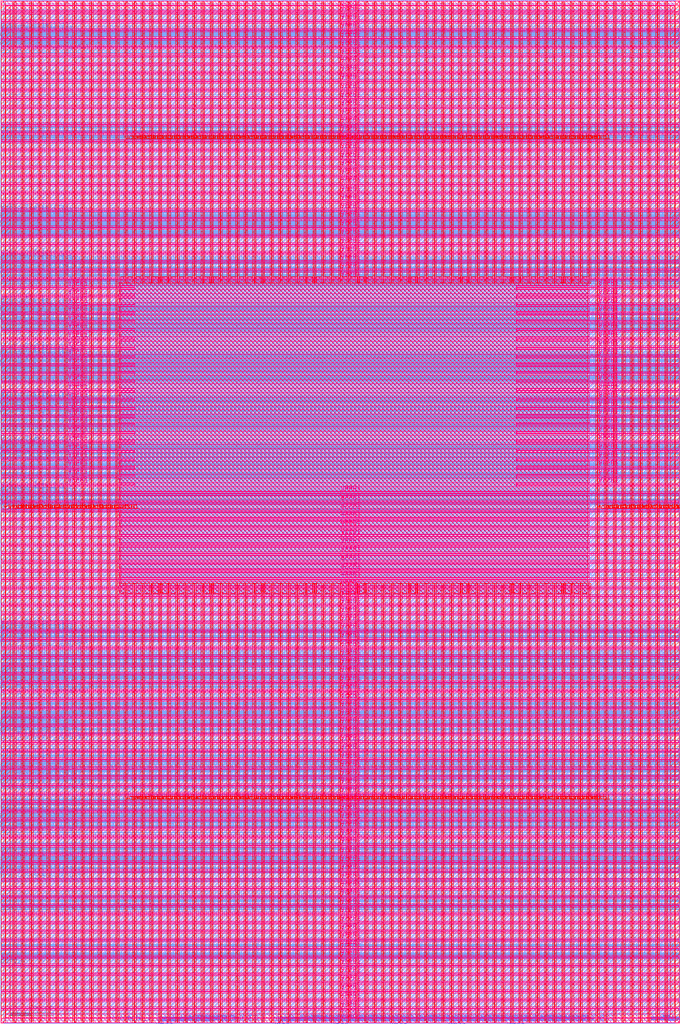
<source format=lef>
VERSION 5.7 ;
  NOWIREEXTENSIONATPIN ON ;
  DIVIDERCHAR "/" ;
  BUSBITCHARS "[]" ;
MACRO openframe_project_wrapper
  CLASS BLOCK ;
  FOREIGN openframe_project_wrapper ;
  ORIGIN 0.000 0.000 ;
  SIZE 3166.630 BY 4766.630 ;
  PIN analog_io[0]
    DIRECTION INOUT ;
    USE SIGNAL ;
    PORT
      LAYER met3 ;
        RECT 3166.350 306.335 3168.750 306.685 ;
    END
  END analog_io[0]
  PIN analog_io[10]
    DIRECTION INOUT ;
    USE SIGNAL ;
    PORT
      LAYER met3 ;
        RECT 3166.350 3222.335 3168.750 3222.685 ;
    END
  END analog_io[10]
  PIN analog_io[11]
    DIRECTION INOUT ;
    USE SIGNAL ;
    PORT
      LAYER met3 ;
        RECT 3166.350 3447.335 3168.750 3447.685 ;
    END
  END analog_io[11]
  PIN analog_io[12]
    DIRECTION INOUT ;
    USE SIGNAL ;
    PORT
      LAYER met3 ;
        RECT 3166.350 3672.335 3168.750 3672.685 ;
    END
  END analog_io[12]
  PIN analog_io[13]
    DIRECTION INOUT ;
    USE SIGNAL ;
    PORT
      LAYER met3 ;
        RECT 3166.350 4118.335 3168.750 4118.685 ;
    END
  END analog_io[13]
  PIN analog_io[14]
    DIRECTION INOUT ;
    USE SIGNAL ;
    PORT
      LAYER met3 ;
        RECT 3166.350 4564.335 3168.750 4564.685 ;
    END
  END analog_io[14]
  PIN analog_io[15]
    DIRECTION INOUT ;
    USE SIGNAL ;
    PORT
      LAYER met2 ;
        RECT 2981.980 4766.350 2982.260 4768.750 ;
    END
  END analog_io[15]
  PIN analog_io[16]
    DIRECTION INOUT ;
    USE SIGNAL ;
    PORT
      LAYER met2 ;
        RECT 2472.980 4766.350 2473.260 4768.750 ;
    END
  END analog_io[16]
  PIN analog_io[17]
    DIRECTION INOUT ;
    USE SIGNAL ;
    PORT
      LAYER met2 ;
        RECT 2215.980 4766.350 2216.260 4768.750 ;
    END
  END analog_io[17]
  PIN analog_io[18]
    DIRECTION INOUT ;
    USE SIGNAL ;
    PORT
      LAYER met2 ;
        RECT 1770.980 4766.350 1771.260 4768.750 ;
    END
  END analog_io[18]
  PIN analog_io[19]
    DIRECTION INOUT ;
    USE SIGNAL ;
    PORT
      LAYER met2 ;
        RECT 1261.980 4766.350 1262.260 4768.750 ;
    END
  END analog_io[19]
  PIN analog_io[1]
    DIRECTION INOUT ;
    USE SIGNAL ;
    PORT
      LAYER met3 ;
        RECT 3166.350 532.335 3168.750 532.685 ;
    END
  END analog_io[1]
  PIN analog_io[20]
    DIRECTION INOUT ;
    USE SIGNAL ;
    PORT
      LAYER met2 ;
        RECT 1003.980 4766.350 1004.260 4768.750 ;
    END
  END analog_io[20]
  PIN analog_io[21]
    DIRECTION INOUT ;
    USE SIGNAL ;
    PORT
      LAYER met2 ;
        RECT 746.980 4766.350 747.260 4768.750 ;
    END
  END analog_io[21]
  PIN analog_io[22]
    DIRECTION INOUT ;
    USE SIGNAL ;
    PORT
      LAYER met2 ;
        RECT 489.980 4766.350 490.260 4768.750 ;
    END
  END analog_io[22]
  PIN analog_io[23]
    DIRECTION INOUT ;
    USE SIGNAL ;
    PORT
      LAYER met2 ;
        RECT 232.980 4766.350 233.260 4768.750 ;
    END
  END analog_io[23]
  PIN analog_io[24]
    DIRECTION INOUT ;
    USE SIGNAL ;
    PORT
      LAYER met3 ;
        RECT -2.120 4622.945 0.280 4623.295 ;
    END
  END analog_io[24]
  PIN analog_io[25]
    DIRECTION INOUT ;
    USE SIGNAL ;
    PORT
      LAYER met3 ;
        RECT -2.120 3773.945 0.280 3774.295 ;
    END
  END analog_io[25]
  PIN analog_io[26]
    DIRECTION INOUT ;
    USE SIGNAL ;
    PORT
      LAYER met3 ;
        RECT -2.120 3557.945 0.280 3558.295 ;
    END
  END analog_io[26]
  PIN analog_io[27]
    DIRECTION INOUT ;
    USE SIGNAL ;
    PORT
      LAYER met3 ;
        RECT -2.120 3341.945 0.280 3342.295 ;
    END
  END analog_io[27]
  PIN analog_io[28]
    DIRECTION INOUT ;
    USE SIGNAL ;
    PORT
      LAYER met3 ;
        RECT -2.120 3125.945 0.280 3126.295 ;
    END
  END analog_io[28]
  PIN analog_io[29]
    DIRECTION INOUT ;
    USE SIGNAL ;
    PORT
      LAYER met3 ;
        RECT -2.120 2909.945 0.280 2910.295 ;
    END
  END analog_io[29]
  PIN analog_io[2]
    DIRECTION INOUT ;
    USE SIGNAL ;
    PORT
      LAYER met3 ;
        RECT 3166.350 757.335 3168.750 757.685 ;
    END
  END analog_io[2]
  PIN analog_io[30]
    DIRECTION INOUT ;
    USE SIGNAL ;
    PORT
      LAYER met3 ;
        RECT -2.120 2693.945 0.280 2694.295 ;
    END
  END analog_io[30]
  PIN analog_io[31]
    DIRECTION INOUT ;
    USE SIGNAL ;
    PORT
      LAYER met3 ;
        RECT -2.120 2477.945 0.280 2478.295 ;
    END
  END analog_io[31]
  PIN analog_io[32]
    DIRECTION INOUT ;
    USE SIGNAL ;
    PORT
      LAYER met3 ;
        RECT -2.120 1839.945 0.280 1840.295 ;
    END
  END analog_io[32]
  PIN analog_io[33]
    DIRECTION INOUT ;
    USE SIGNAL ;
    PORT
      LAYER met3 ;
        RECT -2.120 1623.945 0.280 1624.295 ;
    END
  END analog_io[33]
  PIN analog_io[34]
    DIRECTION INOUT ;
    USE SIGNAL ;
    PORT
      LAYER met3 ;
        RECT -2.120 1407.945 0.280 1408.295 ;
    END
  END analog_io[34]
  PIN analog_io[35]
    DIRECTION INOUT ;
    USE SIGNAL ;
    PORT
      LAYER met3 ;
        RECT -2.120 1191.945 0.280 1192.295 ;
    END
  END analog_io[35]
  PIN analog_io[36]
    DIRECTION INOUT ;
    USE SIGNAL ;
    PORT
      LAYER met3 ;
        RECT -2.120 975.940 0.280 976.300 ;
    END
  END analog_io[36]
  PIN analog_io[37]
    DIRECTION INOUT ;
    USE SIGNAL ;
    PORT
      LAYER met3 ;
        RECT -2.120 759.940 0.280 760.300 ;
    END
  END analog_io[37]
  PIN analog_io[38]
    DIRECTION INOUT ;
    USE SIGNAL ;
    PORT
      LAYER met2 ;
        RECT 738.370 -2.120 738.650 0.280 ;
    END
  END analog_io[38]
  PIN analog_io[39]
    DIRECTION INOUT ;
    USE SIGNAL ;
    PORT
      LAYER met2 ;
        RECT 1281.370 -2.120 1281.650 0.280 ;
    END
  END analog_io[39]
  PIN analog_io[3]
    DIRECTION INOUT ;
    USE SIGNAL ;
    PORT
      LAYER met3 ;
        RECT 3166.350 983.335 3168.750 983.685 ;
    END
  END analog_io[3]
  PIN analog_io[40]
    DIRECTION INOUT ;
    USE SIGNAL ;
    PORT
      LAYER met2 ;
        RECT 1555.370 -2.120 1555.650 0.280 ;
    END
  END analog_io[40]
  PIN analog_io[41]
    DIRECTION INOUT ;
    USE SIGNAL ;
    PORT
      LAYER met2 ;
        RECT 1829.370 -2.120 1829.650 0.280 ;
    END
  END analog_io[41]
  PIN analog_io[42]
    DIRECTION INOUT ;
    USE SIGNAL ;
    PORT
      LAYER met2 ;
        RECT 2103.370 -2.120 2103.650 0.280 ;
    END
  END analog_io[42]
  PIN analog_io[43]
    DIRECTION INOUT ;
    USE SIGNAL ;
    PORT
      LAYER met2 ;
        RECT 2377.370 -2.120 2377.650 0.280 ;
    END
  END analog_io[43]
  PIN analog_io[4]
    DIRECTION INOUT ;
    USE SIGNAL ;
    PORT
      LAYER met3 ;
        RECT 3166.350 1208.335 3168.750 1208.685 ;
    END
  END analog_io[4]
  PIN analog_io[5]
    DIRECTION INOUT ;
    USE SIGNAL ;
    PORT
      LAYER met3 ;
        RECT 3166.350 1433.335 3168.750 1433.685 ;
    END
  END analog_io[5]
  PIN analog_io[6]
    DIRECTION INOUT ;
    USE SIGNAL ;
    PORT
      LAYER met3 ;
        RECT 3166.350 1659.335 3168.750 1659.685 ;
    END
  END analog_io[6]
  PIN analog_io[7]
    DIRECTION INOUT ;
    USE SIGNAL ;
    PORT
      LAYER met3 ;
        RECT 3166.350 2545.335 3168.750 2545.685 ;
    END
  END analog_io[7]
  PIN analog_io[8]
    DIRECTION INOUT ;
    USE SIGNAL ;
    PORT
      LAYER met3 ;
        RECT 3166.350 2771.335 3168.750 2771.685 ;
    END
  END analog_io[8]
  PIN analog_io[9]
    DIRECTION INOUT ;
    USE SIGNAL ;
    PORT
      LAYER met3 ;
        RECT 3166.350 2996.335 3168.750 2996.685 ;
    END
  END analog_io[9]
  PIN analog_noesd_io[0]
    DIRECTION INOUT ;
    USE SIGNAL ;
    PORT
      LAYER met3 ;
        RECT 3166.350 315.535 3168.750 315.885 ;
    END
  END analog_noesd_io[0]
  PIN analog_noesd_io[10]
    DIRECTION INOUT ;
    USE SIGNAL ;
    PORT
      LAYER met3 ;
        RECT 3166.350 3231.535 3168.750 3231.885 ;
    END
  END analog_noesd_io[10]
  PIN analog_noesd_io[11]
    DIRECTION INOUT ;
    USE SIGNAL ;
    PORT
      LAYER met3 ;
        RECT 3166.350 3456.535 3168.750 3456.885 ;
    END
  END analog_noesd_io[11]
  PIN analog_noesd_io[12]
    DIRECTION INOUT ;
    USE SIGNAL ;
    PORT
      LAYER met3 ;
        RECT 3166.350 3681.535 3168.750 3681.885 ;
    END
  END analog_noesd_io[12]
  PIN analog_noesd_io[13]
    DIRECTION INOUT ;
    USE SIGNAL ;
    PORT
      LAYER met3 ;
        RECT 3166.350 4127.535 3168.750 4127.885 ;
    END
  END analog_noesd_io[13]
  PIN analog_noesd_io[14]
    DIRECTION INOUT ;
    USE SIGNAL ;
    PORT
      LAYER met3 ;
        RECT 3166.350 4573.535 3168.750 4573.885 ;
    END
  END analog_noesd_io[14]
  PIN analog_noesd_io[15]
    DIRECTION INOUT ;
    USE SIGNAL ;
    PORT
      LAYER met2 ;
        RECT 2972.780 4766.350 2973.060 4768.750 ;
    END
  END analog_noesd_io[15]
  PIN analog_noesd_io[16]
    DIRECTION INOUT ;
    USE SIGNAL ;
    PORT
      LAYER met2 ;
        RECT 2463.780 4766.350 2464.060 4768.750 ;
    END
  END analog_noesd_io[16]
  PIN analog_noesd_io[17]
    DIRECTION INOUT ;
    USE SIGNAL ;
    PORT
      LAYER met2 ;
        RECT 2206.780 4766.350 2207.060 4768.750 ;
    END
  END analog_noesd_io[17]
  PIN analog_noesd_io[18]
    DIRECTION INOUT ;
    USE SIGNAL ;
    PORT
      LAYER met2 ;
        RECT 1761.780 4766.350 1762.060 4768.750 ;
    END
  END analog_noesd_io[18]
  PIN analog_noesd_io[19]
    DIRECTION INOUT ;
    USE SIGNAL ;
    PORT
      LAYER met2 ;
        RECT 1252.780 4766.350 1253.060 4768.750 ;
    END
  END analog_noesd_io[19]
  PIN analog_noesd_io[1]
    DIRECTION INOUT ;
    USE SIGNAL ;
    PORT
      LAYER met3 ;
        RECT 3166.350 541.535 3168.750 541.885 ;
    END
  END analog_noesd_io[1]
  PIN analog_noesd_io[20]
    DIRECTION INOUT ;
    USE SIGNAL ;
    PORT
      LAYER met2 ;
        RECT 994.780 4766.350 995.060 4768.750 ;
    END
  END analog_noesd_io[20]
  PIN analog_noesd_io[21]
    DIRECTION INOUT ;
    USE SIGNAL ;
    PORT
      LAYER met2 ;
        RECT 737.780 4766.350 738.060 4768.750 ;
    END
  END analog_noesd_io[21]
  PIN analog_noesd_io[22]
    DIRECTION INOUT ;
    USE SIGNAL ;
    PORT
      LAYER met2 ;
        RECT 480.780 4766.350 481.060 4768.750 ;
    END
  END analog_noesd_io[22]
  PIN analog_noesd_io[23]
    DIRECTION INOUT ;
    USE SIGNAL ;
    PORT
      LAYER met2 ;
        RECT 223.780 4766.350 224.060 4768.750 ;
    END
  END analog_noesd_io[23]
  PIN analog_noesd_io[24]
    DIRECTION INOUT ;
    USE SIGNAL ;
    PORT
      LAYER met3 ;
        RECT -2.120 4613.745 0.280 4614.095 ;
    END
  END analog_noesd_io[24]
  PIN analog_noesd_io[25]
    DIRECTION INOUT ;
    USE SIGNAL ;
    PORT
      LAYER met3 ;
        RECT -2.120 3764.745 0.280 3765.095 ;
    END
  END analog_noesd_io[25]
  PIN analog_noesd_io[26]
    DIRECTION INOUT ;
    USE SIGNAL ;
    PORT
      LAYER met3 ;
        RECT -2.120 3548.745 0.280 3549.095 ;
    END
  END analog_noesd_io[26]
  PIN analog_noesd_io[27]
    DIRECTION INOUT ;
    USE SIGNAL ;
    PORT
      LAYER met3 ;
        RECT -2.120 3332.745 0.280 3333.095 ;
    END
  END analog_noesd_io[27]
  PIN analog_noesd_io[28]
    DIRECTION INOUT ;
    USE SIGNAL ;
    PORT
      LAYER met3 ;
        RECT -2.120 3116.745 0.280 3117.095 ;
    END
  END analog_noesd_io[28]
  PIN analog_noesd_io[29]
    DIRECTION INOUT ;
    USE SIGNAL ;
    PORT
      LAYER met3 ;
        RECT -2.120 2900.745 0.280 2901.095 ;
    END
  END analog_noesd_io[29]
  PIN analog_noesd_io[2]
    DIRECTION INOUT ;
    USE SIGNAL ;
    PORT
      LAYER met3 ;
        RECT 3166.350 766.535 3168.750 766.885 ;
    END
  END analog_noesd_io[2]
  PIN analog_noesd_io[30]
    DIRECTION INOUT ;
    USE SIGNAL ;
    PORT
      LAYER met3 ;
        RECT -2.120 2684.745 0.280 2685.095 ;
    END
  END analog_noesd_io[30]
  PIN analog_noesd_io[31]
    DIRECTION INOUT ;
    USE SIGNAL ;
    PORT
      LAYER met3 ;
        RECT -2.120 2468.745 0.280 2469.095 ;
    END
  END analog_noesd_io[31]
  PIN analog_noesd_io[32]
    DIRECTION INOUT ;
    USE SIGNAL ;
    PORT
      LAYER met3 ;
        RECT -2.120 1830.745 0.280 1831.095 ;
    END
  END analog_noesd_io[32]
  PIN analog_noesd_io[33]
    DIRECTION INOUT ;
    USE SIGNAL ;
    PORT
      LAYER met3 ;
        RECT -2.120 1614.745 0.280 1615.095 ;
    END
  END analog_noesd_io[33]
  PIN analog_noesd_io[34]
    DIRECTION INOUT ;
    USE SIGNAL ;
    PORT
      LAYER met3 ;
        RECT -2.120 1398.745 0.280 1399.095 ;
    END
  END analog_noesd_io[34]
  PIN analog_noesd_io[35]
    DIRECTION INOUT ;
    USE SIGNAL ;
    PORT
      LAYER met3 ;
        RECT -2.120 1182.745 0.280 1183.095 ;
    END
  END analog_noesd_io[35]
  PIN analog_noesd_io[36]
    DIRECTION INOUT ;
    USE SIGNAL ;
    PORT
      LAYER met3 ;
        RECT -2.120 966.740 0.280 967.100 ;
    END
  END analog_noesd_io[36]
  PIN analog_noesd_io[37]
    DIRECTION INOUT ;
    USE SIGNAL ;
    PORT
      LAYER met3 ;
        RECT -2.120 750.740 0.280 751.100 ;
    END
  END analog_noesd_io[37]
  PIN analog_noesd_io[38]
    DIRECTION INOUT ;
    USE SIGNAL ;
    PORT
      LAYER met2 ;
        RECT 747.570 -2.120 747.850 0.280 ;
    END
  END analog_noesd_io[38]
  PIN analog_noesd_io[39]
    DIRECTION INOUT ;
    USE SIGNAL ;
    PORT
      LAYER met2 ;
        RECT 1290.570 -2.120 1290.850 0.280 ;
    END
  END analog_noesd_io[39]
  PIN analog_noesd_io[3]
    DIRECTION INOUT ;
    USE SIGNAL ;
    PORT
      LAYER met3 ;
        RECT 3166.350 992.535 3168.750 992.885 ;
    END
  END analog_noesd_io[3]
  PIN analog_noesd_io[40]
    DIRECTION INOUT ;
    USE SIGNAL ;
    PORT
      LAYER met2 ;
        RECT 1564.570 -2.120 1564.850 0.280 ;
    END
  END analog_noesd_io[40]
  PIN analog_noesd_io[41]
    DIRECTION INOUT ;
    USE SIGNAL ;
    PORT
      LAYER met2 ;
        RECT 1838.570 -2.120 1838.850 0.280 ;
    END
  END analog_noesd_io[41]
  PIN analog_noesd_io[42]
    DIRECTION INOUT ;
    USE SIGNAL ;
    PORT
      LAYER met2 ;
        RECT 2112.570 -2.120 2112.850 0.280 ;
    END
  END analog_noesd_io[42]
  PIN analog_noesd_io[43]
    DIRECTION INOUT ;
    USE SIGNAL ;
    PORT
      LAYER met2 ;
        RECT 2386.570 -2.120 2386.850 0.280 ;
    END
  END analog_noesd_io[43]
  PIN analog_noesd_io[4]
    DIRECTION INOUT ;
    USE SIGNAL ;
    PORT
      LAYER met3 ;
        RECT 3166.350 1217.535 3168.750 1217.885 ;
    END
  END analog_noesd_io[4]
  PIN analog_noesd_io[5]
    DIRECTION INOUT ;
    USE SIGNAL ;
    PORT
      LAYER met3 ;
        RECT 3166.350 1442.535 3168.750 1442.885 ;
    END
  END analog_noesd_io[5]
  PIN analog_noesd_io[6]
    DIRECTION INOUT ;
    USE SIGNAL ;
    PORT
      LAYER met3 ;
        RECT 3166.350 1668.535 3168.750 1668.885 ;
    END
  END analog_noesd_io[6]
  PIN analog_noesd_io[7]
    DIRECTION INOUT ;
    USE SIGNAL ;
    PORT
      LAYER met3 ;
        RECT 3166.350 2554.535 3168.750 2554.885 ;
    END
  END analog_noesd_io[7]
  PIN analog_noesd_io[8]
    DIRECTION INOUT ;
    USE SIGNAL ;
    PORT
      LAYER met3 ;
        RECT 3166.350 2780.535 3168.750 2780.885 ;
    END
  END analog_noesd_io[8]
  PIN analog_noesd_io[9]
    DIRECTION INOUT ;
    USE SIGNAL ;
    PORT
      LAYER met3 ;
        RECT 3166.350 3005.535 3168.750 3005.885 ;
    END
  END analog_noesd_io[9]
  PIN gpio_analog_en[0]
    DIRECTION OUTPUT TRISTATE ;
    USE SIGNAL ;
    ANTENNADIFFAREA 3.180800 ;
    PORT
      LAYER met3 ;
        RECT 3166.350 318.295 3168.750 318.645 ;
    END
  END gpio_analog_en[0]
  PIN gpio_analog_en[10]
    DIRECTION OUTPUT TRISTATE ;
    USE SIGNAL ;
    ANTENNADIFFAREA 3.180800 ;
    PORT
      LAYER met3 ;
        RECT 3166.350 3234.295 3168.750 3234.645 ;
    END
  END gpio_analog_en[10]
  PIN gpio_analog_en[11]
    DIRECTION OUTPUT TRISTATE ;
    USE SIGNAL ;
    ANTENNADIFFAREA 3.180800 ;
    PORT
      LAYER met3 ;
        RECT 3166.350 3459.295 3168.750 3459.645 ;
    END
  END gpio_analog_en[11]
  PIN gpio_analog_en[12]
    DIRECTION OUTPUT TRISTATE ;
    USE SIGNAL ;
    ANTENNADIFFAREA 3.180800 ;
    PORT
      LAYER met3 ;
        RECT 3166.350 3684.295 3168.750 3684.645 ;
    END
  END gpio_analog_en[12]
  PIN gpio_analog_en[13]
    DIRECTION OUTPUT TRISTATE ;
    USE SIGNAL ;
    ANTENNADIFFAREA 3.180800 ;
    PORT
      LAYER met3 ;
        RECT 3166.350 4130.295 3168.750 4130.645 ;
    END
  END gpio_analog_en[13]
  PIN gpio_analog_en[14]
    DIRECTION OUTPUT TRISTATE ;
    USE SIGNAL ;
    ANTENNADIFFAREA 3.180800 ;
    PORT
      LAYER met3 ;
        RECT 3166.350 4576.295 3168.750 4576.645 ;
    END
  END gpio_analog_en[14]
  PIN gpio_analog_en[15]
    DIRECTION OUTPUT TRISTATE ;
    USE SIGNAL ;
    ANTENNADIFFAREA 3.180800 ;
    PORT
      LAYER met2 ;
        RECT 2970.020 4766.350 2970.300 4768.750 ;
    END
  END gpio_analog_en[15]
  PIN gpio_analog_en[16]
    DIRECTION OUTPUT TRISTATE ;
    USE SIGNAL ;
    ANTENNADIFFAREA 3.180800 ;
    PORT
      LAYER met2 ;
        RECT 2461.020 4766.350 2461.300 4768.750 ;
    END
  END gpio_analog_en[16]
  PIN gpio_analog_en[17]
    DIRECTION OUTPUT TRISTATE ;
    USE SIGNAL ;
    ANTENNADIFFAREA 3.180800 ;
    PORT
      LAYER met2 ;
        RECT 2204.020 4766.350 2204.300 4768.750 ;
    END
  END gpio_analog_en[17]
  PIN gpio_analog_en[18]
    DIRECTION OUTPUT TRISTATE ;
    USE SIGNAL ;
    ANTENNADIFFAREA 3.180800 ;
    PORT
      LAYER met2 ;
        RECT 1759.020 4766.350 1759.300 4768.750 ;
    END
  END gpio_analog_en[18]
  PIN gpio_analog_en[19]
    DIRECTION OUTPUT TRISTATE ;
    USE SIGNAL ;
    ANTENNADIFFAREA 3.180800 ;
    PORT
      LAYER met2 ;
        RECT 1250.020 4766.350 1250.300 4768.750 ;
    END
  END gpio_analog_en[19]
  PIN gpio_analog_en[1]
    DIRECTION OUTPUT TRISTATE ;
    USE SIGNAL ;
    ANTENNADIFFAREA 3.180800 ;
    PORT
      LAYER met3 ;
        RECT 3166.350 544.295 3168.750 544.645 ;
    END
  END gpio_analog_en[1]
  PIN gpio_analog_en[20]
    DIRECTION OUTPUT TRISTATE ;
    USE SIGNAL ;
    ANTENNADIFFAREA 3.180800 ;
    PORT
      LAYER met2 ;
        RECT 992.020 4766.350 992.300 4768.750 ;
    END
  END gpio_analog_en[20]
  PIN gpio_analog_en[21]
    DIRECTION OUTPUT TRISTATE ;
    USE SIGNAL ;
    ANTENNADIFFAREA 3.180800 ;
    PORT
      LAYER met2 ;
        RECT 735.020 4766.350 735.300 4768.750 ;
    END
  END gpio_analog_en[21]
  PIN gpio_analog_en[22]
    DIRECTION OUTPUT TRISTATE ;
    USE SIGNAL ;
    ANTENNADIFFAREA 3.180800 ;
    PORT
      LAYER met2 ;
        RECT 478.020 4766.350 478.300 4768.750 ;
    END
  END gpio_analog_en[22]
  PIN gpio_analog_en[23]
    DIRECTION OUTPUT TRISTATE ;
    USE SIGNAL ;
    ANTENNADIFFAREA 3.180800 ;
    PORT
      LAYER met2 ;
        RECT 221.020 4766.350 221.300 4768.750 ;
    END
  END gpio_analog_en[23]
  PIN gpio_analog_en[24]
    DIRECTION OUTPUT TRISTATE ;
    USE SIGNAL ;
    ANTENNADIFFAREA 3.180800 ;
    PORT
      LAYER met3 ;
        RECT -2.120 4610.985 0.280 4611.335 ;
    END
  END gpio_analog_en[24]
  PIN gpio_analog_en[25]
    DIRECTION OUTPUT TRISTATE ;
    USE SIGNAL ;
    ANTENNADIFFAREA 3.180800 ;
    PORT
      LAYER met3 ;
        RECT -2.120 3761.985 0.280 3762.335 ;
    END
  END gpio_analog_en[25]
  PIN gpio_analog_en[26]
    DIRECTION OUTPUT TRISTATE ;
    USE SIGNAL ;
    ANTENNADIFFAREA 3.180800 ;
    PORT
      LAYER met3 ;
        RECT -2.120 3545.985 0.280 3546.335 ;
    END
  END gpio_analog_en[26]
  PIN gpio_analog_en[27]
    DIRECTION OUTPUT TRISTATE ;
    USE SIGNAL ;
    ANTENNADIFFAREA 3.180800 ;
    PORT
      LAYER met3 ;
        RECT -2.120 3329.985 0.280 3330.335 ;
    END
  END gpio_analog_en[27]
  PIN gpio_analog_en[28]
    DIRECTION OUTPUT TRISTATE ;
    USE SIGNAL ;
    ANTENNADIFFAREA 3.180800 ;
    PORT
      LAYER met3 ;
        RECT -2.120 3113.985 0.280 3114.335 ;
    END
  END gpio_analog_en[28]
  PIN gpio_analog_en[29]
    DIRECTION OUTPUT TRISTATE ;
    USE SIGNAL ;
    ANTENNADIFFAREA 3.180800 ;
    PORT
      LAYER met3 ;
        RECT -2.120 2897.985 0.280 2898.335 ;
    END
  END gpio_analog_en[29]
  PIN gpio_analog_en[2]
    DIRECTION OUTPUT TRISTATE ;
    USE SIGNAL ;
    ANTENNADIFFAREA 3.180800 ;
    PORT
      LAYER met3 ;
        RECT 3166.350 769.295 3168.750 769.645 ;
    END
  END gpio_analog_en[2]
  PIN gpio_analog_en[30]
    DIRECTION OUTPUT TRISTATE ;
    USE SIGNAL ;
    ANTENNADIFFAREA 3.180800 ;
    PORT
      LAYER met3 ;
        RECT -2.120 2681.985 0.280 2682.335 ;
    END
  END gpio_analog_en[30]
  PIN gpio_analog_en[31]
    DIRECTION OUTPUT TRISTATE ;
    USE SIGNAL ;
    ANTENNADIFFAREA 3.180800 ;
    PORT
      LAYER met3 ;
        RECT -2.120 2465.985 0.280 2466.335 ;
    END
  END gpio_analog_en[31]
  PIN gpio_analog_en[32]
    DIRECTION OUTPUT TRISTATE ;
    USE SIGNAL ;
    ANTENNADIFFAREA 3.180800 ;
    PORT
      LAYER met3 ;
        RECT -2.120 1827.985 0.280 1828.335 ;
    END
  END gpio_analog_en[32]
  PIN gpio_analog_en[33]
    DIRECTION OUTPUT TRISTATE ;
    USE SIGNAL ;
    ANTENNADIFFAREA 3.180800 ;
    PORT
      LAYER met3 ;
        RECT -2.120 1611.985 0.280 1612.335 ;
    END
  END gpio_analog_en[33]
  PIN gpio_analog_en[34]
    DIRECTION OUTPUT TRISTATE ;
    USE SIGNAL ;
    ANTENNADIFFAREA 3.180800 ;
    PORT
      LAYER met3 ;
        RECT -2.120 1395.985 0.280 1396.335 ;
    END
  END gpio_analog_en[34]
  PIN gpio_analog_en[35]
    DIRECTION OUTPUT TRISTATE ;
    USE SIGNAL ;
    ANTENNADIFFAREA 3.180800 ;
    PORT
      LAYER met3 ;
        RECT -2.120 1179.985 0.280 1180.335 ;
    END
  END gpio_analog_en[35]
  PIN gpio_analog_en[36]
    DIRECTION OUTPUT TRISTATE ;
    USE SIGNAL ;
    ANTENNADIFFAREA 3.180800 ;
    PORT
      LAYER met3 ;
        RECT -2.120 963.980 0.280 964.340 ;
    END
  END gpio_analog_en[36]
  PIN gpio_analog_en[37]
    DIRECTION OUTPUT TRISTATE ;
    USE SIGNAL ;
    ANTENNADIFFAREA 3.180800 ;
    PORT
      LAYER met3 ;
        RECT -2.120 747.980 0.280 748.340 ;
    END
  END gpio_analog_en[37]
  PIN gpio_analog_en[38]
    DIRECTION OUTPUT TRISTATE ;
    USE SIGNAL ;
    ANTENNADIFFAREA 3.180800 ;
    PORT
      LAYER met2 ;
        RECT 750.330 -2.120 750.610 0.280 ;
    END
  END gpio_analog_en[38]
  PIN gpio_analog_en[39]
    DIRECTION OUTPUT TRISTATE ;
    USE SIGNAL ;
    ANTENNADIFFAREA 3.180800 ;
    PORT
      LAYER met2 ;
        RECT 1293.330 -2.120 1293.610 0.280 ;
    END
  END gpio_analog_en[39]
  PIN gpio_analog_en[3]
    DIRECTION OUTPUT TRISTATE ;
    USE SIGNAL ;
    ANTENNADIFFAREA 3.180800 ;
    PORT
      LAYER met3 ;
        RECT 3166.350 995.295 3168.750 995.645 ;
    END
  END gpio_analog_en[3]
  PIN gpio_analog_en[40]
    DIRECTION OUTPUT TRISTATE ;
    USE SIGNAL ;
    ANTENNADIFFAREA 3.180800 ;
    PORT
      LAYER met2 ;
        RECT 1567.330 -2.120 1567.610 0.280 ;
    END
  END gpio_analog_en[40]
  PIN gpio_analog_en[41]
    DIRECTION OUTPUT TRISTATE ;
    USE SIGNAL ;
    ANTENNADIFFAREA 3.180800 ;
    PORT
      LAYER met2 ;
        RECT 1841.330 -2.120 1841.610 0.280 ;
    END
  END gpio_analog_en[41]
  PIN gpio_analog_en[42]
    DIRECTION OUTPUT TRISTATE ;
    USE SIGNAL ;
    ANTENNADIFFAREA 3.180800 ;
    PORT
      LAYER met2 ;
        RECT 2115.330 -2.120 2115.610 0.280 ;
    END
  END gpio_analog_en[42]
  PIN gpio_analog_en[43]
    DIRECTION OUTPUT TRISTATE ;
    USE SIGNAL ;
    ANTENNADIFFAREA 3.180800 ;
    PORT
      LAYER met2 ;
        RECT 2389.330 -2.120 2389.610 0.280 ;
    END
  END gpio_analog_en[43]
  PIN gpio_analog_en[4]
    DIRECTION OUTPUT TRISTATE ;
    USE SIGNAL ;
    ANTENNADIFFAREA 3.180800 ;
    PORT
      LAYER met3 ;
        RECT 3166.350 1220.295 3168.750 1220.645 ;
    END
  END gpio_analog_en[4]
  PIN gpio_analog_en[5]
    DIRECTION OUTPUT TRISTATE ;
    USE SIGNAL ;
    ANTENNADIFFAREA 3.180800 ;
    PORT
      LAYER met3 ;
        RECT 3166.350 1445.295 3168.750 1445.645 ;
    END
  END gpio_analog_en[5]
  PIN gpio_analog_en[6]
    DIRECTION OUTPUT TRISTATE ;
    USE SIGNAL ;
    ANTENNADIFFAREA 3.180800 ;
    PORT
      LAYER met3 ;
        RECT 3166.350 1671.295 3168.750 1671.645 ;
    END
  END gpio_analog_en[6]
  PIN gpio_analog_en[7]
    DIRECTION OUTPUT TRISTATE ;
    USE SIGNAL ;
    ANTENNADIFFAREA 3.180800 ;
    PORT
      LAYER met3 ;
        RECT 3166.350 2557.295 3168.750 2557.645 ;
    END
  END gpio_analog_en[7]
  PIN gpio_analog_en[8]
    DIRECTION OUTPUT TRISTATE ;
    USE SIGNAL ;
    ANTENNADIFFAREA 3.180800 ;
    PORT
      LAYER met3 ;
        RECT 3166.350 2783.295 3168.750 2783.645 ;
    END
  END gpio_analog_en[8]
  PIN gpio_analog_en[9]
    DIRECTION OUTPUT TRISTATE ;
    USE SIGNAL ;
    ANTENNADIFFAREA 3.180800 ;
    PORT
      LAYER met3 ;
        RECT 3166.350 3008.295 3168.750 3008.645 ;
    END
  END gpio_analog_en[9]
  PIN gpio_analog_pol[0]
    DIRECTION OUTPUT TRISTATE ;
    USE SIGNAL ;
    ANTENNADIFFAREA 3.180800 ;
    PORT
      LAYER met3 ;
        RECT 3166.350 324.735 3168.750 325.085 ;
    END
  END gpio_analog_pol[0]
  PIN gpio_analog_pol[10]
    DIRECTION OUTPUT TRISTATE ;
    USE SIGNAL ;
    ANTENNADIFFAREA 3.180800 ;
    PORT
      LAYER met3 ;
        RECT 3166.350 3240.735 3168.750 3241.085 ;
    END
  END gpio_analog_pol[10]
  PIN gpio_analog_pol[11]
    DIRECTION OUTPUT TRISTATE ;
    USE SIGNAL ;
    ANTENNADIFFAREA 3.180800 ;
    PORT
      LAYER met3 ;
        RECT 3166.350 3465.735 3168.750 3466.085 ;
    END
  END gpio_analog_pol[11]
  PIN gpio_analog_pol[12]
    DIRECTION OUTPUT TRISTATE ;
    USE SIGNAL ;
    ANTENNADIFFAREA 3.180800 ;
    PORT
      LAYER met3 ;
        RECT 3166.350 3690.735 3168.750 3691.085 ;
    END
  END gpio_analog_pol[12]
  PIN gpio_analog_pol[13]
    DIRECTION OUTPUT TRISTATE ;
    USE SIGNAL ;
    ANTENNADIFFAREA 3.180800 ;
    PORT
      LAYER met3 ;
        RECT 3166.350 4136.735 3168.750 4137.085 ;
    END
  END gpio_analog_pol[13]
  PIN gpio_analog_pol[14]
    DIRECTION OUTPUT TRISTATE ;
    USE SIGNAL ;
    ANTENNADIFFAREA 3.180800 ;
    PORT
      LAYER met3 ;
        RECT 3166.350 4582.735 3168.750 4583.085 ;
    END
  END gpio_analog_pol[14]
  PIN gpio_analog_pol[15]
    DIRECTION OUTPUT TRISTATE ;
    USE SIGNAL ;
    ANTENNADIFFAREA 3.180800 ;
    PORT
      LAYER met2 ;
        RECT 2963.580 4766.350 2963.860 4768.750 ;
    END
  END gpio_analog_pol[15]
  PIN gpio_analog_pol[16]
    DIRECTION OUTPUT TRISTATE ;
    USE SIGNAL ;
    ANTENNADIFFAREA 3.180800 ;
    PORT
      LAYER met2 ;
        RECT 2454.580 4766.350 2454.860 4768.750 ;
    END
  END gpio_analog_pol[16]
  PIN gpio_analog_pol[17]
    DIRECTION OUTPUT TRISTATE ;
    USE SIGNAL ;
    ANTENNADIFFAREA 3.180800 ;
    PORT
      LAYER met2 ;
        RECT 2197.580 4766.350 2197.860 4768.750 ;
    END
  END gpio_analog_pol[17]
  PIN gpio_analog_pol[18]
    DIRECTION OUTPUT TRISTATE ;
    USE SIGNAL ;
    ANTENNADIFFAREA 3.180800 ;
    PORT
      LAYER met2 ;
        RECT 1752.580 4766.350 1752.860 4768.750 ;
    END
  END gpio_analog_pol[18]
  PIN gpio_analog_pol[19]
    DIRECTION OUTPUT TRISTATE ;
    USE SIGNAL ;
    ANTENNADIFFAREA 3.180800 ;
    PORT
      LAYER met2 ;
        RECT 1243.580 4766.350 1243.860 4768.750 ;
    END
  END gpio_analog_pol[19]
  PIN gpio_analog_pol[1]
    DIRECTION OUTPUT TRISTATE ;
    USE SIGNAL ;
    ANTENNADIFFAREA 3.180800 ;
    PORT
      LAYER met3 ;
        RECT 3166.350 550.735 3168.750 551.085 ;
    END
  END gpio_analog_pol[1]
  PIN gpio_analog_pol[20]
    DIRECTION OUTPUT TRISTATE ;
    USE SIGNAL ;
    ANTENNADIFFAREA 3.180800 ;
    PORT
      LAYER met2 ;
        RECT 985.580 4766.350 985.860 4768.750 ;
    END
  END gpio_analog_pol[20]
  PIN gpio_analog_pol[21]
    DIRECTION OUTPUT TRISTATE ;
    USE SIGNAL ;
    ANTENNADIFFAREA 3.180800 ;
    PORT
      LAYER met2 ;
        RECT 728.580 4766.350 728.860 4768.750 ;
    END
  END gpio_analog_pol[21]
  PIN gpio_analog_pol[22]
    DIRECTION OUTPUT TRISTATE ;
    USE SIGNAL ;
    ANTENNADIFFAREA 3.180800 ;
    PORT
      LAYER met2 ;
        RECT 471.580 4766.350 471.860 4768.750 ;
    END
  END gpio_analog_pol[22]
  PIN gpio_analog_pol[23]
    DIRECTION OUTPUT TRISTATE ;
    USE SIGNAL ;
    ANTENNADIFFAREA 3.180800 ;
    PORT
      LAYER met2 ;
        RECT 214.580 4766.350 214.860 4768.750 ;
    END
  END gpio_analog_pol[23]
  PIN gpio_analog_pol[24]
    DIRECTION OUTPUT TRISTATE ;
    USE SIGNAL ;
    ANTENNADIFFAREA 3.180800 ;
    PORT
      LAYER met3 ;
        RECT -2.120 4604.545 0.280 4604.895 ;
    END
  END gpio_analog_pol[24]
  PIN gpio_analog_pol[25]
    DIRECTION OUTPUT TRISTATE ;
    USE SIGNAL ;
    ANTENNADIFFAREA 3.180800 ;
    PORT
      LAYER met3 ;
        RECT -2.120 3755.545 0.280 3755.895 ;
    END
  END gpio_analog_pol[25]
  PIN gpio_analog_pol[26]
    DIRECTION OUTPUT TRISTATE ;
    USE SIGNAL ;
    ANTENNADIFFAREA 3.180800 ;
    PORT
      LAYER met3 ;
        RECT -2.120 3539.545 0.280 3539.895 ;
    END
  END gpio_analog_pol[26]
  PIN gpio_analog_pol[27]
    DIRECTION OUTPUT TRISTATE ;
    USE SIGNAL ;
    ANTENNADIFFAREA 3.180800 ;
    PORT
      LAYER met3 ;
        RECT -2.120 3323.545 0.280 3323.895 ;
    END
  END gpio_analog_pol[27]
  PIN gpio_analog_pol[28]
    DIRECTION OUTPUT TRISTATE ;
    USE SIGNAL ;
    ANTENNADIFFAREA 3.180800 ;
    PORT
      LAYER met3 ;
        RECT -2.120 3107.545 0.280 3107.895 ;
    END
  END gpio_analog_pol[28]
  PIN gpio_analog_pol[29]
    DIRECTION OUTPUT TRISTATE ;
    USE SIGNAL ;
    ANTENNADIFFAREA 3.180800 ;
    PORT
      LAYER met3 ;
        RECT -2.120 2891.545 0.280 2891.895 ;
    END
  END gpio_analog_pol[29]
  PIN gpio_analog_pol[2]
    DIRECTION OUTPUT TRISTATE ;
    USE SIGNAL ;
    ANTENNADIFFAREA 3.180800 ;
    PORT
      LAYER met3 ;
        RECT 3166.350 775.735 3168.750 776.085 ;
    END
  END gpio_analog_pol[2]
  PIN gpio_analog_pol[30]
    DIRECTION OUTPUT TRISTATE ;
    USE SIGNAL ;
    ANTENNADIFFAREA 3.180800 ;
    PORT
      LAYER met3 ;
        RECT -2.120 2675.545 0.280 2675.895 ;
    END
  END gpio_analog_pol[30]
  PIN gpio_analog_pol[31]
    DIRECTION OUTPUT TRISTATE ;
    USE SIGNAL ;
    ANTENNADIFFAREA 3.180800 ;
    PORT
      LAYER met3 ;
        RECT -2.120 2459.545 0.280 2459.895 ;
    END
  END gpio_analog_pol[31]
  PIN gpio_analog_pol[32]
    DIRECTION OUTPUT TRISTATE ;
    USE SIGNAL ;
    ANTENNADIFFAREA 3.180800 ;
    PORT
      LAYER met3 ;
        RECT -2.120 1821.545 0.280 1821.895 ;
    END
  END gpio_analog_pol[32]
  PIN gpio_analog_pol[33]
    DIRECTION OUTPUT TRISTATE ;
    USE SIGNAL ;
    ANTENNADIFFAREA 3.180800 ;
    PORT
      LAYER met3 ;
        RECT -2.120 1605.545 0.280 1605.895 ;
    END
  END gpio_analog_pol[33]
  PIN gpio_analog_pol[34]
    DIRECTION OUTPUT TRISTATE ;
    USE SIGNAL ;
    ANTENNADIFFAREA 3.180800 ;
    PORT
      LAYER met3 ;
        RECT -2.120 1389.545 0.280 1389.895 ;
    END
  END gpio_analog_pol[34]
  PIN gpio_analog_pol[35]
    DIRECTION OUTPUT TRISTATE ;
    USE SIGNAL ;
    ANTENNADIFFAREA 3.180800 ;
    PORT
      LAYER met3 ;
        RECT -2.120 1173.545 0.280 1173.895 ;
    END
  END gpio_analog_pol[35]
  PIN gpio_analog_pol[36]
    DIRECTION OUTPUT TRISTATE ;
    USE SIGNAL ;
    ANTENNADIFFAREA 3.180800 ;
    PORT
      LAYER met3 ;
        RECT -2.120 957.540 0.280 957.900 ;
    END
  END gpio_analog_pol[36]
  PIN gpio_analog_pol[37]
    DIRECTION OUTPUT TRISTATE ;
    USE SIGNAL ;
    ANTENNADIFFAREA 3.180800 ;
    PORT
      LAYER met3 ;
        RECT -2.120 741.540 0.280 741.900 ;
    END
  END gpio_analog_pol[37]
  PIN gpio_analog_pol[38]
    DIRECTION OUTPUT TRISTATE ;
    USE SIGNAL ;
    ANTENNADIFFAREA 3.180800 ;
    PORT
      LAYER met2 ;
        RECT 756.770 -2.120 757.050 0.280 ;
    END
  END gpio_analog_pol[38]
  PIN gpio_analog_pol[39]
    DIRECTION OUTPUT TRISTATE ;
    USE SIGNAL ;
    ANTENNADIFFAREA 3.180800 ;
    PORT
      LAYER met2 ;
        RECT 1299.770 -2.120 1300.050 0.280 ;
    END
  END gpio_analog_pol[39]
  PIN gpio_analog_pol[3]
    DIRECTION OUTPUT TRISTATE ;
    USE SIGNAL ;
    ANTENNADIFFAREA 3.180800 ;
    PORT
      LAYER met3 ;
        RECT 3166.350 1001.735 3168.750 1002.085 ;
    END
  END gpio_analog_pol[3]
  PIN gpio_analog_pol[40]
    DIRECTION OUTPUT TRISTATE ;
    USE SIGNAL ;
    ANTENNADIFFAREA 3.180800 ;
    PORT
      LAYER met2 ;
        RECT 1573.770 -2.120 1574.050 0.280 ;
    END
  END gpio_analog_pol[40]
  PIN gpio_analog_pol[41]
    DIRECTION OUTPUT TRISTATE ;
    USE SIGNAL ;
    ANTENNADIFFAREA 3.180800 ;
    PORT
      LAYER met2 ;
        RECT 1847.770 -2.120 1848.050 0.280 ;
    END
  END gpio_analog_pol[41]
  PIN gpio_analog_pol[42]
    DIRECTION OUTPUT TRISTATE ;
    USE SIGNAL ;
    ANTENNADIFFAREA 3.180800 ;
    PORT
      LAYER met2 ;
        RECT 2121.770 -2.120 2122.050 0.280 ;
    END
  END gpio_analog_pol[42]
  PIN gpio_analog_pol[43]
    DIRECTION OUTPUT TRISTATE ;
    USE SIGNAL ;
    ANTENNADIFFAREA 3.180800 ;
    PORT
      LAYER met2 ;
        RECT 2395.770 -2.120 2396.050 0.280 ;
    END
  END gpio_analog_pol[43]
  PIN gpio_analog_pol[4]
    DIRECTION OUTPUT TRISTATE ;
    USE SIGNAL ;
    ANTENNADIFFAREA 3.180800 ;
    PORT
      LAYER met3 ;
        RECT 3166.350 1226.735 3168.750 1227.085 ;
    END
  END gpio_analog_pol[4]
  PIN gpio_analog_pol[5]
    DIRECTION OUTPUT TRISTATE ;
    USE SIGNAL ;
    ANTENNADIFFAREA 3.180800 ;
    PORT
      LAYER met3 ;
        RECT 3166.350 1451.735 3168.750 1452.085 ;
    END
  END gpio_analog_pol[5]
  PIN gpio_analog_pol[6]
    DIRECTION OUTPUT TRISTATE ;
    USE SIGNAL ;
    ANTENNADIFFAREA 3.180800 ;
    PORT
      LAYER met3 ;
        RECT 3166.350 1677.735 3168.750 1678.085 ;
    END
  END gpio_analog_pol[6]
  PIN gpio_analog_pol[7]
    DIRECTION OUTPUT TRISTATE ;
    USE SIGNAL ;
    ANTENNADIFFAREA 3.180800 ;
    PORT
      LAYER met3 ;
        RECT 3166.350 2563.735 3168.750 2564.085 ;
    END
  END gpio_analog_pol[7]
  PIN gpio_analog_pol[8]
    DIRECTION OUTPUT TRISTATE ;
    USE SIGNAL ;
    ANTENNADIFFAREA 3.180800 ;
    PORT
      LAYER met3 ;
        RECT 3166.350 2789.735 3168.750 2790.085 ;
    END
  END gpio_analog_pol[8]
  PIN gpio_analog_pol[9]
    DIRECTION OUTPUT TRISTATE ;
    USE SIGNAL ;
    ANTENNADIFFAREA 3.180800 ;
    PORT
      LAYER met3 ;
        RECT 3166.350 3014.735 3168.750 3015.085 ;
    END
  END gpio_analog_pol[9]
  PIN gpio_analog_sel[0]
    DIRECTION OUTPUT TRISTATE ;
    USE SIGNAL ;
    ANTENNADIFFAREA 3.180800 ;
    PORT
      LAYER met3 ;
        RECT 3166.350 339.915 3168.750 340.265 ;
    END
  END gpio_analog_sel[0]
  PIN gpio_analog_sel[10]
    DIRECTION OUTPUT TRISTATE ;
    USE SIGNAL ;
    ANTENNADIFFAREA 3.180800 ;
    PORT
      LAYER met3 ;
        RECT 3166.350 3255.915 3168.750 3256.265 ;
    END
  END gpio_analog_sel[10]
  PIN gpio_analog_sel[11]
    DIRECTION OUTPUT TRISTATE ;
    USE SIGNAL ;
    ANTENNADIFFAREA 3.180800 ;
    PORT
      LAYER met3 ;
        RECT 3166.350 3480.915 3168.750 3481.265 ;
    END
  END gpio_analog_sel[11]
  PIN gpio_analog_sel[12]
    DIRECTION OUTPUT TRISTATE ;
    USE SIGNAL ;
    ANTENNADIFFAREA 3.180800 ;
    PORT
      LAYER met3 ;
        RECT 3166.350 3705.915 3168.750 3706.265 ;
    END
  END gpio_analog_sel[12]
  PIN gpio_analog_sel[13]
    DIRECTION OUTPUT TRISTATE ;
    USE SIGNAL ;
    ANTENNADIFFAREA 3.180800 ;
    PORT
      LAYER met3 ;
        RECT 3166.350 4151.915 3168.750 4152.265 ;
    END
  END gpio_analog_sel[13]
  PIN gpio_analog_sel[14]
    DIRECTION OUTPUT TRISTATE ;
    USE SIGNAL ;
    ANTENNADIFFAREA 3.180800 ;
    PORT
      LAYER met3 ;
        RECT 3166.350 4597.915 3168.750 4598.265 ;
    END
  END gpio_analog_sel[14]
  PIN gpio_analog_sel[15]
    DIRECTION OUTPUT TRISTATE ;
    USE SIGNAL ;
    ANTENNADIFFAREA 3.180800 ;
    PORT
      LAYER met2 ;
        RECT 2948.400 4766.350 2948.680 4768.750 ;
    END
  END gpio_analog_sel[15]
  PIN gpio_analog_sel[16]
    DIRECTION OUTPUT TRISTATE ;
    USE SIGNAL ;
    ANTENNADIFFAREA 3.180800 ;
    PORT
      LAYER met2 ;
        RECT 2439.400 4766.350 2439.680 4768.750 ;
    END
  END gpio_analog_sel[16]
  PIN gpio_analog_sel[17]
    DIRECTION OUTPUT TRISTATE ;
    USE SIGNAL ;
    ANTENNADIFFAREA 3.180800 ;
    PORT
      LAYER met2 ;
        RECT 2182.400 4766.350 2182.680 4768.750 ;
    END
  END gpio_analog_sel[17]
  PIN gpio_analog_sel[18]
    DIRECTION OUTPUT TRISTATE ;
    USE SIGNAL ;
    ANTENNADIFFAREA 3.180800 ;
    PORT
      LAYER met2 ;
        RECT 1737.400 4766.350 1737.680 4768.750 ;
    END
  END gpio_analog_sel[18]
  PIN gpio_analog_sel[19]
    DIRECTION OUTPUT TRISTATE ;
    USE SIGNAL ;
    ANTENNADIFFAREA 3.180800 ;
    PORT
      LAYER met2 ;
        RECT 1228.400 4766.350 1228.680 4768.750 ;
    END
  END gpio_analog_sel[19]
  PIN gpio_analog_sel[1]
    DIRECTION OUTPUT TRISTATE ;
    USE SIGNAL ;
    ANTENNADIFFAREA 3.180800 ;
    PORT
      LAYER met3 ;
        RECT 3166.350 565.915 3168.750 566.265 ;
    END
  END gpio_analog_sel[1]
  PIN gpio_analog_sel[20]
    DIRECTION OUTPUT TRISTATE ;
    USE SIGNAL ;
    ANTENNADIFFAREA 3.180800 ;
    PORT
      LAYER met2 ;
        RECT 970.400 4766.350 970.680 4768.750 ;
    END
  END gpio_analog_sel[20]
  PIN gpio_analog_sel[21]
    DIRECTION OUTPUT TRISTATE ;
    USE SIGNAL ;
    ANTENNADIFFAREA 3.180800 ;
    PORT
      LAYER met2 ;
        RECT 713.400 4766.350 713.680 4768.750 ;
    END
  END gpio_analog_sel[21]
  PIN gpio_analog_sel[22]
    DIRECTION OUTPUT TRISTATE ;
    USE SIGNAL ;
    ANTENNADIFFAREA 3.180800 ;
    PORT
      LAYER met2 ;
        RECT 456.400 4766.350 456.680 4768.750 ;
    END
  END gpio_analog_sel[22]
  PIN gpio_analog_sel[23]
    DIRECTION OUTPUT TRISTATE ;
    USE SIGNAL ;
    ANTENNADIFFAREA 3.180800 ;
    PORT
      LAYER met2 ;
        RECT 199.400 4766.350 199.680 4768.750 ;
    END
  END gpio_analog_sel[23]
  PIN gpio_analog_sel[24]
    DIRECTION OUTPUT TRISTATE ;
    USE SIGNAL ;
    ANTENNADIFFAREA 3.180800 ;
    PORT
      LAYER met3 ;
        RECT -2.120 4589.365 0.280 4589.715 ;
    END
  END gpio_analog_sel[24]
  PIN gpio_analog_sel[25]
    DIRECTION OUTPUT TRISTATE ;
    USE SIGNAL ;
    ANTENNADIFFAREA 3.180800 ;
    PORT
      LAYER met3 ;
        RECT -2.120 3740.365 0.280 3740.715 ;
    END
  END gpio_analog_sel[25]
  PIN gpio_analog_sel[26]
    DIRECTION OUTPUT TRISTATE ;
    USE SIGNAL ;
    ANTENNADIFFAREA 3.180800 ;
    PORT
      LAYER met3 ;
        RECT -2.120 3524.365 0.280 3524.715 ;
    END
  END gpio_analog_sel[26]
  PIN gpio_analog_sel[27]
    DIRECTION OUTPUT TRISTATE ;
    USE SIGNAL ;
    ANTENNADIFFAREA 3.180800 ;
    PORT
      LAYER met3 ;
        RECT -2.120 3308.365 0.280 3308.715 ;
    END
  END gpio_analog_sel[27]
  PIN gpio_analog_sel[28]
    DIRECTION OUTPUT TRISTATE ;
    USE SIGNAL ;
    ANTENNADIFFAREA 3.180800 ;
    PORT
      LAYER met3 ;
        RECT -2.120 3092.365 0.280 3092.715 ;
    END
  END gpio_analog_sel[28]
  PIN gpio_analog_sel[29]
    DIRECTION OUTPUT TRISTATE ;
    USE SIGNAL ;
    ANTENNADIFFAREA 3.180800 ;
    PORT
      LAYER met3 ;
        RECT -2.120 2876.365 0.280 2876.715 ;
    END
  END gpio_analog_sel[29]
  PIN gpio_analog_sel[2]
    DIRECTION OUTPUT TRISTATE ;
    USE SIGNAL ;
    ANTENNADIFFAREA 3.180800 ;
    PORT
      LAYER met3 ;
        RECT 3166.350 790.915 3168.750 791.265 ;
    END
  END gpio_analog_sel[2]
  PIN gpio_analog_sel[30]
    DIRECTION OUTPUT TRISTATE ;
    USE SIGNAL ;
    ANTENNADIFFAREA 3.180800 ;
    PORT
      LAYER met3 ;
        RECT -2.120 2660.365 0.280 2660.715 ;
    END
  END gpio_analog_sel[30]
  PIN gpio_analog_sel[31]
    DIRECTION OUTPUT TRISTATE ;
    USE SIGNAL ;
    ANTENNADIFFAREA 3.180800 ;
    PORT
      LAYER met3 ;
        RECT -2.120 2444.365 0.280 2444.715 ;
    END
  END gpio_analog_sel[31]
  PIN gpio_analog_sel[32]
    DIRECTION OUTPUT TRISTATE ;
    USE SIGNAL ;
    ANTENNADIFFAREA 3.180800 ;
    PORT
      LAYER met3 ;
        RECT -2.120 1806.365 0.280 1806.715 ;
    END
  END gpio_analog_sel[32]
  PIN gpio_analog_sel[33]
    DIRECTION OUTPUT TRISTATE ;
    USE SIGNAL ;
    ANTENNADIFFAREA 3.180800 ;
    PORT
      LAYER met3 ;
        RECT -2.120 1590.365 0.280 1590.715 ;
    END
  END gpio_analog_sel[33]
  PIN gpio_analog_sel[34]
    DIRECTION OUTPUT TRISTATE ;
    USE SIGNAL ;
    ANTENNADIFFAREA 3.180800 ;
    PORT
      LAYER met3 ;
        RECT -2.120 1374.365 0.280 1374.715 ;
    END
  END gpio_analog_sel[34]
  PIN gpio_analog_sel[35]
    DIRECTION OUTPUT TRISTATE ;
    USE SIGNAL ;
    ANTENNADIFFAREA 3.180800 ;
    PORT
      LAYER met3 ;
        RECT -2.120 1158.365 0.280 1158.715 ;
    END
  END gpio_analog_sel[35]
  PIN gpio_analog_sel[36]
    DIRECTION OUTPUT TRISTATE ;
    USE SIGNAL ;
    ANTENNADIFFAREA 3.180800 ;
    PORT
      LAYER met3 ;
        RECT -2.120 942.360 0.280 942.720 ;
    END
  END gpio_analog_sel[36]
  PIN gpio_analog_sel[37]
    DIRECTION OUTPUT TRISTATE ;
    USE SIGNAL ;
    ANTENNADIFFAREA 3.180800 ;
    PORT
      LAYER met3 ;
        RECT -2.120 726.360 0.280 726.720 ;
    END
  END gpio_analog_sel[37]
  PIN gpio_analog_sel[38]
    DIRECTION OUTPUT TRISTATE ;
    USE SIGNAL ;
    ANTENNADIFFAREA 3.180800 ;
    PORT
      LAYER met2 ;
        RECT 771.950 -2.120 772.230 0.280 ;
    END
  END gpio_analog_sel[38]
  PIN gpio_analog_sel[39]
    DIRECTION OUTPUT TRISTATE ;
    USE SIGNAL ;
    ANTENNADIFFAREA 3.180800 ;
    PORT
      LAYER met2 ;
        RECT 1314.950 -2.120 1315.230 0.280 ;
    END
  END gpio_analog_sel[39]
  PIN gpio_analog_sel[3]
    DIRECTION OUTPUT TRISTATE ;
    USE SIGNAL ;
    ANTENNADIFFAREA 3.180800 ;
    PORT
      LAYER met3 ;
        RECT 3166.350 1016.915 3168.750 1017.265 ;
    END
  END gpio_analog_sel[3]
  PIN gpio_analog_sel[40]
    DIRECTION OUTPUT TRISTATE ;
    USE SIGNAL ;
    ANTENNADIFFAREA 3.180800 ;
    PORT
      LAYER met2 ;
        RECT 1588.950 -2.120 1589.230 0.280 ;
    END
  END gpio_analog_sel[40]
  PIN gpio_analog_sel[41]
    DIRECTION OUTPUT TRISTATE ;
    USE SIGNAL ;
    ANTENNADIFFAREA 3.180800 ;
    PORT
      LAYER met2 ;
        RECT 1862.950 -2.120 1863.230 0.280 ;
    END
  END gpio_analog_sel[41]
  PIN gpio_analog_sel[42]
    DIRECTION OUTPUT TRISTATE ;
    USE SIGNAL ;
    ANTENNADIFFAREA 3.180800 ;
    PORT
      LAYER met2 ;
        RECT 2136.950 -2.120 2137.230 0.280 ;
    END
  END gpio_analog_sel[42]
  PIN gpio_analog_sel[43]
    DIRECTION OUTPUT TRISTATE ;
    USE SIGNAL ;
    ANTENNADIFFAREA 3.180800 ;
    PORT
      LAYER met2 ;
        RECT 2410.950 -2.120 2411.230 0.280 ;
    END
  END gpio_analog_sel[43]
  PIN gpio_analog_sel[4]
    DIRECTION OUTPUT TRISTATE ;
    USE SIGNAL ;
    ANTENNADIFFAREA 3.180800 ;
    PORT
      LAYER met3 ;
        RECT 3166.350 1241.915 3168.750 1242.265 ;
    END
  END gpio_analog_sel[4]
  PIN gpio_analog_sel[5]
    DIRECTION OUTPUT TRISTATE ;
    USE SIGNAL ;
    ANTENNADIFFAREA 3.180800 ;
    PORT
      LAYER met3 ;
        RECT 3166.350 1466.915 3168.750 1467.265 ;
    END
  END gpio_analog_sel[5]
  PIN gpio_analog_sel[6]
    DIRECTION OUTPUT TRISTATE ;
    USE SIGNAL ;
    ANTENNADIFFAREA 3.180800 ;
    PORT
      LAYER met3 ;
        RECT 3166.350 1692.915 3168.750 1693.265 ;
    END
  END gpio_analog_sel[6]
  PIN gpio_analog_sel[7]
    DIRECTION OUTPUT TRISTATE ;
    USE SIGNAL ;
    ANTENNADIFFAREA 3.180800 ;
    PORT
      LAYER met3 ;
        RECT 3166.350 2578.915 3168.750 2579.265 ;
    END
  END gpio_analog_sel[7]
  PIN gpio_analog_sel[8]
    DIRECTION OUTPUT TRISTATE ;
    USE SIGNAL ;
    ANTENNADIFFAREA 3.180800 ;
    PORT
      LAYER met3 ;
        RECT 3166.350 2804.915 3168.750 2805.265 ;
    END
  END gpio_analog_sel[8]
  PIN gpio_analog_sel[9]
    DIRECTION OUTPUT TRISTATE ;
    USE SIGNAL ;
    ANTENNADIFFAREA 3.180800 ;
    PORT
      LAYER met3 ;
        RECT 3166.350 3029.915 3168.750 3030.265 ;
    END
  END gpio_analog_sel[9]
  PIN gpio_dm0[0]
    DIRECTION OUTPUT TRISTATE ;
    USE SIGNAL ;
    ANTENNADIFFAREA 3.180800 ;
    PORT
      LAYER met3 ;
        RECT 3166.350 321.515 3168.750 321.865 ;
    END
  END gpio_dm0[0]
  PIN gpio_dm0[10]
    DIRECTION OUTPUT TRISTATE ;
    USE SIGNAL ;
    ANTENNADIFFAREA 3.180800 ;
    PORT
      LAYER met3 ;
        RECT 3166.350 3237.515 3168.750 3237.865 ;
    END
  END gpio_dm0[10]
  PIN gpio_dm0[11]
    DIRECTION OUTPUT TRISTATE ;
    USE SIGNAL ;
    ANTENNADIFFAREA 3.180800 ;
    PORT
      LAYER met3 ;
        RECT 3166.350 3462.515 3168.750 3462.865 ;
    END
  END gpio_dm0[11]
  PIN gpio_dm0[12]
    DIRECTION OUTPUT TRISTATE ;
    USE SIGNAL ;
    ANTENNADIFFAREA 3.180800 ;
    PORT
      LAYER met3 ;
        RECT 3166.350 3687.515 3168.750 3687.865 ;
    END
  END gpio_dm0[12]
  PIN gpio_dm0[13]
    DIRECTION OUTPUT TRISTATE ;
    USE SIGNAL ;
    ANTENNADIFFAREA 3.180800 ;
    PORT
      LAYER met3 ;
        RECT 3166.350 4133.515 3168.750 4133.865 ;
    END
  END gpio_dm0[13]
  PIN gpio_dm0[14]
    DIRECTION OUTPUT TRISTATE ;
    USE SIGNAL ;
    ANTENNADIFFAREA 3.180800 ;
    PORT
      LAYER met3 ;
        RECT 3166.350 4579.515 3168.750 4579.865 ;
    END
  END gpio_dm0[14]
  PIN gpio_dm0[15]
    DIRECTION OUTPUT TRISTATE ;
    USE SIGNAL ;
    ANTENNADIFFAREA 3.180800 ;
    PORT
      LAYER met2 ;
        RECT 2966.800 4766.350 2967.080 4768.750 ;
    END
  END gpio_dm0[15]
  PIN gpio_dm0[16]
    DIRECTION OUTPUT TRISTATE ;
    USE SIGNAL ;
    ANTENNADIFFAREA 3.180800 ;
    PORT
      LAYER met2 ;
        RECT 2457.800 4766.350 2458.080 4768.750 ;
    END
  END gpio_dm0[16]
  PIN gpio_dm0[17]
    DIRECTION OUTPUT TRISTATE ;
    USE SIGNAL ;
    ANTENNADIFFAREA 3.180800 ;
    PORT
      LAYER met2 ;
        RECT 2200.800 4766.350 2201.080 4768.750 ;
    END
  END gpio_dm0[17]
  PIN gpio_dm0[18]
    DIRECTION OUTPUT TRISTATE ;
    USE SIGNAL ;
    ANTENNADIFFAREA 3.180800 ;
    PORT
      LAYER met2 ;
        RECT 1755.800 4766.350 1756.080 4768.750 ;
    END
  END gpio_dm0[18]
  PIN gpio_dm0[19]
    DIRECTION OUTPUT TRISTATE ;
    USE SIGNAL ;
    ANTENNADIFFAREA 3.180800 ;
    PORT
      LAYER met2 ;
        RECT 1246.800 4766.350 1247.080 4768.750 ;
    END
  END gpio_dm0[19]
  PIN gpio_dm0[1]
    DIRECTION OUTPUT TRISTATE ;
    USE SIGNAL ;
    ANTENNADIFFAREA 3.180800 ;
    PORT
      LAYER met3 ;
        RECT 3166.350 547.515 3168.750 547.865 ;
    END
  END gpio_dm0[1]
  PIN gpio_dm0[20]
    DIRECTION OUTPUT TRISTATE ;
    USE SIGNAL ;
    ANTENNADIFFAREA 3.180800 ;
    PORT
      LAYER met2 ;
        RECT 988.800 4766.350 989.080 4768.750 ;
    END
  END gpio_dm0[20]
  PIN gpio_dm0[21]
    DIRECTION OUTPUT TRISTATE ;
    USE SIGNAL ;
    ANTENNADIFFAREA 3.180800 ;
    PORT
      LAYER met2 ;
        RECT 731.800 4766.350 732.080 4768.750 ;
    END
  END gpio_dm0[21]
  PIN gpio_dm0[22]
    DIRECTION OUTPUT TRISTATE ;
    USE SIGNAL ;
    ANTENNADIFFAREA 3.180800 ;
    PORT
      LAYER met2 ;
        RECT 474.800 4766.350 475.080 4768.750 ;
    END
  END gpio_dm0[22]
  PIN gpio_dm0[23]
    DIRECTION OUTPUT TRISTATE ;
    USE SIGNAL ;
    ANTENNADIFFAREA 3.180800 ;
    PORT
      LAYER met2 ;
        RECT 217.800 4766.350 218.080 4768.750 ;
    END
  END gpio_dm0[23]
  PIN gpio_dm0[24]
    DIRECTION OUTPUT TRISTATE ;
    USE SIGNAL ;
    ANTENNADIFFAREA 3.180800 ;
    PORT
      LAYER met3 ;
        RECT -2.120 4607.765 0.280 4608.115 ;
    END
  END gpio_dm0[24]
  PIN gpio_dm0[25]
    DIRECTION OUTPUT TRISTATE ;
    USE SIGNAL ;
    ANTENNADIFFAREA 3.180800 ;
    PORT
      LAYER met3 ;
        RECT -2.120 3758.765 0.280 3759.115 ;
    END
  END gpio_dm0[25]
  PIN gpio_dm0[26]
    DIRECTION OUTPUT TRISTATE ;
    USE SIGNAL ;
    ANTENNADIFFAREA 3.180800 ;
    PORT
      LAYER met3 ;
        RECT -2.120 3542.765 0.280 3543.115 ;
    END
  END gpio_dm0[26]
  PIN gpio_dm0[27]
    DIRECTION OUTPUT TRISTATE ;
    USE SIGNAL ;
    ANTENNADIFFAREA 3.180800 ;
    PORT
      LAYER met3 ;
        RECT -2.120 3326.765 0.280 3327.115 ;
    END
  END gpio_dm0[27]
  PIN gpio_dm0[28]
    DIRECTION OUTPUT TRISTATE ;
    USE SIGNAL ;
    ANTENNADIFFAREA 3.180800 ;
    PORT
      LAYER met3 ;
        RECT -2.120 3110.765 0.280 3111.115 ;
    END
  END gpio_dm0[28]
  PIN gpio_dm0[29]
    DIRECTION OUTPUT TRISTATE ;
    USE SIGNAL ;
    ANTENNADIFFAREA 3.180800 ;
    PORT
      LAYER met3 ;
        RECT -2.120 2894.765 0.280 2895.115 ;
    END
  END gpio_dm0[29]
  PIN gpio_dm0[2]
    DIRECTION OUTPUT TRISTATE ;
    USE SIGNAL ;
    ANTENNADIFFAREA 3.180800 ;
    PORT
      LAYER met3 ;
        RECT 3166.350 772.515 3168.750 772.865 ;
    END
  END gpio_dm0[2]
  PIN gpio_dm0[30]
    DIRECTION OUTPUT TRISTATE ;
    USE SIGNAL ;
    ANTENNADIFFAREA 3.180800 ;
    PORT
      LAYER met3 ;
        RECT -2.120 2678.765 0.280 2679.115 ;
    END
  END gpio_dm0[30]
  PIN gpio_dm0[31]
    DIRECTION OUTPUT TRISTATE ;
    USE SIGNAL ;
    ANTENNADIFFAREA 3.180800 ;
    PORT
      LAYER met3 ;
        RECT -2.120 2462.765 0.280 2463.115 ;
    END
  END gpio_dm0[31]
  PIN gpio_dm0[32]
    DIRECTION OUTPUT TRISTATE ;
    USE SIGNAL ;
    ANTENNADIFFAREA 3.180800 ;
    PORT
      LAYER met3 ;
        RECT -2.120 1824.765 0.280 1825.115 ;
    END
  END gpio_dm0[32]
  PIN gpio_dm0[33]
    DIRECTION OUTPUT TRISTATE ;
    USE SIGNAL ;
    ANTENNADIFFAREA 3.180800 ;
    PORT
      LAYER met3 ;
        RECT -2.120 1608.765 0.280 1609.115 ;
    END
  END gpio_dm0[33]
  PIN gpio_dm0[34]
    DIRECTION OUTPUT TRISTATE ;
    USE SIGNAL ;
    ANTENNADIFFAREA 3.180800 ;
    PORT
      LAYER met3 ;
        RECT -2.120 1392.765 0.280 1393.115 ;
    END
  END gpio_dm0[34]
  PIN gpio_dm0[35]
    DIRECTION OUTPUT TRISTATE ;
    USE SIGNAL ;
    ANTENNADIFFAREA 3.180800 ;
    PORT
      LAYER met3 ;
        RECT -2.120 1176.765 0.280 1177.115 ;
    END
  END gpio_dm0[35]
  PIN gpio_dm0[36]
    DIRECTION OUTPUT TRISTATE ;
    USE SIGNAL ;
    ANTENNADIFFAREA 3.180800 ;
    PORT
      LAYER met3 ;
        RECT -2.120 960.760 0.280 961.120 ;
    END
  END gpio_dm0[36]
  PIN gpio_dm0[37]
    DIRECTION OUTPUT TRISTATE ;
    USE SIGNAL ;
    ANTENNADIFFAREA 3.180800 ;
    PORT
      LAYER met3 ;
        RECT -2.120 744.760 0.280 745.120 ;
    END
  END gpio_dm0[37]
  PIN gpio_dm0[38]
    DIRECTION OUTPUT TRISTATE ;
    USE SIGNAL ;
    ANTENNADIFFAREA 3.180800 ;
    PORT
      LAYER met2 ;
        RECT 744.350 -2.120 744.630 0.280 ;
    END
  END gpio_dm0[38]
  PIN gpio_dm0[39]
    DIRECTION OUTPUT TRISTATE ;
    USE SIGNAL ;
    ANTENNADIFFAREA 3.180800 ;
    PORT
      LAYER met2 ;
        RECT 1296.550 -2.120 1296.830 0.280 ;
    END
  END gpio_dm0[39]
  PIN gpio_dm0[3]
    DIRECTION OUTPUT TRISTATE ;
    USE SIGNAL ;
    ANTENNADIFFAREA 3.180800 ;
    PORT
      LAYER met3 ;
        RECT 3166.350 998.515 3168.750 998.865 ;
    END
  END gpio_dm0[3]
  PIN gpio_dm0[40]
    DIRECTION OUTPUT TRISTATE ;
    USE SIGNAL ;
    ANTENNADIFFAREA 3.180800 ;
    PORT
      LAYER met2 ;
        RECT 1570.550 -2.120 1570.830 0.280 ;
    END
  END gpio_dm0[40]
  PIN gpio_dm0[41]
    DIRECTION OUTPUT TRISTATE ;
    USE SIGNAL ;
    ANTENNADIFFAREA 3.180800 ;
    PORT
      LAYER met2 ;
        RECT 1844.550 -2.120 1844.830 0.280 ;
    END
  END gpio_dm0[41]
  PIN gpio_dm0[42]
    DIRECTION OUTPUT TRISTATE ;
    USE SIGNAL ;
    ANTENNADIFFAREA 3.180800 ;
    PORT
      LAYER met2 ;
        RECT 2118.550 -2.120 2118.830 0.280 ;
    END
  END gpio_dm0[42]
  PIN gpio_dm0[43]
    DIRECTION OUTPUT TRISTATE ;
    USE SIGNAL ;
    ANTENNADIFFAREA 3.180800 ;
    PORT
      LAYER met2 ;
        RECT 2392.550 -2.120 2392.830 0.280 ;
    END
  END gpio_dm0[43]
  PIN gpio_dm0[4]
    DIRECTION OUTPUT TRISTATE ;
    USE SIGNAL ;
    ANTENNADIFFAREA 3.180800 ;
    PORT
      LAYER met3 ;
        RECT 3166.350 1223.515 3168.750 1223.865 ;
    END
  END gpio_dm0[4]
  PIN gpio_dm0[5]
    DIRECTION OUTPUT TRISTATE ;
    USE SIGNAL ;
    ANTENNADIFFAREA 3.180800 ;
    PORT
      LAYER met3 ;
        RECT 3166.350 1448.515 3168.750 1448.865 ;
    END
  END gpio_dm0[5]
  PIN gpio_dm0[6]
    DIRECTION OUTPUT TRISTATE ;
    USE SIGNAL ;
    ANTENNADIFFAREA 3.180800 ;
    PORT
      LAYER met3 ;
        RECT 3166.350 1674.515 3168.750 1674.865 ;
    END
  END gpio_dm0[6]
  PIN gpio_dm0[7]
    DIRECTION OUTPUT TRISTATE ;
    USE SIGNAL ;
    ANTENNADIFFAREA 3.180800 ;
    PORT
      LAYER met3 ;
        RECT 3166.350 2560.515 3168.750 2560.865 ;
    END
  END gpio_dm0[7]
  PIN gpio_dm0[8]
    DIRECTION OUTPUT TRISTATE ;
    USE SIGNAL ;
    ANTENNADIFFAREA 3.180800 ;
    PORT
      LAYER met3 ;
        RECT 3166.350 2786.515 3168.750 2786.865 ;
    END
  END gpio_dm0[8]
  PIN gpio_dm0[9]
    DIRECTION OUTPUT TRISTATE ;
    USE SIGNAL ;
    ANTENNADIFFAREA 3.180800 ;
    PORT
      LAYER met3 ;
        RECT 3166.350 3011.515 3168.750 3011.865 ;
    END
  END gpio_dm0[9]
  PIN gpio_dm1[0]
    DIRECTION OUTPUT TRISTATE ;
    USE SIGNAL ;
    ANTENNADIFFAREA 3.180800 ;
    PORT
      LAYER met3 ;
        RECT 3166.350 312.315 3168.750 312.665 ;
    END
  END gpio_dm1[0]
  PIN gpio_dm1[10]
    DIRECTION OUTPUT TRISTATE ;
    USE SIGNAL ;
    ANTENNADIFFAREA 3.180800 ;
    PORT
      LAYER met3 ;
        RECT 3166.350 3228.315 3168.750 3228.665 ;
    END
  END gpio_dm1[10]
  PIN gpio_dm1[11]
    DIRECTION OUTPUT TRISTATE ;
    USE SIGNAL ;
    ANTENNADIFFAREA 3.180800 ;
    PORT
      LAYER met3 ;
        RECT 3166.350 3453.315 3168.750 3453.665 ;
    END
  END gpio_dm1[11]
  PIN gpio_dm1[12]
    DIRECTION OUTPUT TRISTATE ;
    USE SIGNAL ;
    ANTENNADIFFAREA 3.180800 ;
    PORT
      LAYER met3 ;
        RECT 3166.350 3678.315 3168.750 3678.665 ;
    END
  END gpio_dm1[12]
  PIN gpio_dm1[13]
    DIRECTION OUTPUT TRISTATE ;
    USE SIGNAL ;
    ANTENNADIFFAREA 3.180800 ;
    PORT
      LAYER met3 ;
        RECT 3166.350 4124.315 3168.750 4124.665 ;
    END
  END gpio_dm1[13]
  PIN gpio_dm1[14]
    DIRECTION OUTPUT TRISTATE ;
    USE SIGNAL ;
    ANTENNADIFFAREA 3.180800 ;
    PORT
      LAYER met3 ;
        RECT 3166.350 4570.315 3168.750 4570.665 ;
    END
  END gpio_dm1[14]
  PIN gpio_dm1[15]
    DIRECTION OUTPUT TRISTATE ;
    USE SIGNAL ;
    ANTENNADIFFAREA 3.180800 ;
    PORT
      LAYER met2 ;
        RECT 2976.000 4766.350 2976.280 4768.750 ;
    END
  END gpio_dm1[15]
  PIN gpio_dm1[16]
    DIRECTION OUTPUT TRISTATE ;
    USE SIGNAL ;
    ANTENNADIFFAREA 3.180800 ;
    PORT
      LAYER met2 ;
        RECT 2467.000 4766.350 2467.280 4768.750 ;
    END
  END gpio_dm1[16]
  PIN gpio_dm1[17]
    DIRECTION OUTPUT TRISTATE ;
    USE SIGNAL ;
    ANTENNADIFFAREA 3.180800 ;
    PORT
      LAYER met2 ;
        RECT 2210.000 4766.350 2210.280 4768.750 ;
    END
  END gpio_dm1[17]
  PIN gpio_dm1[18]
    DIRECTION OUTPUT TRISTATE ;
    USE SIGNAL ;
    ANTENNADIFFAREA 3.180800 ;
    PORT
      LAYER met2 ;
        RECT 1765.000 4766.350 1765.280 4768.750 ;
    END
  END gpio_dm1[18]
  PIN gpio_dm1[19]
    DIRECTION OUTPUT TRISTATE ;
    USE SIGNAL ;
    ANTENNADIFFAREA 3.180800 ;
    PORT
      LAYER met2 ;
        RECT 1256.000 4766.350 1256.280 4768.750 ;
    END
  END gpio_dm1[19]
  PIN gpio_dm1[1]
    DIRECTION OUTPUT TRISTATE ;
    USE SIGNAL ;
    ANTENNADIFFAREA 3.180800 ;
    PORT
      LAYER met3 ;
        RECT 3166.350 538.315 3168.750 538.665 ;
    END
  END gpio_dm1[1]
  PIN gpio_dm1[20]
    DIRECTION OUTPUT TRISTATE ;
    USE SIGNAL ;
    ANTENNADIFFAREA 3.180800 ;
    PORT
      LAYER met2 ;
        RECT 998.000 4766.350 998.280 4768.750 ;
    END
  END gpio_dm1[20]
  PIN gpio_dm1[21]
    DIRECTION OUTPUT TRISTATE ;
    USE SIGNAL ;
    ANTENNADIFFAREA 3.180800 ;
    PORT
      LAYER met2 ;
        RECT 741.000 4766.350 741.280 4768.750 ;
    END
  END gpio_dm1[21]
  PIN gpio_dm1[22]
    DIRECTION OUTPUT TRISTATE ;
    USE SIGNAL ;
    ANTENNADIFFAREA 3.180800 ;
    PORT
      LAYER met2 ;
        RECT 484.000 4766.350 484.280 4768.750 ;
    END
  END gpio_dm1[22]
  PIN gpio_dm1[23]
    DIRECTION OUTPUT TRISTATE ;
    USE SIGNAL ;
    ANTENNADIFFAREA 3.180800 ;
    PORT
      LAYER met2 ;
        RECT 227.000 4766.350 227.280 4768.750 ;
    END
  END gpio_dm1[23]
  PIN gpio_dm1[24]
    DIRECTION OUTPUT TRISTATE ;
    USE SIGNAL ;
    ANTENNADIFFAREA 3.180800 ;
    PORT
      LAYER met3 ;
        RECT -2.120 4616.965 0.280 4617.315 ;
    END
  END gpio_dm1[24]
  PIN gpio_dm1[25]
    DIRECTION OUTPUT TRISTATE ;
    USE SIGNAL ;
    ANTENNADIFFAREA 3.180800 ;
    PORT
      LAYER met3 ;
        RECT -2.120 3767.965 0.280 3768.315 ;
    END
  END gpio_dm1[25]
  PIN gpio_dm1[26]
    DIRECTION OUTPUT TRISTATE ;
    USE SIGNAL ;
    ANTENNADIFFAREA 3.180800 ;
    PORT
      LAYER met3 ;
        RECT -2.120 3551.965 0.280 3552.315 ;
    END
  END gpio_dm1[26]
  PIN gpio_dm1[27]
    DIRECTION OUTPUT TRISTATE ;
    USE SIGNAL ;
    ANTENNADIFFAREA 3.180800 ;
    PORT
      LAYER met3 ;
        RECT -2.120 3335.965 0.280 3336.315 ;
    END
  END gpio_dm1[27]
  PIN gpio_dm1[28]
    DIRECTION OUTPUT TRISTATE ;
    USE SIGNAL ;
    ANTENNADIFFAREA 3.180800 ;
    PORT
      LAYER met3 ;
        RECT -2.120 3119.965 0.280 3120.315 ;
    END
  END gpio_dm1[28]
  PIN gpio_dm1[29]
    DIRECTION OUTPUT TRISTATE ;
    USE SIGNAL ;
    ANTENNADIFFAREA 3.180800 ;
    PORT
      LAYER met3 ;
        RECT -2.120 2903.965 0.280 2904.315 ;
    END
  END gpio_dm1[29]
  PIN gpio_dm1[2]
    DIRECTION OUTPUT TRISTATE ;
    USE SIGNAL ;
    ANTENNADIFFAREA 3.180800 ;
    PORT
      LAYER met3 ;
        RECT 3166.350 763.315 3168.750 763.665 ;
    END
  END gpio_dm1[2]
  PIN gpio_dm1[30]
    DIRECTION OUTPUT TRISTATE ;
    USE SIGNAL ;
    ANTENNADIFFAREA 3.180800 ;
    PORT
      LAYER met3 ;
        RECT -2.120 2687.965 0.280 2688.315 ;
    END
  END gpio_dm1[30]
  PIN gpio_dm1[31]
    DIRECTION OUTPUT TRISTATE ;
    USE SIGNAL ;
    ANTENNADIFFAREA 3.180800 ;
    PORT
      LAYER met3 ;
        RECT -2.120 2471.965 0.280 2472.315 ;
    END
  END gpio_dm1[31]
  PIN gpio_dm1[32]
    DIRECTION OUTPUT TRISTATE ;
    USE SIGNAL ;
    ANTENNADIFFAREA 3.180800 ;
    PORT
      LAYER met3 ;
        RECT -2.120 1833.965 0.280 1834.315 ;
    END
  END gpio_dm1[32]
  PIN gpio_dm1[33]
    DIRECTION OUTPUT TRISTATE ;
    USE SIGNAL ;
    ANTENNADIFFAREA 3.180800 ;
    PORT
      LAYER met3 ;
        RECT -2.120 1617.965 0.280 1618.315 ;
    END
  END gpio_dm1[33]
  PIN gpio_dm1[34]
    DIRECTION OUTPUT TRISTATE ;
    USE SIGNAL ;
    ANTENNADIFFAREA 3.180800 ;
    PORT
      LAYER met3 ;
        RECT -2.120 1401.965 0.280 1402.315 ;
    END
  END gpio_dm1[34]
  PIN gpio_dm1[35]
    DIRECTION OUTPUT TRISTATE ;
    USE SIGNAL ;
    ANTENNADIFFAREA 3.180800 ;
    PORT
      LAYER met3 ;
        RECT -2.120 1185.965 0.280 1186.315 ;
    END
  END gpio_dm1[35]
  PIN gpio_dm1[36]
    DIRECTION OUTPUT TRISTATE ;
    USE SIGNAL ;
    ANTENNADIFFAREA 3.180800 ;
    PORT
      LAYER met3 ;
        RECT -2.120 969.960 0.280 970.320 ;
    END
  END gpio_dm1[36]
  PIN gpio_dm1[37]
    DIRECTION OUTPUT TRISTATE ;
    USE SIGNAL ;
    ANTENNADIFFAREA 3.180800 ;
    PORT
      LAYER met3 ;
        RECT -2.120 753.960 0.280 754.320 ;
    END
  END gpio_dm1[37]
  PIN gpio_dm1[38]
    DIRECTION OUTPUT TRISTATE ;
    USE SIGNAL ;
    ANTENNADIFFAREA 3.180800 ;
    PORT
      LAYER met2 ;
        RECT 753.550 -2.120 753.830 0.280 ;
    END
  END gpio_dm1[38]
  PIN gpio_dm1[39]
    DIRECTION OUTPUT TRISTATE ;
    USE SIGNAL ;
    ANTENNADIFFAREA 3.180800 ;
    PORT
      LAYER met2 ;
        RECT 1287.350 -2.120 1287.630 0.280 ;
    END
  END gpio_dm1[39]
  PIN gpio_dm1[3]
    DIRECTION OUTPUT TRISTATE ;
    USE SIGNAL ;
    ANTENNADIFFAREA 3.180800 ;
    PORT
      LAYER met3 ;
        RECT 3166.350 989.315 3168.750 989.665 ;
    END
  END gpio_dm1[3]
  PIN gpio_dm1[40]
    DIRECTION OUTPUT TRISTATE ;
    USE SIGNAL ;
    ANTENNADIFFAREA 3.180800 ;
    PORT
      LAYER met2 ;
        RECT 1561.350 -2.120 1561.630 0.280 ;
    END
  END gpio_dm1[40]
  PIN gpio_dm1[41]
    DIRECTION OUTPUT TRISTATE ;
    USE SIGNAL ;
    ANTENNADIFFAREA 3.180800 ;
    PORT
      LAYER met2 ;
        RECT 1835.350 -2.120 1835.630 0.280 ;
    END
  END gpio_dm1[41]
  PIN gpio_dm1[42]
    DIRECTION OUTPUT TRISTATE ;
    USE SIGNAL ;
    ANTENNADIFFAREA 3.180800 ;
    PORT
      LAYER met2 ;
        RECT 2109.350 -2.120 2109.630 0.280 ;
    END
  END gpio_dm1[42]
  PIN gpio_dm1[43]
    DIRECTION OUTPUT TRISTATE ;
    USE SIGNAL ;
    ANTENNADIFFAREA 3.180800 ;
    PORT
      LAYER met2 ;
        RECT 2383.350 -2.120 2383.630 0.280 ;
    END
  END gpio_dm1[43]
  PIN gpio_dm1[4]
    DIRECTION OUTPUT TRISTATE ;
    USE SIGNAL ;
    ANTENNADIFFAREA 3.180800 ;
    PORT
      LAYER met3 ;
        RECT 3166.350 1214.315 3168.750 1214.665 ;
    END
  END gpio_dm1[4]
  PIN gpio_dm1[5]
    DIRECTION OUTPUT TRISTATE ;
    USE SIGNAL ;
    ANTENNADIFFAREA 3.180800 ;
    PORT
      LAYER met3 ;
        RECT 3166.350 1439.315 3168.750 1439.665 ;
    END
  END gpio_dm1[5]
  PIN gpio_dm1[6]
    DIRECTION OUTPUT TRISTATE ;
    USE SIGNAL ;
    ANTENNADIFFAREA 3.180800 ;
    PORT
      LAYER met3 ;
        RECT 3166.350 1665.315 3168.750 1665.665 ;
    END
  END gpio_dm1[6]
  PIN gpio_dm1[7]
    DIRECTION OUTPUT TRISTATE ;
    USE SIGNAL ;
    ANTENNADIFFAREA 3.180800 ;
    PORT
      LAYER met3 ;
        RECT 3166.350 2551.315 3168.750 2551.665 ;
    END
  END gpio_dm1[7]
  PIN gpio_dm1[8]
    DIRECTION OUTPUT TRISTATE ;
    USE SIGNAL ;
    ANTENNADIFFAREA 3.180800 ;
    PORT
      LAYER met3 ;
        RECT 3166.350 2777.315 3168.750 2777.665 ;
    END
  END gpio_dm1[8]
  PIN gpio_dm1[9]
    DIRECTION OUTPUT TRISTATE ;
    USE SIGNAL ;
    ANTENNADIFFAREA 3.180800 ;
    PORT
      LAYER met3 ;
        RECT 3166.350 3002.315 3168.750 3002.665 ;
    END
  END gpio_dm1[9]
  PIN gpio_dm2[0]
    DIRECTION OUTPUT TRISTATE ;
    USE SIGNAL ;
    ANTENNADIFFAREA 3.180800 ;
    PORT
      LAYER met3 ;
        RECT 3166.350 343.135 3168.750 343.485 ;
    END
  END gpio_dm2[0]
  PIN gpio_dm2[10]
    DIRECTION OUTPUT TRISTATE ;
    USE SIGNAL ;
    ANTENNADIFFAREA 3.180800 ;
    PORT
      LAYER met3 ;
        RECT 3166.350 3259.135 3168.750 3259.485 ;
    END
  END gpio_dm2[10]
  PIN gpio_dm2[11]
    DIRECTION OUTPUT TRISTATE ;
    USE SIGNAL ;
    ANTENNADIFFAREA 3.180800 ;
    PORT
      LAYER met3 ;
        RECT 3166.350 3484.135 3168.750 3484.485 ;
    END
  END gpio_dm2[11]
  PIN gpio_dm2[12]
    DIRECTION OUTPUT TRISTATE ;
    USE SIGNAL ;
    ANTENNADIFFAREA 3.180800 ;
    PORT
      LAYER met3 ;
        RECT 3166.350 3709.135 3168.750 3709.485 ;
    END
  END gpio_dm2[12]
  PIN gpio_dm2[13]
    DIRECTION OUTPUT TRISTATE ;
    USE SIGNAL ;
    ANTENNADIFFAREA 3.180800 ;
    PORT
      LAYER met3 ;
        RECT 3166.350 4155.135 3168.750 4155.485 ;
    END
  END gpio_dm2[13]
  PIN gpio_dm2[14]
    DIRECTION OUTPUT TRISTATE ;
    USE SIGNAL ;
    ANTENNADIFFAREA 3.180800 ;
    PORT
      LAYER met3 ;
        RECT 3166.350 4601.135 3168.750 4601.485 ;
    END
  END gpio_dm2[14]
  PIN gpio_dm2[15]
    DIRECTION OUTPUT TRISTATE ;
    USE SIGNAL ;
    ANTENNADIFFAREA 3.180800 ;
    PORT
      LAYER met2 ;
        RECT 2945.180 4766.350 2945.460 4768.750 ;
    END
  END gpio_dm2[15]
  PIN gpio_dm2[16]
    DIRECTION OUTPUT TRISTATE ;
    USE SIGNAL ;
    ANTENNADIFFAREA 3.180800 ;
    PORT
      LAYER met2 ;
        RECT 2436.180 4766.350 2436.460 4768.750 ;
    END
  END gpio_dm2[16]
  PIN gpio_dm2[17]
    DIRECTION OUTPUT TRISTATE ;
    USE SIGNAL ;
    ANTENNADIFFAREA 3.180800 ;
    PORT
      LAYER met2 ;
        RECT 2179.180 4766.350 2179.460 4768.750 ;
    END
  END gpio_dm2[17]
  PIN gpio_dm2[18]
    DIRECTION OUTPUT TRISTATE ;
    USE SIGNAL ;
    ANTENNADIFFAREA 3.180800 ;
    PORT
      LAYER met2 ;
        RECT 1734.180 4766.350 1734.460 4768.750 ;
    END
  END gpio_dm2[18]
  PIN gpio_dm2[19]
    DIRECTION OUTPUT TRISTATE ;
    USE SIGNAL ;
    ANTENNADIFFAREA 3.180800 ;
    PORT
      LAYER met2 ;
        RECT 1225.180 4766.350 1225.460 4768.750 ;
    END
  END gpio_dm2[19]
  PIN gpio_dm2[1]
    DIRECTION OUTPUT TRISTATE ;
    USE SIGNAL ;
    ANTENNADIFFAREA 3.180800 ;
    PORT
      LAYER met3 ;
        RECT 3166.350 569.135 3168.750 569.485 ;
    END
  END gpio_dm2[1]
  PIN gpio_dm2[20]
    DIRECTION OUTPUT TRISTATE ;
    USE SIGNAL ;
    ANTENNADIFFAREA 3.180800 ;
    PORT
      LAYER met2 ;
        RECT 967.180 4766.350 967.460 4768.750 ;
    END
  END gpio_dm2[20]
  PIN gpio_dm2[21]
    DIRECTION OUTPUT TRISTATE ;
    USE SIGNAL ;
    ANTENNADIFFAREA 3.180800 ;
    PORT
      LAYER met2 ;
        RECT 710.180 4766.350 710.460 4768.750 ;
    END
  END gpio_dm2[21]
  PIN gpio_dm2[22]
    DIRECTION OUTPUT TRISTATE ;
    USE SIGNAL ;
    ANTENNADIFFAREA 3.180800 ;
    PORT
      LAYER met2 ;
        RECT 453.180 4766.350 453.460 4768.750 ;
    END
  END gpio_dm2[22]
  PIN gpio_dm2[23]
    DIRECTION OUTPUT TRISTATE ;
    USE SIGNAL ;
    ANTENNADIFFAREA 3.180800 ;
    PORT
      LAYER met2 ;
        RECT 196.180 4766.350 196.460 4768.750 ;
    END
  END gpio_dm2[23]
  PIN gpio_dm2[24]
    DIRECTION OUTPUT TRISTATE ;
    USE SIGNAL ;
    ANTENNADIFFAREA 3.180800 ;
    PORT
      LAYER met3 ;
        RECT -2.120 4586.145 0.280 4586.495 ;
    END
  END gpio_dm2[24]
  PIN gpio_dm2[25]
    DIRECTION OUTPUT TRISTATE ;
    USE SIGNAL ;
    ANTENNADIFFAREA 3.180800 ;
    PORT
      LAYER met3 ;
        RECT -2.120 3737.145 0.280 3737.495 ;
    END
  END gpio_dm2[25]
  PIN gpio_dm2[26]
    DIRECTION OUTPUT TRISTATE ;
    USE SIGNAL ;
    ANTENNADIFFAREA 3.180800 ;
    PORT
      LAYER met3 ;
        RECT -2.120 3521.145 0.280 3521.495 ;
    END
  END gpio_dm2[26]
  PIN gpio_dm2[27]
    DIRECTION OUTPUT TRISTATE ;
    USE SIGNAL ;
    ANTENNADIFFAREA 3.180800 ;
    PORT
      LAYER met3 ;
        RECT -2.120 3305.145 0.280 3305.495 ;
    END
  END gpio_dm2[27]
  PIN gpio_dm2[28]
    DIRECTION OUTPUT TRISTATE ;
    USE SIGNAL ;
    ANTENNADIFFAREA 3.180800 ;
    PORT
      LAYER met3 ;
        RECT -2.120 3089.145 0.280 3089.495 ;
    END
  END gpio_dm2[28]
  PIN gpio_dm2[29]
    DIRECTION OUTPUT TRISTATE ;
    USE SIGNAL ;
    ANTENNADIFFAREA 3.180800 ;
    PORT
      LAYER met3 ;
        RECT -2.120 2873.145 0.280 2873.495 ;
    END
  END gpio_dm2[29]
  PIN gpio_dm2[2]
    DIRECTION OUTPUT TRISTATE ;
    USE SIGNAL ;
    ANTENNADIFFAREA 3.180800 ;
    PORT
      LAYER met3 ;
        RECT 3166.350 794.135 3168.750 794.485 ;
    END
  END gpio_dm2[2]
  PIN gpio_dm2[30]
    DIRECTION OUTPUT TRISTATE ;
    USE SIGNAL ;
    ANTENNADIFFAREA 3.180800 ;
    PORT
      LAYER met3 ;
        RECT -2.120 2657.145 0.280 2657.495 ;
    END
  END gpio_dm2[30]
  PIN gpio_dm2[31]
    DIRECTION OUTPUT TRISTATE ;
    USE SIGNAL ;
    ANTENNADIFFAREA 3.180800 ;
    PORT
      LAYER met3 ;
        RECT -2.120 2441.145 0.280 2441.495 ;
    END
  END gpio_dm2[31]
  PIN gpio_dm2[32]
    DIRECTION OUTPUT TRISTATE ;
    USE SIGNAL ;
    ANTENNADIFFAREA 3.180800 ;
    PORT
      LAYER met3 ;
        RECT -2.120 1803.145 0.280 1803.495 ;
    END
  END gpio_dm2[32]
  PIN gpio_dm2[33]
    DIRECTION OUTPUT TRISTATE ;
    USE SIGNAL ;
    ANTENNADIFFAREA 3.180800 ;
    PORT
      LAYER met3 ;
        RECT -2.120 1587.145 0.280 1587.495 ;
    END
  END gpio_dm2[33]
  PIN gpio_dm2[34]
    DIRECTION OUTPUT TRISTATE ;
    USE SIGNAL ;
    ANTENNADIFFAREA 3.180800 ;
    PORT
      LAYER met3 ;
        RECT -2.120 1371.145 0.280 1371.495 ;
    END
  END gpio_dm2[34]
  PIN gpio_dm2[35]
    DIRECTION OUTPUT TRISTATE ;
    USE SIGNAL ;
    ANTENNADIFFAREA 3.180800 ;
    PORT
      LAYER met3 ;
        RECT -2.120 1155.145 0.280 1155.495 ;
    END
  END gpio_dm2[35]
  PIN gpio_dm2[36]
    DIRECTION OUTPUT TRISTATE ;
    USE SIGNAL ;
    ANTENNADIFFAREA 3.180800 ;
    PORT
      LAYER met3 ;
        RECT -2.120 939.140 0.280 939.500 ;
    END
  END gpio_dm2[36]
  PIN gpio_dm2[37]
    DIRECTION OUTPUT TRISTATE ;
    USE SIGNAL ;
    ANTENNADIFFAREA 3.180800 ;
    PORT
      LAYER met3 ;
        RECT -2.120 723.140 0.280 723.500 ;
    END
  END gpio_dm2[37]
  PIN gpio_dm2[38]
    DIRECTION OUTPUT TRISTATE ;
    USE SIGNAL ;
    ANTENNADIFFAREA 3.180800 ;
    PORT
      LAYER met2 ;
        RECT 775.170 -2.120 775.450 0.280 ;
    END
  END gpio_dm2[38]
  PIN gpio_dm2[39]
    DIRECTION OUTPUT TRISTATE ;
    USE SIGNAL ;
    ANTENNADIFFAREA 3.180800 ;
    PORT
      LAYER met2 ;
        RECT 1318.170 -2.120 1318.450 0.280 ;
    END
  END gpio_dm2[39]
  PIN gpio_dm2[3]
    DIRECTION OUTPUT TRISTATE ;
    USE SIGNAL ;
    ANTENNADIFFAREA 3.180800 ;
    PORT
      LAYER met3 ;
        RECT 3166.350 1020.135 3168.750 1020.485 ;
    END
  END gpio_dm2[3]
  PIN gpio_dm2[40]
    DIRECTION OUTPUT TRISTATE ;
    USE SIGNAL ;
    ANTENNADIFFAREA 3.180800 ;
    PORT
      LAYER met2 ;
        RECT 1592.170 -2.120 1592.450 0.280 ;
    END
  END gpio_dm2[40]
  PIN gpio_dm2[41]
    DIRECTION OUTPUT TRISTATE ;
    USE SIGNAL ;
    ANTENNADIFFAREA 3.180800 ;
    PORT
      LAYER met2 ;
        RECT 1866.170 -2.120 1866.450 0.280 ;
    END
  END gpio_dm2[41]
  PIN gpio_dm2[42]
    DIRECTION OUTPUT TRISTATE ;
    USE SIGNAL ;
    ANTENNADIFFAREA 3.180800 ;
    PORT
      LAYER met2 ;
        RECT 2140.170 -2.120 2140.450 0.280 ;
    END
  END gpio_dm2[42]
  PIN gpio_dm2[43]
    DIRECTION OUTPUT TRISTATE ;
    USE SIGNAL ;
    ANTENNADIFFAREA 3.180800 ;
    PORT
      LAYER met2 ;
        RECT 2414.170 -2.120 2414.450 0.280 ;
    END
  END gpio_dm2[43]
  PIN gpio_dm2[4]
    DIRECTION OUTPUT TRISTATE ;
    USE SIGNAL ;
    ANTENNADIFFAREA 3.180800 ;
    PORT
      LAYER met3 ;
        RECT 3166.350 1245.135 3168.750 1245.485 ;
    END
  END gpio_dm2[4]
  PIN gpio_dm2[5]
    DIRECTION OUTPUT TRISTATE ;
    USE SIGNAL ;
    ANTENNADIFFAREA 3.180800 ;
    PORT
      LAYER met3 ;
        RECT 3166.350 1470.135 3168.750 1470.485 ;
    END
  END gpio_dm2[5]
  PIN gpio_dm2[6]
    DIRECTION OUTPUT TRISTATE ;
    USE SIGNAL ;
    ANTENNADIFFAREA 3.180800 ;
    PORT
      LAYER met3 ;
        RECT 3166.350 1696.135 3168.750 1696.485 ;
    END
  END gpio_dm2[6]
  PIN gpio_dm2[7]
    DIRECTION OUTPUT TRISTATE ;
    USE SIGNAL ;
    ANTENNADIFFAREA 3.180800 ;
    PORT
      LAYER met3 ;
        RECT 3166.350 2582.135 3168.750 2582.485 ;
    END
  END gpio_dm2[7]
  PIN gpio_dm2[8]
    DIRECTION OUTPUT TRISTATE ;
    USE SIGNAL ;
    ANTENNADIFFAREA 3.180800 ;
    PORT
      LAYER met3 ;
        RECT 3166.350 2808.135 3168.750 2808.485 ;
    END
  END gpio_dm2[8]
  PIN gpio_dm2[9]
    DIRECTION OUTPUT TRISTATE ;
    USE SIGNAL ;
    ANTENNADIFFAREA 3.180800 ;
    PORT
      LAYER met3 ;
        RECT 3166.350 3033.135 3168.750 3033.485 ;
    END
  END gpio_dm2[9]
  PIN gpio_holdover[0]
    DIRECTION OUTPUT TRISTATE ;
    USE SIGNAL ;
    ANTENNADIFFAREA 3.180800 ;
    PORT
      LAYER met3 ;
        RECT 3166.350 346.355 3168.750 346.705 ;
    END
  END gpio_holdover[0]
  PIN gpio_holdover[10]
    DIRECTION OUTPUT TRISTATE ;
    USE SIGNAL ;
    ANTENNADIFFAREA 3.180800 ;
    PORT
      LAYER met3 ;
        RECT 3166.350 3262.355 3168.750 3262.705 ;
    END
  END gpio_holdover[10]
  PIN gpio_holdover[11]
    DIRECTION OUTPUT TRISTATE ;
    USE SIGNAL ;
    ANTENNADIFFAREA 3.180800 ;
    PORT
      LAYER met3 ;
        RECT 3166.350 3487.355 3168.750 3487.705 ;
    END
  END gpio_holdover[11]
  PIN gpio_holdover[12]
    DIRECTION OUTPUT TRISTATE ;
    USE SIGNAL ;
    ANTENNADIFFAREA 3.180800 ;
    PORT
      LAYER met3 ;
        RECT 3166.350 3712.355 3168.750 3712.705 ;
    END
  END gpio_holdover[12]
  PIN gpio_holdover[13]
    DIRECTION OUTPUT TRISTATE ;
    USE SIGNAL ;
    ANTENNADIFFAREA 3.180800 ;
    PORT
      LAYER met3 ;
        RECT 3166.350 4158.355 3168.750 4158.705 ;
    END
  END gpio_holdover[13]
  PIN gpio_holdover[14]
    DIRECTION OUTPUT TRISTATE ;
    USE SIGNAL ;
    ANTENNADIFFAREA 3.180800 ;
    PORT
      LAYER met3 ;
        RECT 3166.350 4604.355 3168.750 4604.705 ;
    END
  END gpio_holdover[14]
  PIN gpio_holdover[15]
    DIRECTION OUTPUT TRISTATE ;
    USE SIGNAL ;
    ANTENNADIFFAREA 3.180800 ;
    PORT
      LAYER met2 ;
        RECT 2941.960 4766.350 2942.240 4768.750 ;
    END
  END gpio_holdover[15]
  PIN gpio_holdover[16]
    DIRECTION OUTPUT TRISTATE ;
    USE SIGNAL ;
    ANTENNADIFFAREA 3.180800 ;
    PORT
      LAYER met2 ;
        RECT 2432.960 4766.350 2433.240 4768.750 ;
    END
  END gpio_holdover[16]
  PIN gpio_holdover[17]
    DIRECTION OUTPUT TRISTATE ;
    USE SIGNAL ;
    ANTENNADIFFAREA 3.180800 ;
    PORT
      LAYER met2 ;
        RECT 2175.960 4766.350 2176.240 4768.750 ;
    END
  END gpio_holdover[17]
  PIN gpio_holdover[18]
    DIRECTION OUTPUT TRISTATE ;
    USE SIGNAL ;
    ANTENNADIFFAREA 3.180800 ;
    PORT
      LAYER met2 ;
        RECT 1730.960 4766.350 1731.240 4768.750 ;
    END
  END gpio_holdover[18]
  PIN gpio_holdover[19]
    DIRECTION OUTPUT TRISTATE ;
    USE SIGNAL ;
    ANTENNADIFFAREA 3.180800 ;
    PORT
      LAYER met2 ;
        RECT 1221.960 4766.350 1222.240 4768.750 ;
    END
  END gpio_holdover[19]
  PIN gpio_holdover[1]
    DIRECTION OUTPUT TRISTATE ;
    USE SIGNAL ;
    ANTENNADIFFAREA 3.180800 ;
    PORT
      LAYER met3 ;
        RECT 3166.350 572.355 3168.750 572.705 ;
    END
  END gpio_holdover[1]
  PIN gpio_holdover[20]
    DIRECTION OUTPUT TRISTATE ;
    USE SIGNAL ;
    ANTENNADIFFAREA 3.180800 ;
    PORT
      LAYER met2 ;
        RECT 963.960 4766.350 964.240 4768.750 ;
    END
  END gpio_holdover[20]
  PIN gpio_holdover[21]
    DIRECTION OUTPUT TRISTATE ;
    USE SIGNAL ;
    ANTENNADIFFAREA 3.180800 ;
    PORT
      LAYER met2 ;
        RECT 706.960 4766.350 707.240 4768.750 ;
    END
  END gpio_holdover[21]
  PIN gpio_holdover[22]
    DIRECTION OUTPUT TRISTATE ;
    USE SIGNAL ;
    ANTENNADIFFAREA 3.180800 ;
    PORT
      LAYER met2 ;
        RECT 449.960 4766.350 450.240 4768.750 ;
    END
  END gpio_holdover[22]
  PIN gpio_holdover[23]
    DIRECTION OUTPUT TRISTATE ;
    USE SIGNAL ;
    ANTENNADIFFAREA 3.180800 ;
    PORT
      LAYER met2 ;
        RECT 192.960 4766.350 193.240 4768.750 ;
    END
  END gpio_holdover[23]
  PIN gpio_holdover[24]
    DIRECTION OUTPUT TRISTATE ;
    USE SIGNAL ;
    ANTENNADIFFAREA 3.180800 ;
    PORT
      LAYER met3 ;
        RECT -2.120 4582.925 0.280 4583.275 ;
    END
  END gpio_holdover[24]
  PIN gpio_holdover[25]
    DIRECTION OUTPUT TRISTATE ;
    USE SIGNAL ;
    ANTENNADIFFAREA 3.180800 ;
    PORT
      LAYER met3 ;
        RECT -2.120 3733.925 0.280 3734.275 ;
    END
  END gpio_holdover[25]
  PIN gpio_holdover[26]
    DIRECTION OUTPUT TRISTATE ;
    USE SIGNAL ;
    ANTENNADIFFAREA 3.180800 ;
    PORT
      LAYER met3 ;
        RECT -2.120 3517.925 0.280 3518.275 ;
    END
  END gpio_holdover[26]
  PIN gpio_holdover[27]
    DIRECTION OUTPUT TRISTATE ;
    USE SIGNAL ;
    ANTENNADIFFAREA 3.180800 ;
    PORT
      LAYER met3 ;
        RECT -2.120 3301.925 0.280 3302.275 ;
    END
  END gpio_holdover[27]
  PIN gpio_holdover[28]
    DIRECTION OUTPUT TRISTATE ;
    USE SIGNAL ;
    ANTENNADIFFAREA 3.180800 ;
    PORT
      LAYER met3 ;
        RECT -2.120 3085.925 0.280 3086.275 ;
    END
  END gpio_holdover[28]
  PIN gpio_holdover[29]
    DIRECTION OUTPUT TRISTATE ;
    USE SIGNAL ;
    ANTENNADIFFAREA 3.180800 ;
    PORT
      LAYER met3 ;
        RECT -2.120 2869.925 0.280 2870.275 ;
    END
  END gpio_holdover[29]
  PIN gpio_holdover[2]
    DIRECTION OUTPUT TRISTATE ;
    USE SIGNAL ;
    ANTENNADIFFAREA 3.180800 ;
    PORT
      LAYER met3 ;
        RECT 3166.350 797.355 3168.750 797.705 ;
    END
  END gpio_holdover[2]
  PIN gpio_holdover[30]
    DIRECTION OUTPUT TRISTATE ;
    USE SIGNAL ;
    ANTENNADIFFAREA 3.180800 ;
    PORT
      LAYER met3 ;
        RECT -2.120 2653.925 0.280 2654.275 ;
    END
  END gpio_holdover[30]
  PIN gpio_holdover[31]
    DIRECTION OUTPUT TRISTATE ;
    USE SIGNAL ;
    ANTENNADIFFAREA 3.180800 ;
    PORT
      LAYER met3 ;
        RECT -2.120 2437.925 0.280 2438.275 ;
    END
  END gpio_holdover[31]
  PIN gpio_holdover[32]
    DIRECTION OUTPUT TRISTATE ;
    USE SIGNAL ;
    ANTENNADIFFAREA 3.180800 ;
    PORT
      LAYER met3 ;
        RECT -2.120 1799.925 0.280 1800.275 ;
    END
  END gpio_holdover[32]
  PIN gpio_holdover[33]
    DIRECTION OUTPUT TRISTATE ;
    USE SIGNAL ;
    ANTENNADIFFAREA 3.180800 ;
    PORT
      LAYER met3 ;
        RECT -2.120 1583.925 0.280 1584.275 ;
    END
  END gpio_holdover[33]
  PIN gpio_holdover[34]
    DIRECTION OUTPUT TRISTATE ;
    USE SIGNAL ;
    ANTENNADIFFAREA 3.180800 ;
    PORT
      LAYER met3 ;
        RECT -2.120 1367.925 0.280 1368.275 ;
    END
  END gpio_holdover[34]
  PIN gpio_holdover[35]
    DIRECTION OUTPUT TRISTATE ;
    USE SIGNAL ;
    ANTENNADIFFAREA 3.180800 ;
    PORT
      LAYER met3 ;
        RECT -2.120 1151.925 0.280 1152.275 ;
    END
  END gpio_holdover[35]
  PIN gpio_holdover[36]
    DIRECTION OUTPUT TRISTATE ;
    USE SIGNAL ;
    ANTENNADIFFAREA 3.180800 ;
    PORT
      LAYER met3 ;
        RECT -2.120 935.920 0.280 936.280 ;
    END
  END gpio_holdover[36]
  PIN gpio_holdover[37]
    DIRECTION OUTPUT TRISTATE ;
    USE SIGNAL ;
    ANTENNADIFFAREA 3.180800 ;
    PORT
      LAYER met3 ;
        RECT -2.120 719.920 0.280 720.280 ;
    END
  END gpio_holdover[37]
  PIN gpio_holdover[38]
    DIRECTION OUTPUT TRISTATE ;
    USE SIGNAL ;
    ANTENNADIFFAREA 3.180800 ;
    PORT
      LAYER met2 ;
        RECT 778.390 -2.120 778.670 0.280 ;
    END
  END gpio_holdover[38]
  PIN gpio_holdover[39]
    DIRECTION OUTPUT TRISTATE ;
    USE SIGNAL ;
    ANTENNADIFFAREA 3.180800 ;
    PORT
      LAYER met2 ;
        RECT 1321.390 -2.120 1321.670 0.280 ;
    END
  END gpio_holdover[39]
  PIN gpio_holdover[3]
    DIRECTION OUTPUT TRISTATE ;
    USE SIGNAL ;
    ANTENNADIFFAREA 3.180800 ;
    PORT
      LAYER met3 ;
        RECT 3166.350 1023.355 3168.750 1023.705 ;
    END
  END gpio_holdover[3]
  PIN gpio_holdover[40]
    DIRECTION OUTPUT TRISTATE ;
    USE SIGNAL ;
    ANTENNADIFFAREA 3.180800 ;
    PORT
      LAYER met2 ;
        RECT 1595.390 -2.120 1595.670 0.280 ;
    END
  END gpio_holdover[40]
  PIN gpio_holdover[41]
    DIRECTION OUTPUT TRISTATE ;
    USE SIGNAL ;
    ANTENNADIFFAREA 3.180800 ;
    PORT
      LAYER met2 ;
        RECT 1869.390 -2.120 1869.670 0.280 ;
    END
  END gpio_holdover[41]
  PIN gpio_holdover[42]
    DIRECTION OUTPUT TRISTATE ;
    USE SIGNAL ;
    ANTENNADIFFAREA 3.180800 ;
    PORT
      LAYER met2 ;
        RECT 2143.390 -2.120 2143.670 0.280 ;
    END
  END gpio_holdover[42]
  PIN gpio_holdover[43]
    DIRECTION OUTPUT TRISTATE ;
    USE SIGNAL ;
    ANTENNADIFFAREA 3.180800 ;
    PORT
      LAYER met2 ;
        RECT 2417.390 -2.120 2417.670 0.280 ;
    END
  END gpio_holdover[43]
  PIN gpio_holdover[4]
    DIRECTION OUTPUT TRISTATE ;
    USE SIGNAL ;
    ANTENNADIFFAREA 3.180800 ;
    PORT
      LAYER met3 ;
        RECT 3166.350 1248.355 3168.750 1248.705 ;
    END
  END gpio_holdover[4]
  PIN gpio_holdover[5]
    DIRECTION OUTPUT TRISTATE ;
    USE SIGNAL ;
    ANTENNADIFFAREA 3.180800 ;
    PORT
      LAYER met3 ;
        RECT 3166.350 1473.355 3168.750 1473.705 ;
    END
  END gpio_holdover[5]
  PIN gpio_holdover[6]
    DIRECTION OUTPUT TRISTATE ;
    USE SIGNAL ;
    ANTENNADIFFAREA 3.180800 ;
    PORT
      LAYER met3 ;
        RECT 3166.350 1699.355 3168.750 1699.705 ;
    END
  END gpio_holdover[6]
  PIN gpio_holdover[7]
    DIRECTION OUTPUT TRISTATE ;
    USE SIGNAL ;
    ANTENNADIFFAREA 3.180800 ;
    PORT
      LAYER met3 ;
        RECT 3166.350 2585.355 3168.750 2585.705 ;
    END
  END gpio_holdover[7]
  PIN gpio_holdover[8]
    DIRECTION OUTPUT TRISTATE ;
    USE SIGNAL ;
    ANTENNADIFFAREA 3.180800 ;
    PORT
      LAYER met3 ;
        RECT 3166.350 2811.355 3168.750 2811.705 ;
    END
  END gpio_holdover[8]
  PIN gpio_holdover[9]
    DIRECTION OUTPUT TRISTATE ;
    USE SIGNAL ;
    ANTENNADIFFAREA 3.180800 ;
    PORT
      LAYER met3 ;
        RECT 3166.350 3036.355 3168.750 3036.705 ;
    END
  END gpio_holdover[9]
  PIN gpio_ib_mode_sel[0]
    DIRECTION OUTPUT TRISTATE ;
    USE SIGNAL ;
    ANTENNADIFFAREA 3.180800 ;
    PORT
      LAYER met3 ;
        RECT 3166.350 361.535 3168.750 361.885 ;
    END
  END gpio_ib_mode_sel[0]
  PIN gpio_ib_mode_sel[10]
    DIRECTION OUTPUT TRISTATE ;
    USE SIGNAL ;
    ANTENNADIFFAREA 3.180800 ;
    PORT
      LAYER met3 ;
        RECT 3166.350 3277.535 3168.750 3277.885 ;
    END
  END gpio_ib_mode_sel[10]
  PIN gpio_ib_mode_sel[11]
    DIRECTION OUTPUT TRISTATE ;
    USE SIGNAL ;
    ANTENNADIFFAREA 3.180800 ;
    PORT
      LAYER met3 ;
        RECT 3166.350 3502.535 3168.750 3502.885 ;
    END
  END gpio_ib_mode_sel[11]
  PIN gpio_ib_mode_sel[12]
    DIRECTION OUTPUT TRISTATE ;
    USE SIGNAL ;
    ANTENNADIFFAREA 3.180800 ;
    PORT
      LAYER met3 ;
        RECT 3166.350 3727.535 3168.750 3727.885 ;
    END
  END gpio_ib_mode_sel[12]
  PIN gpio_ib_mode_sel[13]
    DIRECTION OUTPUT TRISTATE ;
    USE SIGNAL ;
    ANTENNADIFFAREA 3.180800 ;
    PORT
      LAYER met3 ;
        RECT 3166.350 4173.535 3168.750 4173.885 ;
    END
  END gpio_ib_mode_sel[13]
  PIN gpio_ib_mode_sel[14]
    DIRECTION OUTPUT TRISTATE ;
    USE SIGNAL ;
    ANTENNADIFFAREA 3.180800 ;
    PORT
      LAYER met3 ;
        RECT 3166.350 4619.535 3168.750 4619.885 ;
    END
  END gpio_ib_mode_sel[14]
  PIN gpio_ib_mode_sel[15]
    DIRECTION OUTPUT TRISTATE ;
    USE SIGNAL ;
    ANTENNADIFFAREA 3.180800 ;
    PORT
      LAYER met2 ;
        RECT 2926.780 4766.350 2927.060 4768.750 ;
    END
  END gpio_ib_mode_sel[15]
  PIN gpio_ib_mode_sel[16]
    DIRECTION OUTPUT TRISTATE ;
    USE SIGNAL ;
    ANTENNADIFFAREA 3.180800 ;
    PORT
      LAYER met2 ;
        RECT 2417.780 4766.350 2418.060 4768.750 ;
    END
  END gpio_ib_mode_sel[16]
  PIN gpio_ib_mode_sel[17]
    DIRECTION OUTPUT TRISTATE ;
    USE SIGNAL ;
    ANTENNADIFFAREA 3.180800 ;
    PORT
      LAYER met2 ;
        RECT 2160.780 4766.350 2161.060 4768.750 ;
    END
  END gpio_ib_mode_sel[17]
  PIN gpio_ib_mode_sel[18]
    DIRECTION OUTPUT TRISTATE ;
    USE SIGNAL ;
    ANTENNADIFFAREA 3.180800 ;
    PORT
      LAYER met2 ;
        RECT 1715.780 4766.350 1716.060 4768.750 ;
    END
  END gpio_ib_mode_sel[18]
  PIN gpio_ib_mode_sel[19]
    DIRECTION OUTPUT TRISTATE ;
    USE SIGNAL ;
    ANTENNADIFFAREA 3.180800 ;
    PORT
      LAYER met2 ;
        RECT 1206.780 4766.350 1207.060 4768.750 ;
    END
  END gpio_ib_mode_sel[19]
  PIN gpio_ib_mode_sel[1]
    DIRECTION OUTPUT TRISTATE ;
    USE SIGNAL ;
    ANTENNADIFFAREA 3.180800 ;
    PORT
      LAYER met3 ;
        RECT 3166.350 587.535 3168.750 587.885 ;
    END
  END gpio_ib_mode_sel[1]
  PIN gpio_ib_mode_sel[20]
    DIRECTION OUTPUT TRISTATE ;
    USE SIGNAL ;
    ANTENNADIFFAREA 3.180800 ;
    PORT
      LAYER met2 ;
        RECT 948.780 4766.350 949.060 4768.750 ;
    END
  END gpio_ib_mode_sel[20]
  PIN gpio_ib_mode_sel[21]
    DIRECTION OUTPUT TRISTATE ;
    USE SIGNAL ;
    ANTENNADIFFAREA 3.180800 ;
    PORT
      LAYER met2 ;
        RECT 691.780 4766.350 692.060 4768.750 ;
    END
  END gpio_ib_mode_sel[21]
  PIN gpio_ib_mode_sel[22]
    DIRECTION OUTPUT TRISTATE ;
    USE SIGNAL ;
    ANTENNADIFFAREA 3.180800 ;
    PORT
      LAYER met2 ;
        RECT 434.780 4766.350 435.060 4768.750 ;
    END
  END gpio_ib_mode_sel[22]
  PIN gpio_ib_mode_sel[23]
    DIRECTION OUTPUT TRISTATE ;
    USE SIGNAL ;
    ANTENNADIFFAREA 3.180800 ;
    PORT
      LAYER met2 ;
        RECT 177.780 4766.350 178.060 4768.750 ;
    END
  END gpio_ib_mode_sel[23]
  PIN gpio_ib_mode_sel[24]
    DIRECTION OUTPUT TRISTATE ;
    USE SIGNAL ;
    ANTENNADIFFAREA 3.180800 ;
    PORT
      LAYER met3 ;
        RECT -2.120 4567.745 0.280 4568.095 ;
    END
  END gpio_ib_mode_sel[24]
  PIN gpio_ib_mode_sel[25]
    DIRECTION OUTPUT TRISTATE ;
    USE SIGNAL ;
    ANTENNADIFFAREA 3.180800 ;
    PORT
      LAYER met3 ;
        RECT -2.120 3718.745 0.280 3719.095 ;
    END
  END gpio_ib_mode_sel[25]
  PIN gpio_ib_mode_sel[26]
    DIRECTION OUTPUT TRISTATE ;
    USE SIGNAL ;
    ANTENNADIFFAREA 3.180800 ;
    PORT
      LAYER met3 ;
        RECT -2.120 3502.745 0.280 3503.095 ;
    END
  END gpio_ib_mode_sel[26]
  PIN gpio_ib_mode_sel[27]
    DIRECTION OUTPUT TRISTATE ;
    USE SIGNAL ;
    ANTENNADIFFAREA 3.180800 ;
    PORT
      LAYER met3 ;
        RECT -2.120 3286.745 0.280 3287.095 ;
    END
  END gpio_ib_mode_sel[27]
  PIN gpio_ib_mode_sel[28]
    DIRECTION OUTPUT TRISTATE ;
    USE SIGNAL ;
    ANTENNADIFFAREA 3.180800 ;
    PORT
      LAYER met3 ;
        RECT -2.120 3070.745 0.280 3071.095 ;
    END
  END gpio_ib_mode_sel[28]
  PIN gpio_ib_mode_sel[29]
    DIRECTION OUTPUT TRISTATE ;
    USE SIGNAL ;
    ANTENNADIFFAREA 3.180800 ;
    PORT
      LAYER met3 ;
        RECT -2.120 2854.745 0.280 2855.095 ;
    END
  END gpio_ib_mode_sel[29]
  PIN gpio_ib_mode_sel[2]
    DIRECTION OUTPUT TRISTATE ;
    USE SIGNAL ;
    ANTENNADIFFAREA 3.180800 ;
    PORT
      LAYER met3 ;
        RECT 3166.350 812.535 3168.750 812.885 ;
    END
  END gpio_ib_mode_sel[2]
  PIN gpio_ib_mode_sel[30]
    DIRECTION OUTPUT TRISTATE ;
    USE SIGNAL ;
    ANTENNADIFFAREA 3.180800 ;
    PORT
      LAYER met3 ;
        RECT -2.120 2638.745 0.280 2639.095 ;
    END
  END gpio_ib_mode_sel[30]
  PIN gpio_ib_mode_sel[31]
    DIRECTION OUTPUT TRISTATE ;
    USE SIGNAL ;
    ANTENNADIFFAREA 3.180800 ;
    PORT
      LAYER met3 ;
        RECT -2.120 2422.745 0.280 2423.095 ;
    END
  END gpio_ib_mode_sel[31]
  PIN gpio_ib_mode_sel[32]
    DIRECTION OUTPUT TRISTATE ;
    USE SIGNAL ;
    ANTENNADIFFAREA 3.180800 ;
    PORT
      LAYER met3 ;
        RECT -2.120 1784.745 0.280 1785.095 ;
    END
  END gpio_ib_mode_sel[32]
  PIN gpio_ib_mode_sel[33]
    DIRECTION OUTPUT TRISTATE ;
    USE SIGNAL ;
    ANTENNADIFFAREA 3.180800 ;
    PORT
      LAYER met3 ;
        RECT -2.120 1568.745 0.280 1569.095 ;
    END
  END gpio_ib_mode_sel[33]
  PIN gpio_ib_mode_sel[34]
    DIRECTION OUTPUT TRISTATE ;
    USE SIGNAL ;
    ANTENNADIFFAREA 3.180800 ;
    PORT
      LAYER met3 ;
        RECT -2.120 1352.745 0.280 1353.095 ;
    END
  END gpio_ib_mode_sel[34]
  PIN gpio_ib_mode_sel[35]
    DIRECTION OUTPUT TRISTATE ;
    USE SIGNAL ;
    ANTENNADIFFAREA 3.180800 ;
    PORT
      LAYER met3 ;
        RECT -2.120 1136.745 0.280 1137.095 ;
    END
  END gpio_ib_mode_sel[35]
  PIN gpio_ib_mode_sel[36]
    DIRECTION OUTPUT TRISTATE ;
    USE SIGNAL ;
    ANTENNADIFFAREA 3.180800 ;
    PORT
      LAYER met3 ;
        RECT -2.120 920.740 0.280 921.100 ;
    END
  END gpio_ib_mode_sel[36]
  PIN gpio_ib_mode_sel[37]
    DIRECTION OUTPUT TRISTATE ;
    USE SIGNAL ;
    ANTENNADIFFAREA 3.180800 ;
    PORT
      LAYER met3 ;
        RECT -2.120 704.740 0.280 705.100 ;
    END
  END gpio_ib_mode_sel[37]
  PIN gpio_ib_mode_sel[38]
    DIRECTION OUTPUT TRISTATE ;
    USE SIGNAL ;
    ANTENNADIFFAREA 3.180800 ;
    PORT
      LAYER met2 ;
        RECT 793.570 -2.120 793.850 0.280 ;
    END
  END gpio_ib_mode_sel[38]
  PIN gpio_ib_mode_sel[39]
    DIRECTION OUTPUT TRISTATE ;
    USE SIGNAL ;
    ANTENNADIFFAREA 3.180800 ;
    PORT
      LAYER met2 ;
        RECT 1336.570 -2.120 1336.850 0.280 ;
    END
  END gpio_ib_mode_sel[39]
  PIN gpio_ib_mode_sel[3]
    DIRECTION OUTPUT TRISTATE ;
    USE SIGNAL ;
    ANTENNADIFFAREA 3.180800 ;
    PORT
      LAYER met3 ;
        RECT 3166.350 1038.535 3168.750 1038.885 ;
    END
  END gpio_ib_mode_sel[3]
  PIN gpio_ib_mode_sel[40]
    DIRECTION OUTPUT TRISTATE ;
    USE SIGNAL ;
    ANTENNADIFFAREA 3.180800 ;
    PORT
      LAYER met2 ;
        RECT 1610.570 -2.120 1610.850 0.280 ;
    END
  END gpio_ib_mode_sel[40]
  PIN gpio_ib_mode_sel[41]
    DIRECTION OUTPUT TRISTATE ;
    USE SIGNAL ;
    ANTENNADIFFAREA 3.180800 ;
    PORT
      LAYER met2 ;
        RECT 1884.570 -2.120 1884.850 0.280 ;
    END
  END gpio_ib_mode_sel[41]
  PIN gpio_ib_mode_sel[42]
    DIRECTION OUTPUT TRISTATE ;
    USE SIGNAL ;
    ANTENNADIFFAREA 3.180800 ;
    PORT
      LAYER met2 ;
        RECT 2158.570 -2.120 2158.850 0.280 ;
    END
  END gpio_ib_mode_sel[42]
  PIN gpio_ib_mode_sel[43]
    DIRECTION OUTPUT TRISTATE ;
    USE SIGNAL ;
    ANTENNADIFFAREA 3.180800 ;
    PORT
      LAYER met2 ;
        RECT 2432.570 -2.120 2432.850 0.280 ;
    END
  END gpio_ib_mode_sel[43]
  PIN gpio_ib_mode_sel[4]
    DIRECTION OUTPUT TRISTATE ;
    USE SIGNAL ;
    ANTENNADIFFAREA 3.180800 ;
    PORT
      LAYER met3 ;
        RECT 3166.350 1263.535 3168.750 1263.885 ;
    END
  END gpio_ib_mode_sel[4]
  PIN gpio_ib_mode_sel[5]
    DIRECTION OUTPUT TRISTATE ;
    USE SIGNAL ;
    ANTENNADIFFAREA 3.180800 ;
    PORT
      LAYER met3 ;
        RECT 3166.350 1488.535 3168.750 1488.885 ;
    END
  END gpio_ib_mode_sel[5]
  PIN gpio_ib_mode_sel[6]
    DIRECTION OUTPUT TRISTATE ;
    USE SIGNAL ;
    ANTENNADIFFAREA 3.180800 ;
    PORT
      LAYER met3 ;
        RECT 3166.350 1714.535 3168.750 1714.885 ;
    END
  END gpio_ib_mode_sel[6]
  PIN gpio_ib_mode_sel[7]
    DIRECTION OUTPUT TRISTATE ;
    USE SIGNAL ;
    ANTENNADIFFAREA 3.180800 ;
    PORT
      LAYER met3 ;
        RECT 3166.350 2600.535 3168.750 2600.885 ;
    END
  END gpio_ib_mode_sel[7]
  PIN gpio_ib_mode_sel[8]
    DIRECTION OUTPUT TRISTATE ;
    USE SIGNAL ;
    ANTENNADIFFAREA 3.180800 ;
    PORT
      LAYER met3 ;
        RECT 3166.350 2826.535 3168.750 2826.885 ;
    END
  END gpio_ib_mode_sel[8]
  PIN gpio_ib_mode_sel[9]
    DIRECTION OUTPUT TRISTATE ;
    USE SIGNAL ;
    ANTENNADIFFAREA 3.180800 ;
    PORT
      LAYER met3 ;
        RECT 3166.350 3051.535 3168.750 3051.885 ;
    END
  END gpio_ib_mode_sel[9]
  PIN gpio_in[0]
    DIRECTION INPUT ;
    USE SIGNAL ;
    ANTENNAGATEAREA 0.495000 ;
    PORT
      LAYER met3 ;
        RECT 3166.350 293.915 3168.750 294.265 ;
    END
  END gpio_in[0]
  PIN gpio_in[10]
    DIRECTION INPUT ;
    USE SIGNAL ;
    ANTENNAGATEAREA 0.213000 ;
    PORT
      LAYER met3 ;
        RECT 3166.350 3209.915 3168.750 3210.265 ;
    END
  END gpio_in[10]
  PIN gpio_in[11]
    DIRECTION INPUT ;
    USE SIGNAL ;
    ANTENNAGATEAREA 0.159000 ;
    PORT
      LAYER met3 ;
        RECT 3166.350 3434.915 3168.750 3435.265 ;
    END
  END gpio_in[11]
  PIN gpio_in[12]
    DIRECTION INPUT ;
    USE SIGNAL ;
    ANTENNAGATEAREA 0.247500 ;
    PORT
      LAYER met3 ;
        RECT 3166.350 3659.915 3168.750 3660.265 ;
    END
  END gpio_in[12]
  PIN gpio_in[13]
    DIRECTION INPUT ;
    USE SIGNAL ;
    ANTENNAGATEAREA 0.495000 ;
    PORT
      LAYER met3 ;
        RECT 3166.350 4105.915 3168.750 4106.265 ;
    END
  END gpio_in[13]
  PIN gpio_in[14]
    DIRECTION INPUT ;
    USE SIGNAL ;
    ANTENNAGATEAREA 0.495000 ;
    PORT
      LAYER met3 ;
        RECT 3166.350 4551.915 3168.750 4552.265 ;
    END
  END gpio_in[14]
  PIN gpio_in[15]
    DIRECTION INPUT ;
    USE SIGNAL ;
    ANTENNAGATEAREA 0.196500 ;
    PORT
      LAYER met2 ;
        RECT 2994.400 4766.350 2994.680 4768.750 ;
    END
  END gpio_in[15]
  PIN gpio_in[16]
    DIRECTION INPUT ;
    USE SIGNAL ;
    ANTENNAGATEAREA 0.495000 ;
    PORT
      LAYER met2 ;
        RECT 2485.400 4766.350 2485.680 4768.750 ;
    END
  END gpio_in[16]
  PIN gpio_in[17]
    DIRECTION INPUT ;
    USE SIGNAL ;
    ANTENNAGATEAREA 0.495000 ;
    PORT
      LAYER met2 ;
        RECT 2228.400 4766.350 2228.680 4768.750 ;
    END
  END gpio_in[17]
  PIN gpio_in[18]
    DIRECTION INPUT ;
    USE SIGNAL ;
    ANTENNAGATEAREA 0.495000 ;
    PORT
      LAYER met2 ;
        RECT 1783.400 4766.350 1783.680 4768.750 ;
    END
  END gpio_in[18]
  PIN gpio_in[19]
    DIRECTION INPUT ;
    USE SIGNAL ;
    ANTENNAGATEAREA 0.495000 ;
    PORT
      LAYER met2 ;
        RECT 1274.400 4766.350 1274.680 4768.750 ;
    END
  END gpio_in[19]
  PIN gpio_in[1]
    DIRECTION INPUT ;
    USE SIGNAL ;
    ANTENNAGATEAREA 0.196500 ;
    PORT
      LAYER met3 ;
        RECT 3166.350 519.915 3168.750 520.265 ;
    END
  END gpio_in[1]
  PIN gpio_in[20]
    DIRECTION INPUT ;
    USE SIGNAL ;
    ANTENNAGATEAREA 0.495000 ;
    PORT
      LAYER met2 ;
        RECT 1016.400 4766.350 1016.680 4768.750 ;
    END
  END gpio_in[20]
  PIN gpio_in[21]
    DIRECTION INPUT ;
    USE SIGNAL ;
    ANTENNAGATEAREA 0.495000 ;
    PORT
      LAYER met2 ;
        RECT 759.400 4766.350 759.680 4768.750 ;
    END
  END gpio_in[21]
  PIN gpio_in[22]
    DIRECTION INPUT ;
    USE SIGNAL ;
    ANTENNAGATEAREA 0.495000 ;
    PORT
      LAYER met2 ;
        RECT 502.400 4766.350 502.680 4768.750 ;
    END
  END gpio_in[22]
  PIN gpio_in[23]
    DIRECTION INPUT ;
    USE SIGNAL ;
    ANTENNAGATEAREA 0.495000 ;
    PORT
      LAYER met2 ;
        RECT 245.400 4766.350 245.680 4768.750 ;
    END
  END gpio_in[23]
  PIN gpio_in[24]
    DIRECTION INPUT ;
    USE SIGNAL ;
    ANTENNAGATEAREA 0.495000 ;
    PORT
      LAYER met3 ;
        RECT -2.120 4635.365 0.280 4635.715 ;
    END
  END gpio_in[24]
  PIN gpio_in[25]
    DIRECTION INPUT ;
    USE SIGNAL ;
    ANTENNAGATEAREA 0.495000 ;
    PORT
      LAYER met3 ;
        RECT -2.120 3786.365 0.280 3786.715 ;
    END
  END gpio_in[25]
  PIN gpio_in[26]
    DIRECTION INPUT ;
    USE SIGNAL ;
    ANTENNAGATEAREA 0.247500 ;
    PORT
      LAYER met3 ;
        RECT -2.120 3570.365 0.280 3570.715 ;
    END
  END gpio_in[26]
  PIN gpio_in[27]
    DIRECTION INPUT ;
    USE SIGNAL ;
    ANTENNAGATEAREA 0.247500 ;
    PORT
      LAYER met3 ;
        RECT -2.120 3354.365 0.280 3354.715 ;
    END
  END gpio_in[27]
  PIN gpio_in[28]
    DIRECTION INPUT ;
    USE SIGNAL ;
    ANTENNAGATEAREA 0.213000 ;
    PORT
      LAYER met3 ;
        RECT -2.120 3138.365 0.280 3138.715 ;
    END
  END gpio_in[28]
  PIN gpio_in[29]
    DIRECTION INPUT ;
    USE SIGNAL ;
    ANTENNAGATEAREA 0.196500 ;
    PORT
      LAYER met3 ;
        RECT -2.120 2922.365 0.280 2922.715 ;
    END
  END gpio_in[29]
  PIN gpio_in[2]
    DIRECTION INPUT ;
    USE SIGNAL ;
    ANTENNAGATEAREA 0.495000 ;
    PORT
      LAYER met3 ;
        RECT 3166.350 744.915 3168.750 745.265 ;
    END
  END gpio_in[2]
  PIN gpio_in[30]
    DIRECTION INPUT ;
    USE SIGNAL ;
    ANTENNAGATEAREA 0.213000 ;
    PORT
      LAYER met3 ;
        RECT -2.120 2706.365 0.280 2706.715 ;
    END
  END gpio_in[30]
  PIN gpio_in[31]
    DIRECTION INPUT ;
    USE SIGNAL ;
    ANTENNAGATEAREA 0.247500 ;
    PORT
      LAYER met3 ;
        RECT -2.120 2490.365 0.280 2490.715 ;
    END
  END gpio_in[31]
  PIN gpio_in[32]
    DIRECTION INPUT ;
    USE SIGNAL ;
    ANTENNAGATEAREA 0.495000 ;
    PORT
      LAYER met3 ;
        RECT -2.120 1852.365 0.280 1852.715 ;
    END
  END gpio_in[32]
  PIN gpio_in[33]
    DIRECTION INPUT ;
    USE SIGNAL ;
    ANTENNAGATEAREA 0.495000 ;
    PORT
      LAYER met3 ;
        RECT -2.120 1636.365 0.280 1636.715 ;
    END
  END gpio_in[33]
  PIN gpio_in[34]
    DIRECTION INPUT ;
    USE SIGNAL ;
    ANTENNAGATEAREA 0.495000 ;
    PORT
      LAYER met3 ;
        RECT -2.120 1420.365 0.280 1420.715 ;
    END
  END gpio_in[34]
  PIN gpio_in[35]
    DIRECTION INPUT ;
    USE SIGNAL ;
    ANTENNAGATEAREA 0.495000 ;
    PORT
      LAYER met3 ;
        RECT -2.120 1204.365 0.280 1204.715 ;
    END
  END gpio_in[35]
  PIN gpio_in[36]
    DIRECTION INPUT ;
    USE SIGNAL ;
    ANTENNAGATEAREA 0.495000 ;
    PORT
      LAYER met3 ;
        RECT -2.120 988.360 0.280 988.720 ;
    END
  END gpio_in[36]
  PIN gpio_in[37]
    DIRECTION INPUT ;
    USE SIGNAL ;
    ANTENNAGATEAREA 0.495000 ;
    PORT
      LAYER met3 ;
        RECT -2.120 772.360 0.280 772.720 ;
    END
  END gpio_in[37]
  PIN gpio_in[38]
    DIRECTION INPUT ;
    USE SIGNAL ;
    ANTENNAGATEAREA 0.247500 ;
    ANTENNADIFFAREA 0.434700 ;
    PORT
      LAYER met2 ;
        RECT 725.950 -2.120 726.230 0.280 ;
    END
  END gpio_in[38]
  PIN gpio_in[39]
    DIRECTION INPUT ;
    USE SIGNAL ;
    ANTENNAGATEAREA 0.495000 ;
    PORT
      LAYER met2 ;
        RECT 1268.950 -2.120 1269.230 0.280 ;
    END
  END gpio_in[39]
  PIN gpio_in[3]
    DIRECTION INPUT ;
    USE SIGNAL ;
    ANTENNAGATEAREA 0.495000 ;
    PORT
      LAYER met3 ;
        RECT 3166.350 970.915 3168.750 971.265 ;
    END
  END gpio_in[3]
  PIN gpio_in[40]
    DIRECTION INPUT ;
    USE SIGNAL ;
    ANTENNAGATEAREA 0.196500 ;
    PORT
      LAYER met2 ;
        RECT 1542.950 -2.120 1543.230 0.280 ;
    END
  END gpio_in[40]
  PIN gpio_in[41]
    DIRECTION INPUT ;
    USE SIGNAL ;
    ANTENNAGATEAREA 0.196500 ;
    PORT
      LAYER met2 ;
        RECT 1816.950 -2.120 1817.230 0.280 ;
    END
  END gpio_in[41]
  PIN gpio_in[42]
    DIRECTION INPUT ;
    USE SIGNAL ;
    ANTENNAGATEAREA 0.495000 ;
    PORT
      LAYER met2 ;
        RECT 2090.950 -2.120 2091.230 0.280 ;
    END
  END gpio_in[42]
  PIN gpio_in[43]
    DIRECTION INPUT ;
    USE SIGNAL ;
    ANTENNAGATEAREA 0.495000 ;
    PORT
      LAYER met2 ;
        RECT 2364.950 -2.120 2365.230 0.280 ;
    END
  END gpio_in[43]
  PIN gpio_in[4]
    DIRECTION INPUT ;
    USE SIGNAL ;
    ANTENNAGATEAREA 0.247500 ;
    ANTENNADIFFAREA 0.434700 ;
    PORT
      LAYER met3 ;
        RECT 3166.350 1195.915 3168.750 1196.265 ;
    END
  END gpio_in[4]
  PIN gpio_in[5]
    DIRECTION INPUT ;
    USE SIGNAL ;
    ANTENNAGATEAREA 0.196500 ;
    PORT
      LAYER met3 ;
        RECT 3166.350 1420.915 3168.750 1421.265 ;
    END
  END gpio_in[5]
  PIN gpio_in[6]
    DIRECTION INPUT ;
    USE SIGNAL ;
    ANTENNAGATEAREA 0.495000 ;
    PORT
      LAYER met3 ;
        RECT 3166.350 1646.915 3168.750 1647.265 ;
    END
  END gpio_in[6]
  PIN gpio_in[7]
    DIRECTION INPUT ;
    USE SIGNAL ;
    ANTENNAGATEAREA 0.196500 ;
    PORT
      LAYER met3 ;
        RECT 3166.350 2532.915 3168.750 2533.265 ;
    END
  END gpio_in[7]
  PIN gpio_in[8]
    DIRECTION INPUT ;
    USE SIGNAL ;
    ANTENNAGATEAREA 0.213000 ;
    PORT
      LAYER met3 ;
        RECT 3166.350 2758.915 3168.750 2759.265 ;
    END
  END gpio_in[8]
  PIN gpio_in[9]
    DIRECTION INPUT ;
    USE SIGNAL ;
    ANTENNAGATEAREA 0.247500 ;
    PORT
      LAYER met3 ;
        RECT 3166.350 2983.915 3168.750 2984.265 ;
    END
  END gpio_in[9]
  PIN gpio_in_h[0]
    DIRECTION INPUT ;
    USE SIGNAL ;
    PORT
      LAYER met3 ;
        RECT 3166.350 367.515 3168.750 367.865 ;
    END
  END gpio_in_h[0]
  PIN gpio_in_h[10]
    DIRECTION INPUT ;
    USE SIGNAL ;
    PORT
      LAYER met3 ;
        RECT 3166.350 3283.515 3168.750 3283.865 ;
    END
  END gpio_in_h[10]
  PIN gpio_in_h[11]
    DIRECTION INPUT ;
    USE SIGNAL ;
    PORT
      LAYER met3 ;
        RECT 3166.350 3508.515 3168.750 3508.865 ;
    END
  END gpio_in_h[11]
  PIN gpio_in_h[12]
    DIRECTION INPUT ;
    USE SIGNAL ;
    PORT
      LAYER met3 ;
        RECT 3166.350 3733.515 3168.750 3733.865 ;
    END
  END gpio_in_h[12]
  PIN gpio_in_h[13]
    DIRECTION INPUT ;
    USE SIGNAL ;
    PORT
      LAYER met3 ;
        RECT 3166.350 4179.515 3168.750 4179.865 ;
    END
  END gpio_in_h[13]
  PIN gpio_in_h[14]
    DIRECTION INPUT ;
    USE SIGNAL ;
    PORT
      LAYER met3 ;
        RECT 3166.350 4625.515 3168.750 4625.865 ;
    END
  END gpio_in_h[14]
  PIN gpio_in_h[15]
    DIRECTION INPUT ;
    USE SIGNAL ;
    PORT
      LAYER met2 ;
        RECT 2920.800 4766.350 2921.080 4768.750 ;
    END
  END gpio_in_h[15]
  PIN gpio_in_h[16]
    DIRECTION INPUT ;
    USE SIGNAL ;
    PORT
      LAYER met2 ;
        RECT 2411.800 4766.350 2412.080 4768.750 ;
    END
  END gpio_in_h[16]
  PIN gpio_in_h[17]
    DIRECTION INPUT ;
    USE SIGNAL ;
    PORT
      LAYER met2 ;
        RECT 2154.800 4766.350 2155.080 4768.750 ;
    END
  END gpio_in_h[17]
  PIN gpio_in_h[18]
    DIRECTION INPUT ;
    USE SIGNAL ;
    PORT
      LAYER met2 ;
        RECT 1709.800 4766.350 1710.080 4768.750 ;
    END
  END gpio_in_h[18]
  PIN gpio_in_h[19]
    DIRECTION INPUT ;
    USE SIGNAL ;
    PORT
      LAYER met2 ;
        RECT 1200.800 4766.350 1201.080 4768.750 ;
    END
  END gpio_in_h[19]
  PIN gpio_in_h[1]
    DIRECTION INPUT ;
    USE SIGNAL ;
    PORT
      LAYER met3 ;
        RECT 3166.350 593.515 3168.750 593.865 ;
    END
  END gpio_in_h[1]
  PIN gpio_in_h[20]
    DIRECTION INPUT ;
    USE SIGNAL ;
    PORT
      LAYER met2 ;
        RECT 942.800 4766.350 943.080 4768.750 ;
    END
  END gpio_in_h[20]
  PIN gpio_in_h[21]
    DIRECTION INPUT ;
    USE SIGNAL ;
    PORT
      LAYER met2 ;
        RECT 685.800 4766.350 686.080 4768.750 ;
    END
  END gpio_in_h[21]
  PIN gpio_in_h[22]
    DIRECTION INPUT ;
    USE SIGNAL ;
    PORT
      LAYER met2 ;
        RECT 428.800 4766.350 429.080 4768.750 ;
    END
  END gpio_in_h[22]
  PIN gpio_in_h[23]
    DIRECTION INPUT ;
    USE SIGNAL ;
    PORT
      LAYER met2 ;
        RECT 171.800 4766.350 172.080 4768.750 ;
    END
  END gpio_in_h[23]
  PIN gpio_in_h[24]
    DIRECTION INPUT ;
    USE SIGNAL ;
    PORT
      LAYER met3 ;
        RECT -2.120 4561.765 0.280 4562.115 ;
    END
  END gpio_in_h[24]
  PIN gpio_in_h[25]
    DIRECTION INPUT ;
    USE SIGNAL ;
    PORT
      LAYER met3 ;
        RECT -2.120 3712.765 0.280 3713.115 ;
    END
  END gpio_in_h[25]
  PIN gpio_in_h[26]
    DIRECTION INPUT ;
    USE SIGNAL ;
    PORT
      LAYER met3 ;
        RECT -2.120 3496.765 0.280 3497.115 ;
    END
  END gpio_in_h[26]
  PIN gpio_in_h[27]
    DIRECTION INPUT ;
    USE SIGNAL ;
    PORT
      LAYER met3 ;
        RECT -2.120 3280.765 0.280 3281.115 ;
    END
  END gpio_in_h[27]
  PIN gpio_in_h[28]
    DIRECTION INPUT ;
    USE SIGNAL ;
    PORT
      LAYER met3 ;
        RECT -2.120 3064.765 0.280 3065.115 ;
    END
  END gpio_in_h[28]
  PIN gpio_in_h[29]
    DIRECTION INPUT ;
    USE SIGNAL ;
    PORT
      LAYER met3 ;
        RECT -2.120 2848.765 0.280 2849.115 ;
    END
  END gpio_in_h[29]
  PIN gpio_in_h[2]
    DIRECTION INPUT ;
    USE SIGNAL ;
    PORT
      LAYER met3 ;
        RECT 3166.350 818.515 3168.750 818.865 ;
    END
  END gpio_in_h[2]
  PIN gpio_in_h[30]
    DIRECTION INPUT ;
    USE SIGNAL ;
    PORT
      LAYER met3 ;
        RECT -2.120 2632.765 0.280 2633.115 ;
    END
  END gpio_in_h[30]
  PIN gpio_in_h[31]
    DIRECTION INPUT ;
    USE SIGNAL ;
    PORT
      LAYER met3 ;
        RECT -2.120 2416.765 0.280 2417.115 ;
    END
  END gpio_in_h[31]
  PIN gpio_in_h[32]
    DIRECTION INPUT ;
    USE SIGNAL ;
    PORT
      LAYER met3 ;
        RECT -2.120 1778.765 0.280 1779.115 ;
    END
  END gpio_in_h[32]
  PIN gpio_in_h[33]
    DIRECTION INPUT ;
    USE SIGNAL ;
    PORT
      LAYER met3 ;
        RECT -2.120 1562.765 0.280 1563.115 ;
    END
  END gpio_in_h[33]
  PIN gpio_in_h[34]
    DIRECTION INPUT ;
    USE SIGNAL ;
    PORT
      LAYER met3 ;
        RECT -2.120 1346.765 0.280 1347.115 ;
    END
  END gpio_in_h[34]
  PIN gpio_in_h[35]
    DIRECTION INPUT ;
    USE SIGNAL ;
    PORT
      LAYER met3 ;
        RECT -2.120 1130.765 0.280 1131.115 ;
    END
  END gpio_in_h[35]
  PIN gpio_in_h[36]
    DIRECTION INPUT ;
    USE SIGNAL ;
    PORT
      LAYER met3 ;
        RECT -2.120 914.760 0.280 915.120 ;
    END
  END gpio_in_h[36]
  PIN gpio_in_h[37]
    DIRECTION INPUT ;
    USE SIGNAL ;
    PORT
      LAYER met3 ;
        RECT -2.120 698.760 0.280 699.120 ;
    END
  END gpio_in_h[37]
  PIN gpio_in_h[38]
    DIRECTION INPUT ;
    USE SIGNAL ;
    PORT
      LAYER met2 ;
        RECT 799.550 -2.120 799.830 0.280 ;
    END
  END gpio_in_h[38]
  PIN gpio_in_h[39]
    DIRECTION INPUT ;
    USE SIGNAL ;
    PORT
      LAYER met2 ;
        RECT 1342.550 -2.120 1342.830 0.280 ;
    END
  END gpio_in_h[39]
  PIN gpio_in_h[3]
    DIRECTION INPUT ;
    USE SIGNAL ;
    PORT
      LAYER met3 ;
        RECT 3166.350 1044.515 3168.750 1044.865 ;
    END
  END gpio_in_h[3]
  PIN gpio_in_h[40]
    DIRECTION INPUT ;
    USE SIGNAL ;
    PORT
      LAYER met2 ;
        RECT 1616.550 -2.120 1616.830 0.280 ;
    END
  END gpio_in_h[40]
  PIN gpio_in_h[41]
    DIRECTION INPUT ;
    USE SIGNAL ;
    PORT
      LAYER met2 ;
        RECT 1890.550 -2.120 1890.830 0.280 ;
    END
  END gpio_in_h[41]
  PIN gpio_in_h[42]
    DIRECTION INPUT ;
    USE SIGNAL ;
    PORT
      LAYER met2 ;
        RECT 2164.550 -2.120 2164.830 0.280 ;
    END
  END gpio_in_h[42]
  PIN gpio_in_h[43]
    DIRECTION INPUT ;
    USE SIGNAL ;
    PORT
      LAYER met2 ;
        RECT 2438.550 -2.120 2438.830 0.280 ;
    END
  END gpio_in_h[43]
  PIN gpio_in_h[4]
    DIRECTION INPUT ;
    USE SIGNAL ;
    PORT
      LAYER met3 ;
        RECT 3166.350 1269.515 3168.750 1269.865 ;
    END
  END gpio_in_h[4]
  PIN gpio_in_h[5]
    DIRECTION INPUT ;
    USE SIGNAL ;
    PORT
      LAYER met3 ;
        RECT 3166.350 1494.515 3168.750 1494.865 ;
    END
  END gpio_in_h[5]
  PIN gpio_in_h[6]
    DIRECTION INPUT ;
    USE SIGNAL ;
    PORT
      LAYER met3 ;
        RECT 3166.350 1720.515 3168.750 1720.865 ;
    END
  END gpio_in_h[6]
  PIN gpio_in_h[7]
    DIRECTION INPUT ;
    USE SIGNAL ;
    PORT
      LAYER met3 ;
        RECT 3166.350 2606.515 3168.750 2606.865 ;
    END
  END gpio_in_h[7]
  PIN gpio_in_h[8]
    DIRECTION INPUT ;
    USE SIGNAL ;
    PORT
      LAYER met3 ;
        RECT 3166.350 2832.515 3168.750 2832.865 ;
    END
  END gpio_in_h[8]
  PIN gpio_in_h[9]
    DIRECTION INPUT ;
    USE SIGNAL ;
    PORT
      LAYER met3 ;
        RECT 3166.350 3057.515 3168.750 3057.865 ;
    END
  END gpio_in_h[9]
  PIN gpio_inp_dis[0]
    DIRECTION OUTPUT TRISTATE ;
    USE SIGNAL ;
    ANTENNADIFFAREA 3.180800 ;
    PORT
      LAYER met3 ;
        RECT 3166.350 327.495 3168.750 327.845 ;
    END
  END gpio_inp_dis[0]
  PIN gpio_inp_dis[10]
    DIRECTION OUTPUT TRISTATE ;
    USE SIGNAL ;
    ANTENNADIFFAREA 3.180800 ;
    PORT
      LAYER met3 ;
        RECT 3166.350 3243.495 3168.750 3243.845 ;
    END
  END gpio_inp_dis[10]
  PIN gpio_inp_dis[11]
    DIRECTION OUTPUT TRISTATE ;
    USE SIGNAL ;
    ANTENNADIFFAREA 3.180800 ;
    PORT
      LAYER met3 ;
        RECT 3166.350 3468.495 3168.750 3468.845 ;
    END
  END gpio_inp_dis[11]
  PIN gpio_inp_dis[12]
    DIRECTION OUTPUT TRISTATE ;
    USE SIGNAL ;
    ANTENNADIFFAREA 3.180800 ;
    PORT
      LAYER met3 ;
        RECT 3166.350 3693.495 3168.750 3693.845 ;
    END
  END gpio_inp_dis[12]
  PIN gpio_inp_dis[13]
    DIRECTION OUTPUT TRISTATE ;
    USE SIGNAL ;
    ANTENNADIFFAREA 3.180800 ;
    PORT
      LAYER met3 ;
        RECT 3166.350 4139.495 3168.750 4139.845 ;
    END
  END gpio_inp_dis[13]
  PIN gpio_inp_dis[14]
    DIRECTION OUTPUT TRISTATE ;
    USE SIGNAL ;
    ANTENNADIFFAREA 3.180800 ;
    PORT
      LAYER met3 ;
        RECT 3166.350 4585.495 3168.750 4585.845 ;
    END
  END gpio_inp_dis[14]
  PIN gpio_inp_dis[15]
    DIRECTION OUTPUT TRISTATE ;
    USE SIGNAL ;
    ANTENNADIFFAREA 3.180800 ;
    PORT
      LAYER met2 ;
        RECT 2960.820 4766.350 2961.100 4768.750 ;
    END
  END gpio_inp_dis[15]
  PIN gpio_inp_dis[16]
    DIRECTION OUTPUT TRISTATE ;
    USE SIGNAL ;
    ANTENNADIFFAREA 3.180800 ;
    PORT
      LAYER met2 ;
        RECT 2451.820 4766.350 2452.100 4768.750 ;
    END
  END gpio_inp_dis[16]
  PIN gpio_inp_dis[17]
    DIRECTION OUTPUT TRISTATE ;
    USE SIGNAL ;
    ANTENNADIFFAREA 3.180800 ;
    PORT
      LAYER met2 ;
        RECT 2194.820 4766.350 2195.100 4768.750 ;
    END
  END gpio_inp_dis[17]
  PIN gpio_inp_dis[18]
    DIRECTION OUTPUT TRISTATE ;
    USE SIGNAL ;
    ANTENNADIFFAREA 3.180800 ;
    PORT
      LAYER met2 ;
        RECT 1749.820 4766.350 1750.100 4768.750 ;
    END
  END gpio_inp_dis[18]
  PIN gpio_inp_dis[19]
    DIRECTION OUTPUT TRISTATE ;
    USE SIGNAL ;
    ANTENNADIFFAREA 3.180800 ;
    PORT
      LAYER met2 ;
        RECT 1240.820 4766.350 1241.100 4768.750 ;
    END
  END gpio_inp_dis[19]
  PIN gpio_inp_dis[1]
    DIRECTION OUTPUT TRISTATE ;
    USE SIGNAL ;
    ANTENNADIFFAREA 3.180800 ;
    PORT
      LAYER met3 ;
        RECT 3166.350 553.495 3168.750 553.845 ;
    END
  END gpio_inp_dis[1]
  PIN gpio_inp_dis[20]
    DIRECTION OUTPUT TRISTATE ;
    USE SIGNAL ;
    ANTENNADIFFAREA 3.180800 ;
    PORT
      LAYER met2 ;
        RECT 982.820 4766.350 983.100 4768.750 ;
    END
  END gpio_inp_dis[20]
  PIN gpio_inp_dis[21]
    DIRECTION OUTPUT TRISTATE ;
    USE SIGNAL ;
    ANTENNADIFFAREA 3.180800 ;
    PORT
      LAYER met2 ;
        RECT 725.820 4766.350 726.100 4768.750 ;
    END
  END gpio_inp_dis[21]
  PIN gpio_inp_dis[22]
    DIRECTION OUTPUT TRISTATE ;
    USE SIGNAL ;
    ANTENNADIFFAREA 3.180800 ;
    PORT
      LAYER met2 ;
        RECT 468.820 4766.350 469.100 4768.750 ;
    END
  END gpio_inp_dis[22]
  PIN gpio_inp_dis[23]
    DIRECTION OUTPUT TRISTATE ;
    USE SIGNAL ;
    ANTENNADIFFAREA 3.180800 ;
    PORT
      LAYER met2 ;
        RECT 211.820 4766.350 212.100 4768.750 ;
    END
  END gpio_inp_dis[23]
  PIN gpio_inp_dis[24]
    DIRECTION OUTPUT TRISTATE ;
    USE SIGNAL ;
    ANTENNADIFFAREA 3.180800 ;
    PORT
      LAYER met3 ;
        RECT -2.120 4601.785 0.280 4602.135 ;
    END
  END gpio_inp_dis[24]
  PIN gpio_inp_dis[25]
    DIRECTION OUTPUT TRISTATE ;
    USE SIGNAL ;
    ANTENNADIFFAREA 3.180800 ;
    PORT
      LAYER met3 ;
        RECT -2.120 3752.785 0.280 3753.135 ;
    END
  END gpio_inp_dis[25]
  PIN gpio_inp_dis[26]
    DIRECTION OUTPUT TRISTATE ;
    USE SIGNAL ;
    ANTENNADIFFAREA 3.180800 ;
    PORT
      LAYER met3 ;
        RECT -2.120 3536.785 0.280 3537.135 ;
    END
  END gpio_inp_dis[26]
  PIN gpio_inp_dis[27]
    DIRECTION OUTPUT TRISTATE ;
    USE SIGNAL ;
    ANTENNADIFFAREA 3.180800 ;
    PORT
      LAYER met3 ;
        RECT -2.120 3320.785 0.280 3321.135 ;
    END
  END gpio_inp_dis[27]
  PIN gpio_inp_dis[28]
    DIRECTION OUTPUT TRISTATE ;
    USE SIGNAL ;
    ANTENNADIFFAREA 3.180800 ;
    PORT
      LAYER met3 ;
        RECT -2.120 3104.785 0.280 3105.135 ;
    END
  END gpio_inp_dis[28]
  PIN gpio_inp_dis[29]
    DIRECTION OUTPUT TRISTATE ;
    USE SIGNAL ;
    ANTENNADIFFAREA 3.180800 ;
    PORT
      LAYER met3 ;
        RECT -2.120 2888.785 0.280 2889.135 ;
    END
  END gpio_inp_dis[29]
  PIN gpio_inp_dis[2]
    DIRECTION OUTPUT TRISTATE ;
    USE SIGNAL ;
    ANTENNADIFFAREA 3.180800 ;
    PORT
      LAYER met3 ;
        RECT 3166.350 778.495 3168.750 778.845 ;
    END
  END gpio_inp_dis[2]
  PIN gpio_inp_dis[30]
    DIRECTION OUTPUT TRISTATE ;
    USE SIGNAL ;
    ANTENNADIFFAREA 3.180800 ;
    PORT
      LAYER met3 ;
        RECT -2.120 2672.785 0.280 2673.135 ;
    END
  END gpio_inp_dis[30]
  PIN gpio_inp_dis[31]
    DIRECTION OUTPUT TRISTATE ;
    USE SIGNAL ;
    ANTENNADIFFAREA 3.180800 ;
    PORT
      LAYER met3 ;
        RECT -2.120 2456.785 0.280 2457.135 ;
    END
  END gpio_inp_dis[31]
  PIN gpio_inp_dis[32]
    DIRECTION OUTPUT TRISTATE ;
    USE SIGNAL ;
    ANTENNADIFFAREA 3.180800 ;
    PORT
      LAYER met3 ;
        RECT -2.120 1818.785 0.280 1819.135 ;
    END
  END gpio_inp_dis[32]
  PIN gpio_inp_dis[33]
    DIRECTION OUTPUT TRISTATE ;
    USE SIGNAL ;
    ANTENNADIFFAREA 3.180800 ;
    PORT
      LAYER met3 ;
        RECT -2.120 1602.785 0.280 1603.135 ;
    END
  END gpio_inp_dis[33]
  PIN gpio_inp_dis[34]
    DIRECTION OUTPUT TRISTATE ;
    USE SIGNAL ;
    ANTENNADIFFAREA 3.180800 ;
    PORT
      LAYER met3 ;
        RECT -2.120 1386.785 0.280 1387.135 ;
    END
  END gpio_inp_dis[34]
  PIN gpio_inp_dis[35]
    DIRECTION OUTPUT TRISTATE ;
    USE SIGNAL ;
    ANTENNADIFFAREA 3.180800 ;
    PORT
      LAYER met3 ;
        RECT -2.120 1170.785 0.280 1171.135 ;
    END
  END gpio_inp_dis[35]
  PIN gpio_inp_dis[36]
    DIRECTION OUTPUT TRISTATE ;
    USE SIGNAL ;
    ANTENNADIFFAREA 3.180800 ;
    PORT
      LAYER met3 ;
        RECT -2.120 954.780 0.280 955.140 ;
    END
  END gpio_inp_dis[36]
  PIN gpio_inp_dis[37]
    DIRECTION OUTPUT TRISTATE ;
    USE SIGNAL ;
    ANTENNADIFFAREA 3.180800 ;
    PORT
      LAYER met3 ;
        RECT -2.120 738.780 0.280 739.140 ;
    END
  END gpio_inp_dis[37]
  PIN gpio_inp_dis[38]
    DIRECTION OUTPUT TRISTATE ;
    USE SIGNAL ;
    ANTENNADIFFAREA 3.180800 ;
    PORT
      LAYER met2 ;
        RECT 759.530 -2.120 759.810 0.280 ;
    END
  END gpio_inp_dis[38]
  PIN gpio_inp_dis[39]
    DIRECTION OUTPUT TRISTATE ;
    USE SIGNAL ;
    ANTENNADIFFAREA 3.180800 ;
    PORT
      LAYER met2 ;
        RECT 1302.530 -2.120 1302.810 0.280 ;
    END
  END gpio_inp_dis[39]
  PIN gpio_inp_dis[3]
    DIRECTION OUTPUT TRISTATE ;
    USE SIGNAL ;
    ANTENNADIFFAREA 3.180800 ;
    PORT
      LAYER met3 ;
        RECT 3166.350 1004.495 3168.750 1004.845 ;
    END
  END gpio_inp_dis[3]
  PIN gpio_inp_dis[40]
    DIRECTION OUTPUT TRISTATE ;
    USE SIGNAL ;
    ANTENNADIFFAREA 3.180800 ;
    PORT
      LAYER met2 ;
        RECT 1576.530 -2.120 1576.810 0.280 ;
    END
  END gpio_inp_dis[40]
  PIN gpio_inp_dis[41]
    DIRECTION OUTPUT TRISTATE ;
    USE SIGNAL ;
    ANTENNADIFFAREA 3.180800 ;
    PORT
      LAYER met2 ;
        RECT 1850.530 -2.120 1850.810 0.280 ;
    END
  END gpio_inp_dis[41]
  PIN gpio_inp_dis[42]
    DIRECTION OUTPUT TRISTATE ;
    USE SIGNAL ;
    ANTENNADIFFAREA 3.180800 ;
    PORT
      LAYER met2 ;
        RECT 2124.530 -2.120 2124.810 0.280 ;
    END
  END gpio_inp_dis[42]
  PIN gpio_inp_dis[43]
    DIRECTION OUTPUT TRISTATE ;
    USE SIGNAL ;
    ANTENNADIFFAREA 3.180800 ;
    PORT
      LAYER met2 ;
        RECT 2398.530 -2.120 2398.810 0.280 ;
    END
  END gpio_inp_dis[43]
  PIN gpio_inp_dis[4]
    DIRECTION OUTPUT TRISTATE ;
    USE SIGNAL ;
    ANTENNADIFFAREA 3.180800 ;
    PORT
      LAYER met3 ;
        RECT 3166.350 1229.495 3168.750 1229.845 ;
    END
  END gpio_inp_dis[4]
  PIN gpio_inp_dis[5]
    DIRECTION OUTPUT TRISTATE ;
    USE SIGNAL ;
    ANTENNADIFFAREA 3.180800 ;
    PORT
      LAYER met3 ;
        RECT 3166.350 1454.495 3168.750 1454.845 ;
    END
  END gpio_inp_dis[5]
  PIN gpio_inp_dis[6]
    DIRECTION OUTPUT TRISTATE ;
    USE SIGNAL ;
    ANTENNADIFFAREA 3.180800 ;
    PORT
      LAYER met3 ;
        RECT 3166.350 1680.495 3168.750 1680.845 ;
    END
  END gpio_inp_dis[6]
  PIN gpio_inp_dis[7]
    DIRECTION OUTPUT TRISTATE ;
    USE SIGNAL ;
    ANTENNADIFFAREA 3.180800 ;
    PORT
      LAYER met3 ;
        RECT 3166.350 2566.495 3168.750 2566.845 ;
    END
  END gpio_inp_dis[7]
  PIN gpio_inp_dis[8]
    DIRECTION OUTPUT TRISTATE ;
    USE SIGNAL ;
    ANTENNADIFFAREA 3.180800 ;
    PORT
      LAYER met3 ;
        RECT 3166.350 2792.495 3168.750 2792.845 ;
    END
  END gpio_inp_dis[8]
  PIN gpio_inp_dis[9]
    DIRECTION OUTPUT TRISTATE ;
    USE SIGNAL ;
    ANTENNADIFFAREA 3.180800 ;
    PORT
      LAYER met3 ;
        RECT 3166.350 3017.495 3168.750 3017.845 ;
    END
  END gpio_inp_dis[9]
  PIN gpio_loopback_one[0]
    DIRECTION INPUT ;
    USE SIGNAL ;
    ANTENNAGATEAREA 0.495000 ;
    PORT
      LAYER met3 ;
        RECT 3166.350 380.025 3167.950 380.335 ;
    END
  END gpio_loopback_one[0]
  PIN gpio_loopback_one[10]
    DIRECTION INPUT ;
    USE SIGNAL ;
    ANTENNAGATEAREA 0.213000 ;
    PORT
      LAYER met3 ;
        RECT 3166.350 3290.025 3167.950 3290.335 ;
    END
  END gpio_loopback_one[10]
  PIN gpio_loopback_one[11]
    DIRECTION INPUT ;
    USE SIGNAL ;
    ANTENNAGATEAREA 0.159000 ;
    PORT
      LAYER met3 ;
        RECT 3166.350 3515.025 3167.950 3515.335 ;
    END
  END gpio_loopback_one[11]
  PIN gpio_loopback_one[12]
    DIRECTION INPUT ;
    USE SIGNAL ;
    ANTENNAGATEAREA 0.247500 ;
    PORT
      LAYER met3 ;
        RECT 3166.350 3740.025 3167.950 3740.335 ;
    END
  END gpio_loopback_one[12]
  PIN gpio_loopback_one[13]
    DIRECTION INPUT ;
    USE SIGNAL ;
    ANTENNAGATEAREA 0.495000 ;
    PORT
      LAYER met3 ;
        RECT 3166.350 4185.025 3167.950 4185.335 ;
    END
  END gpio_loopback_one[13]
  PIN gpio_loopback_one[14]
    DIRECTION INPUT ;
    USE SIGNAL ;
    ANTENNAGATEAREA 0.495000 ;
    PORT
      LAYER met3 ;
        RECT 3166.350 4635.025 3167.950 4635.335 ;
    END
  END gpio_loopback_one[14]
  PIN gpio_loopback_one[15]
    DIRECTION INPUT ;
    USE SIGNAL ;
    ANTENNAGATEAREA 0.495000 ;
    PORT
      LAYER met2 ;
        RECT 2891.490 4766.350 2891.790 4767.950 ;
    END
  END gpio_loopback_one[15]
  PIN gpio_loopback_one[16]
    DIRECTION INPUT ;
    USE SIGNAL ;
    ANTENNAGATEAREA 0.495000 ;
    PORT
      LAYER met2 ;
        RECT 2394.490 4766.350 2394.790 4767.950 ;
    END
  END gpio_loopback_one[16]
  PIN gpio_loopback_one[17]
    DIRECTION INPUT ;
    USE SIGNAL ;
    ANTENNAGATEAREA 0.495000 ;
    PORT
      LAYER met2 ;
        RECT 2138.490 4766.350 2138.790 4767.950 ;
    END
  END gpio_loopback_one[17]
  PIN gpio_loopback_one[18]
    DIRECTION INPUT ;
    USE SIGNAL ;
    ANTENNAGATEAREA 0.495000 ;
    PORT
      LAYER met2 ;
        RECT 1693.490 4766.350 1693.790 4767.950 ;
    END
  END gpio_loopback_one[18]
  PIN gpio_loopback_one[19]
    DIRECTION INPUT ;
    USE SIGNAL ;
    ANTENNAGATEAREA 0.495000 ;
    PORT
      LAYER met2 ;
        RECT 1171.490 4766.350 1171.790 4767.950 ;
    END
  END gpio_loopback_one[19]
  PIN gpio_loopback_one[1]
    DIRECTION INPUT ;
    USE SIGNAL ;
    ANTENNAGATEAREA 0.196500 ;
    PORT
      LAYER met3 ;
        RECT 3166.350 605.025 3167.950 605.335 ;
    END
  END gpio_loopback_one[1]
  PIN gpio_loopback_one[20]
    DIRECTION INPUT ;
    USE SIGNAL ;
    ANTENNAGATEAREA 0.495000 ;
    PORT
      LAYER met2 ;
        RECT 915.490 4766.350 915.790 4767.950 ;
    END
  END gpio_loopback_one[20]
  PIN gpio_loopback_one[21]
    DIRECTION INPUT ;
    USE SIGNAL ;
    ANTENNAGATEAREA 0.495000 ;
    PORT
      LAYER met2 ;
        RECT 659.490 4766.350 659.790 4767.950 ;
    END
  END gpio_loopback_one[21]
  PIN gpio_loopback_one[22]
    DIRECTION INPUT ;
    USE SIGNAL ;
    ANTENNAGATEAREA 0.495000 ;
    PORT
      LAYER met2 ;
        RECT 403.490 4766.350 403.790 4767.950 ;
    END
  END gpio_loopback_one[22]
  PIN gpio_loopback_one[23]
    DIRECTION INPUT ;
    USE SIGNAL ;
    ANTENNAGATEAREA 0.495000 ;
    PORT
      LAYER met2 ;
        RECT 147.490 4766.350 147.790 4767.950 ;
    END
  END gpio_loopback_one[23]
  PIN gpio_loopback_one[24]
    DIRECTION INPUT ;
    USE SIGNAL ;
    ANTENNAGATEAREA 0.495000 ;
    PORT
      LAYER met3 ;
        RECT -1.320 4533.220 0.280 4533.520 ;
    END
  END gpio_loopback_one[24]
  PIN gpio_loopback_one[25]
    DIRECTION INPUT ;
    USE SIGNAL ;
    ANTENNAGATEAREA 0.495000 ;
    PORT
      LAYER met3 ;
        RECT -1.320 3683.220 0.280 3683.520 ;
    END
  END gpio_loopback_one[25]
  PIN gpio_loopback_one[26]
    DIRECTION INPUT ;
    USE SIGNAL ;
    ANTENNAGATEAREA 0.247500 ;
    PORT
      LAYER met3 ;
        RECT -1.320 3468.220 0.280 3468.520 ;
    END
  END gpio_loopback_one[26]
  PIN gpio_loopback_one[27]
    DIRECTION INPUT ;
    USE SIGNAL ;
    ANTENNAGATEAREA 0.213000 ;
    PORT
      LAYER met3 ;
        RECT -1.320 3253.220 0.280 3253.520 ;
    END
  END gpio_loopback_one[27]
  PIN gpio_loopback_one[28]
    DIRECTION INPUT ;
    USE SIGNAL ;
    ANTENNAGATEAREA 0.213000 ;
    PORT
      LAYER met3 ;
        RECT -1.320 3038.220 0.280 3038.520 ;
    END
  END gpio_loopback_one[28]
  PIN gpio_loopback_one[29]
    DIRECTION INPUT ;
    USE SIGNAL ;
    ANTENNAGATEAREA 0.196500 ;
    PORT
      LAYER met3 ;
        RECT -1.320 2823.220 0.280 2823.520 ;
    END
  END gpio_loopback_one[29]
  PIN gpio_loopback_one[2]
    DIRECTION INPUT ;
    USE SIGNAL ;
    ANTENNAGATEAREA 0.495000 ;
    PORT
      LAYER met3 ;
        RECT 3166.350 830.025 3167.950 830.335 ;
    END
  END gpio_loopback_one[2]
  PIN gpio_loopback_one[30]
    DIRECTION INPUT ;
    USE SIGNAL ;
    ANTENNAGATEAREA 0.213000 ;
    PORT
      LAYER met3 ;
        RECT -1.320 2608.220 0.280 2608.520 ;
    END
  END gpio_loopback_one[30]
  PIN gpio_loopback_one[31]
    DIRECTION INPUT ;
    USE SIGNAL ;
    ANTENNAGATEAREA 0.247500 ;
    PORT
      LAYER met3 ;
        RECT -1.320 2393.220 0.280 2393.520 ;
    END
  END gpio_loopback_one[31]
  PIN gpio_loopback_one[32]
    DIRECTION INPUT ;
    USE SIGNAL ;
    ANTENNAGATEAREA 0.495000 ;
    PORT
      LAYER met3 ;
        RECT -1.320 1748.220 0.280 1748.520 ;
    END
  END gpio_loopback_one[32]
  PIN gpio_loopback_one[33]
    DIRECTION INPUT ;
    USE SIGNAL ;
    ANTENNAGATEAREA 0.495000 ;
    PORT
      LAYER met3 ;
        RECT -1.320 1533.220 0.280 1533.520 ;
    END
  END gpio_loopback_one[33]
  PIN gpio_loopback_one[34]
    DIRECTION INPUT ;
    USE SIGNAL ;
    ANTENNAGATEAREA 0.213000 ;
    PORT
      LAYER met3 ;
        RECT -1.320 1318.220 0.280 1318.520 ;
    END
  END gpio_loopback_one[34]
  PIN gpio_loopback_one[35]
    DIRECTION INPUT ;
    USE SIGNAL ;
    ANTENNAGATEAREA 0.495000 ;
    PORT
      LAYER met3 ;
        RECT -1.320 1103.220 0.280 1103.520 ;
    END
  END gpio_loopback_one[35]
  PIN gpio_loopback_one[36]
    DIRECTION INPUT ;
    USE SIGNAL ;
    ANTENNAGATEAREA 0.495000 ;
    PORT
      LAYER met3 ;
        RECT -1.320 888.220 0.280 888.520 ;
    END
  END gpio_loopback_one[36]
  PIN gpio_loopback_one[37]
    DIRECTION INPUT ;
    USE SIGNAL ;
    ANTENNAGATEAREA 0.495000 ;
    PORT
      LAYER met3 ;
        RECT -1.320 673.220 0.280 673.520 ;
    END
  END gpio_loopback_one[37]
  PIN gpio_loopback_one[38]
    DIRECTION INPUT ;
    USE SIGNAL ;
    ANTENNAGATEAREA 0.196500 ;
    PORT
      LAYER met2 ;
        RECT 802.900 -1.300 803.160 0.280 ;
    END
  END gpio_loopback_one[38]
  PIN gpio_loopback_one[39]
    DIRECTION INPUT ;
    USE SIGNAL ;
    ANTENNAGATEAREA 0.495000 ;
    PORT
      LAYER met2 ;
        RECT 1345.900 -1.300 1346.160 0.280 ;
    END
  END gpio_loopback_one[39]
  PIN gpio_loopback_one[3]
    DIRECTION INPUT ;
    USE SIGNAL ;
    ANTENNAGATEAREA 0.495000 ;
    PORT
      LAYER met3 ;
        RECT 3166.350 1055.025 3167.950 1055.335 ;
    END
  END gpio_loopback_one[3]
  PIN gpio_loopback_one[40]
    DIRECTION INPUT ;
    USE SIGNAL ;
    ANTENNAGATEAREA 0.495000 ;
    PORT
      LAYER met2 ;
        RECT 1619.900 -1.300 1620.160 0.280 ;
    END
  END gpio_loopback_one[40]
  PIN gpio_loopback_one[41]
    DIRECTION INPUT ;
    USE SIGNAL ;
    ANTENNAGATEAREA 0.495000 ;
    PORT
      LAYER met2 ;
        RECT 1893.900 -1.300 1894.160 0.280 ;
    END
  END gpio_loopback_one[41]
  PIN gpio_loopback_one[42]
    DIRECTION INPUT ;
    USE SIGNAL ;
    ANTENNAGATEAREA 0.495000 ;
    PORT
      LAYER met2 ;
        RECT 2167.900 -1.300 2168.160 0.280 ;
    END
  END gpio_loopback_one[42]
  PIN gpio_loopback_one[43]
    DIRECTION INPUT ;
    USE SIGNAL ;
    ANTENNAGATEAREA 0.495000 ;
    PORT
      LAYER met2 ;
        RECT 2441.900 -1.300 2442.160 0.280 ;
    END
  END gpio_loopback_one[43]
  PIN gpio_loopback_one[4]
    DIRECTION INPUT ;
    USE SIGNAL ;
    ANTENNAGATEAREA 0.495000 ;
    PORT
      LAYER met3 ;
        RECT 3166.350 1280.025 3167.950 1280.335 ;
    END
  END gpio_loopback_one[4]
  PIN gpio_loopback_one[5]
    DIRECTION INPUT ;
    USE SIGNAL ;
    ANTENNAGATEAREA 0.196500 ;
    PORT
      LAYER met3 ;
        RECT 3166.350 1505.025 3167.950 1505.335 ;
    END
  END gpio_loopback_one[5]
  PIN gpio_loopback_one[6]
    DIRECTION INPUT ;
    USE SIGNAL ;
    ANTENNAGATEAREA 0.495000 ;
    PORT
      LAYER met3 ;
        RECT 3166.350 1730.025 3167.950 1730.335 ;
    END
  END gpio_loopback_one[6]
  PIN gpio_loopback_one[7]
    DIRECTION INPUT ;
    USE SIGNAL ;
    ANTENNAGATEAREA 0.196500 ;
    PORT
      LAYER met3 ;
        RECT 3166.350 2615.025 3167.950 2615.335 ;
    END
  END gpio_loopback_one[7]
  PIN gpio_loopback_one[8]
    DIRECTION INPUT ;
    USE SIGNAL ;
    ANTENNAGATEAREA 0.126000 ;
    PORT
      LAYER met3 ;
        RECT 3166.350 2840.025 3167.950 2840.335 ;
    END
  END gpio_loopback_one[8]
  PIN gpio_loopback_one[9]
    DIRECTION INPUT ;
    USE SIGNAL ;
    ANTENNAGATEAREA 0.213000 ;
    PORT
      LAYER met3 ;
        RECT 3166.350 3065.025 3167.950 3065.335 ;
    END
  END gpio_loopback_one[9]
  PIN gpio_loopback_zero[0]
    DIRECTION INPUT ;
    USE SIGNAL ;
    ANTENNAGATEAREA 0.495000 ;
    PORT
      LAYER met3 ;
        RECT 3166.350 390.035 3167.950 390.345 ;
    END
  END gpio_loopback_zero[0]
  PIN gpio_loopback_zero[10]
    DIRECTION INPUT ;
    USE SIGNAL ;
    ANTENNAGATEAREA 0.213000 ;
    PORT
      LAYER met3 ;
        RECT 3166.350 3300.035 3167.950 3300.345 ;
    END
  END gpio_loopback_zero[10]
  PIN gpio_loopback_zero[11]
    DIRECTION INPUT ;
    USE SIGNAL ;
    ANTENNAGATEAREA 0.247500 ;
    PORT
      LAYER met3 ;
        RECT 3166.350 3525.035 3167.950 3525.345 ;
    END
  END gpio_loopback_zero[11]
  PIN gpio_loopback_zero[12]
    DIRECTION INPUT ;
    USE SIGNAL ;
    ANTENNAGATEAREA 0.495000 ;
    PORT
      LAYER met3 ;
        RECT 3166.350 3750.035 3167.950 3750.345 ;
    END
  END gpio_loopback_zero[12]
  PIN gpio_loopback_zero[13]
    DIRECTION INPUT ;
    USE SIGNAL ;
    ANTENNAGATEAREA 0.495000 ;
    PORT
      LAYER met3 ;
        RECT 3166.350 4195.035 3167.950 4195.345 ;
    END
  END gpio_loopback_zero[13]
  PIN gpio_loopback_zero[14]
    DIRECTION INPUT ;
    USE SIGNAL ;
    ANTENNAGATEAREA 0.196500 ;
    PORT
      LAYER met3 ;
        RECT 3166.350 4645.035 3167.950 4645.345 ;
    END
  END gpio_loopback_zero[14]
  PIN gpio_loopback_zero[15]
    DIRECTION INPUT ;
    USE SIGNAL ;
    ANTENNAGATEAREA 0.495000 ;
    PORT
      LAYER met2 ;
        RECT 2881.490 4766.350 2881.790 4767.950 ;
    END
  END gpio_loopback_zero[15]
  PIN gpio_loopback_zero[16]
    DIRECTION INPUT ;
    USE SIGNAL ;
    ANTENNAGATEAREA 0.495000 ;
    PORT
      LAYER met2 ;
        RECT 2384.490 4766.350 2384.790 4767.950 ;
    END
  END gpio_loopback_zero[16]
  PIN gpio_loopback_zero[17]
    DIRECTION INPUT ;
    USE SIGNAL ;
    ANTENNAGATEAREA 0.495000 ;
    PORT
      LAYER met2 ;
        RECT 2128.490 4766.350 2128.790 4767.950 ;
    END
  END gpio_loopback_zero[17]
  PIN gpio_loopback_zero[18]
    DIRECTION INPUT ;
    USE SIGNAL ;
    ANTENNAGATEAREA 0.495000 ;
    PORT
      LAYER met2 ;
        RECT 1683.490 4766.350 1683.790 4767.950 ;
    END
  END gpio_loopback_zero[18]
  PIN gpio_loopback_zero[19]
    DIRECTION INPUT ;
    USE SIGNAL ;
    ANTENNAGATEAREA 0.495000 ;
    PORT
      LAYER met2 ;
        RECT 1161.490 4766.350 1161.790 4767.950 ;
    END
  END gpio_loopback_zero[19]
  PIN gpio_loopback_zero[1]
    DIRECTION INPUT ;
    USE SIGNAL ;
    ANTENNAGATEAREA 0.495000 ;
    PORT
      LAYER met3 ;
        RECT 3166.350 615.035 3167.950 615.345 ;
    END
  END gpio_loopback_zero[1]
  PIN gpio_loopback_zero[20]
    DIRECTION INPUT ;
    USE SIGNAL ;
    ANTENNAGATEAREA 0.495000 ;
    PORT
      LAYER met2 ;
        RECT 905.490 4766.350 905.790 4767.950 ;
    END
  END gpio_loopback_zero[20]
  PIN gpio_loopback_zero[21]
    DIRECTION INPUT ;
    USE SIGNAL ;
    ANTENNAGATEAREA 0.495000 ;
    PORT
      LAYER met2 ;
        RECT 649.490 4766.350 649.790 4767.950 ;
    END
  END gpio_loopback_zero[21]
  PIN gpio_loopback_zero[22]
    DIRECTION INPUT ;
    USE SIGNAL ;
    ANTENNAGATEAREA 0.495000 ;
    PORT
      LAYER met2 ;
        RECT 393.490 4766.350 393.790 4767.950 ;
    END
  END gpio_loopback_zero[22]
  PIN gpio_loopback_zero[23]
    DIRECTION INPUT ;
    USE SIGNAL ;
    ANTENNAGATEAREA 0.495000 ;
    PORT
      LAYER met2 ;
        RECT 137.490 4766.350 137.790 4767.950 ;
    END
  END gpio_loopback_zero[23]
  PIN gpio_loopback_zero[24]
    DIRECTION INPUT ;
    USE SIGNAL ;
    ANTENNAGATEAREA 0.495000 ;
    PORT
      LAYER met3 ;
        RECT -1.320 4523.220 0.280 4523.520 ;
    END
  END gpio_loopback_zero[24]
  PIN gpio_loopback_zero[25]
    DIRECTION INPUT ;
    USE SIGNAL ;
    ANTENNAGATEAREA 0.495000 ;
    PORT
      LAYER met3 ;
        RECT -1.320 3673.220 0.280 3673.520 ;
    END
  END gpio_loopback_zero[25]
  PIN gpio_loopback_zero[26]
    DIRECTION INPUT ;
    USE SIGNAL ;
    ANTENNAGATEAREA 0.495000 ;
    PORT
      LAYER met3 ;
        RECT -1.320 3458.220 0.280 3458.520 ;
    END
  END gpio_loopback_zero[26]
  PIN gpio_loopback_zero[27]
    DIRECTION INPUT ;
    USE SIGNAL ;
    ANTENNAGATEAREA 0.247500 ;
    PORT
      LAYER met3 ;
        RECT -1.320 3243.220 0.280 3243.520 ;
    END
  END gpio_loopback_zero[27]
  PIN gpio_loopback_zero[28]
    DIRECTION INPUT ;
    USE SIGNAL ;
    ANTENNAGATEAREA 0.247500 ;
    PORT
      LAYER met3 ;
        RECT -1.320 3028.220 0.280 3028.520 ;
    END
  END gpio_loopback_zero[28]
  PIN gpio_loopback_zero[29]
    DIRECTION INPUT ;
    USE SIGNAL ;
    ANTENNAGATEAREA 0.213000 ;
    PORT
      LAYER met3 ;
        RECT -1.320 2813.220 0.280 2813.520 ;
    END
  END gpio_loopback_zero[29]
  PIN gpio_loopback_zero[2]
    DIRECTION INPUT ;
    USE SIGNAL ;
    ANTENNAGATEAREA 0.495000 ;
    PORT
      LAYER met3 ;
        RECT 3166.350 840.035 3167.950 840.345 ;
    END
  END gpio_loopback_zero[2]
  PIN gpio_loopback_zero[30]
    DIRECTION INPUT ;
    USE SIGNAL ;
    ANTENNAGATEAREA 0.247500 ;
    PORT
      LAYER met3 ;
        RECT -1.320 2598.220 0.280 2598.520 ;
    END
  END gpio_loopback_zero[30]
  PIN gpio_loopback_zero[31]
    DIRECTION INPUT ;
    USE SIGNAL ;
    ANTENNAGATEAREA 0.247500 ;
    PORT
      LAYER met3 ;
        RECT -1.320 2383.220 0.280 2383.520 ;
    END
  END gpio_loopback_zero[31]
  PIN gpio_loopback_zero[32]
    DIRECTION INPUT ;
    USE SIGNAL ;
    ANTENNAGATEAREA 0.495000 ;
    PORT
      LAYER met3 ;
        RECT -1.320 1738.220 0.280 1738.520 ;
    END
  END gpio_loopback_zero[32]
  PIN gpio_loopback_zero[33]
    DIRECTION INPUT ;
    USE SIGNAL ;
    ANTENNAGATEAREA 0.495000 ;
    PORT
      LAYER met3 ;
        RECT -1.320 1523.220 0.280 1523.520 ;
    END
  END gpio_loopback_zero[33]
  PIN gpio_loopback_zero[34]
    DIRECTION INPUT ;
    USE SIGNAL ;
    ANTENNAGATEAREA 0.196500 ;
    PORT
      LAYER met3 ;
        RECT -1.320 1308.220 0.280 1308.520 ;
    END
  END gpio_loopback_zero[34]
  PIN gpio_loopback_zero[35]
    DIRECTION INPUT ;
    USE SIGNAL ;
    ANTENNAGATEAREA 0.495000 ;
    PORT
      LAYER met3 ;
        RECT -1.320 1093.220 0.280 1093.520 ;
    END
  END gpio_loopback_zero[35]
  PIN gpio_loopback_zero[36]
    DIRECTION INPUT ;
    USE SIGNAL ;
    ANTENNAGATEAREA 0.495000 ;
    PORT
      LAYER met3 ;
        RECT -1.320 878.220 0.280 878.520 ;
    END
  END gpio_loopback_zero[36]
  PIN gpio_loopback_zero[37]
    DIRECTION INPUT ;
    USE SIGNAL ;
    ANTENNAGATEAREA 0.495000 ;
    PORT
      LAYER met3 ;
        RECT -1.320 663.220 0.280 663.520 ;
    END
  END gpio_loopback_zero[37]
  PIN gpio_loopback_zero[38]
    DIRECTION INPUT ;
    USE SIGNAL ;
    ANTENNAGATEAREA 0.495000 ;
    PORT
      LAYER met2 ;
        RECT 818.955 -1.295 819.215 0.285 ;
    END
  END gpio_loopback_zero[38]
  PIN gpio_loopback_zero[39]
    DIRECTION INPUT ;
    USE SIGNAL ;
    ANTENNAGATEAREA 0.495000 ;
    PORT
      LAYER met2 ;
        RECT 1366.800 -1.300 1367.060 0.280 ;
    END
  END gpio_loopback_zero[39]
  PIN gpio_loopback_zero[3]
    DIRECTION INPUT ;
    USE SIGNAL ;
    ANTENNAGATEAREA 0.495000 ;
    PORT
      LAYER met3 ;
        RECT 3166.350 1065.035 3167.950 1065.345 ;
    END
  END gpio_loopback_zero[3]
  PIN gpio_loopback_zero[40]
    DIRECTION INPUT ;
    USE SIGNAL ;
    ANTENNAGATEAREA 0.495000 ;
    PORT
      LAYER met2 ;
        RECT 1640.825 -1.410 1641.085 0.170 ;
    END
  END gpio_loopback_zero[40]
  PIN gpio_loopback_zero[41]
    DIRECTION INPUT ;
    USE SIGNAL ;
    ANTENNAGATEAREA 0.495000 ;
    PORT
      LAYER met2 ;
        RECT 1914.890 -1.300 1915.150 0.280 ;
    END
  END gpio_loopback_zero[41]
  PIN gpio_loopback_zero[42]
    DIRECTION INPUT ;
    USE SIGNAL ;
    ANTENNAGATEAREA 0.495000 ;
    PORT
      LAYER met2 ;
        RECT 2188.890 -1.300 2189.150 0.280 ;
    END
  END gpio_loopback_zero[42]
  PIN gpio_loopback_zero[43]
    DIRECTION INPUT ;
    USE SIGNAL ;
    ANTENNAGATEAREA 0.495000 ;
    PORT
      LAYER met2 ;
        RECT 2463.175 -1.300 2463.435 0.280 ;
    END
  END gpio_loopback_zero[43]
  PIN gpio_loopback_zero[4]
    DIRECTION INPUT ;
    USE SIGNAL ;
    ANTENNAGATEAREA 0.495000 ;
    PORT
      LAYER met3 ;
        RECT 3166.350 1290.035 3167.950 1290.345 ;
    END
  END gpio_loopback_zero[4]
  PIN gpio_loopback_zero[5]
    DIRECTION INPUT ;
    USE SIGNAL ;
    ANTENNAGATEAREA 0.196500 ;
    PORT
      LAYER met3 ;
        RECT 3166.350 1515.035 3167.950 1515.345 ;
    END
  END gpio_loopback_zero[5]
  PIN gpio_loopback_zero[6]
    DIRECTION INPUT ;
    USE SIGNAL ;
    ANTENNAGATEAREA 0.495000 ;
    PORT
      LAYER met3 ;
        RECT 3166.350 1740.035 3167.950 1740.345 ;
    END
  END gpio_loopback_zero[6]
  PIN gpio_loopback_zero[7]
    DIRECTION INPUT ;
    USE SIGNAL ;
    ANTENNAGATEAREA 0.213000 ;
    PORT
      LAYER met3 ;
        RECT 3166.350 2625.035 3167.950 2625.345 ;
    END
  END gpio_loopback_zero[7]
  PIN gpio_loopback_zero[8]
    DIRECTION INPUT ;
    USE SIGNAL ;
    ANTENNAGATEAREA 0.247500 ;
    PORT
      LAYER met3 ;
        RECT 3166.350 2850.035 3167.950 2850.345 ;
    END
  END gpio_loopback_zero[8]
  PIN gpio_loopback_zero[9]
    DIRECTION INPUT ;
    USE SIGNAL ;
    ANTENNAGATEAREA 0.247500 ;
    PORT
      LAYER met3 ;
        RECT 3166.350 3075.035 3167.950 3075.345 ;
    END
  END gpio_loopback_zero[9]
  PIN gpio_oeb[0]
    DIRECTION OUTPUT TRISTATE ;
    USE SIGNAL ;
    ANTENNADIFFAREA 3.180800 ;
    PORT
      LAYER met3 ;
        RECT 3166.350 364.755 3168.750 365.105 ;
    END
  END gpio_oeb[0]
  PIN gpio_oeb[10]
    DIRECTION OUTPUT TRISTATE ;
    USE SIGNAL ;
    ANTENNADIFFAREA 3.180800 ;
    PORT
      LAYER met3 ;
        RECT 3166.350 3280.755 3168.750 3281.105 ;
    END
  END gpio_oeb[10]
  PIN gpio_oeb[11]
    DIRECTION OUTPUT TRISTATE ;
    USE SIGNAL ;
    ANTENNADIFFAREA 3.180800 ;
    PORT
      LAYER met3 ;
        RECT 3166.350 3505.755 3168.750 3506.105 ;
    END
  END gpio_oeb[11]
  PIN gpio_oeb[12]
    DIRECTION OUTPUT TRISTATE ;
    USE SIGNAL ;
    ANTENNADIFFAREA 3.180800 ;
    PORT
      LAYER met3 ;
        RECT 3166.350 3730.755 3168.750 3731.105 ;
    END
  END gpio_oeb[12]
  PIN gpio_oeb[13]
    DIRECTION OUTPUT TRISTATE ;
    USE SIGNAL ;
    ANTENNADIFFAREA 3.180800 ;
    PORT
      LAYER met3 ;
        RECT 3166.350 4176.755 3168.750 4177.105 ;
    END
  END gpio_oeb[13]
  PIN gpio_oeb[14]
    DIRECTION OUTPUT TRISTATE ;
    USE SIGNAL ;
    ANTENNADIFFAREA 3.180800 ;
    PORT
      LAYER met3 ;
        RECT 3166.350 4622.755 3168.750 4623.105 ;
    END
  END gpio_oeb[14]
  PIN gpio_oeb[15]
    DIRECTION OUTPUT TRISTATE ;
    USE SIGNAL ;
    ANTENNADIFFAREA 3.180800 ;
    PORT
      LAYER met2 ;
        RECT 2923.560 4766.350 2923.840 4768.750 ;
    END
  END gpio_oeb[15]
  PIN gpio_oeb[16]
    DIRECTION OUTPUT TRISTATE ;
    USE SIGNAL ;
    ANTENNADIFFAREA 3.180800 ;
    PORT
      LAYER met2 ;
        RECT 2414.560 4766.350 2414.840 4768.750 ;
    END
  END gpio_oeb[16]
  PIN gpio_oeb[17]
    DIRECTION OUTPUT TRISTATE ;
    USE SIGNAL ;
    ANTENNADIFFAREA 3.180800 ;
    PORT
      LAYER met2 ;
        RECT 2157.560 4766.350 2157.840 4768.750 ;
    END
  END gpio_oeb[17]
  PIN gpio_oeb[18]
    DIRECTION OUTPUT TRISTATE ;
    USE SIGNAL ;
    ANTENNADIFFAREA 3.180800 ;
    PORT
      LAYER met2 ;
        RECT 1712.560 4766.350 1712.840 4768.750 ;
    END
  END gpio_oeb[18]
  PIN gpio_oeb[19]
    DIRECTION OUTPUT TRISTATE ;
    USE SIGNAL ;
    ANTENNADIFFAREA 3.180800 ;
    PORT
      LAYER met2 ;
        RECT 1203.560 4766.350 1203.840 4768.750 ;
    END
  END gpio_oeb[19]
  PIN gpio_oeb[1]
    DIRECTION OUTPUT TRISTATE ;
    USE SIGNAL ;
    ANTENNADIFFAREA 3.180800 ;
    PORT
      LAYER met3 ;
        RECT 3166.350 590.755 3168.750 591.105 ;
    END
  END gpio_oeb[1]
  PIN gpio_oeb[20]
    DIRECTION OUTPUT TRISTATE ;
    USE SIGNAL ;
    ANTENNADIFFAREA 3.180800 ;
    PORT
      LAYER met2 ;
        RECT 945.560 4766.350 945.840 4768.750 ;
    END
  END gpio_oeb[20]
  PIN gpio_oeb[21]
    DIRECTION OUTPUT TRISTATE ;
    USE SIGNAL ;
    ANTENNADIFFAREA 3.180800 ;
    PORT
      LAYER met2 ;
        RECT 688.560 4766.350 688.840 4768.750 ;
    END
  END gpio_oeb[21]
  PIN gpio_oeb[22]
    DIRECTION OUTPUT TRISTATE ;
    USE SIGNAL ;
    ANTENNADIFFAREA 3.180800 ;
    PORT
      LAYER met2 ;
        RECT 431.560 4766.350 431.840 4768.750 ;
    END
  END gpio_oeb[22]
  PIN gpio_oeb[23]
    DIRECTION OUTPUT TRISTATE ;
    USE SIGNAL ;
    ANTENNADIFFAREA 3.180800 ;
    PORT
      LAYER met2 ;
        RECT 174.560 4766.350 174.840 4768.750 ;
    END
  END gpio_oeb[23]
  PIN gpio_oeb[24]
    DIRECTION OUTPUT TRISTATE ;
    USE SIGNAL ;
    ANTENNADIFFAREA 3.180800 ;
    PORT
      LAYER met3 ;
        RECT -2.120 4564.525 0.280 4564.875 ;
    END
  END gpio_oeb[24]
  PIN gpio_oeb[25]
    DIRECTION OUTPUT TRISTATE ;
    USE SIGNAL ;
    ANTENNADIFFAREA 3.180800 ;
    PORT
      LAYER met3 ;
        RECT -2.120 3715.525 0.280 3715.875 ;
    END
  END gpio_oeb[25]
  PIN gpio_oeb[26]
    DIRECTION OUTPUT TRISTATE ;
    USE SIGNAL ;
    ANTENNADIFFAREA 3.180800 ;
    PORT
      LAYER met3 ;
        RECT -2.120 3499.525 0.280 3499.875 ;
    END
  END gpio_oeb[26]
  PIN gpio_oeb[27]
    DIRECTION OUTPUT TRISTATE ;
    USE SIGNAL ;
    ANTENNADIFFAREA 3.180800 ;
    PORT
      LAYER met3 ;
        RECT -2.120 3283.525 0.280 3283.875 ;
    END
  END gpio_oeb[27]
  PIN gpio_oeb[28]
    DIRECTION OUTPUT TRISTATE ;
    USE SIGNAL ;
    ANTENNADIFFAREA 3.180800 ;
    PORT
      LAYER met3 ;
        RECT -2.120 3067.525 0.280 3067.875 ;
    END
  END gpio_oeb[28]
  PIN gpio_oeb[29]
    DIRECTION OUTPUT TRISTATE ;
    USE SIGNAL ;
    ANTENNADIFFAREA 3.180800 ;
    PORT
      LAYER met3 ;
        RECT -2.120 2851.525 0.280 2851.875 ;
    END
  END gpio_oeb[29]
  PIN gpio_oeb[2]
    DIRECTION OUTPUT TRISTATE ;
    USE SIGNAL ;
    ANTENNADIFFAREA 3.180800 ;
    PORT
      LAYER met3 ;
        RECT 3166.350 815.755 3168.750 816.105 ;
    END
  END gpio_oeb[2]
  PIN gpio_oeb[30]
    DIRECTION OUTPUT TRISTATE ;
    USE SIGNAL ;
    ANTENNADIFFAREA 3.180800 ;
    PORT
      LAYER met3 ;
        RECT -2.120 2635.525 0.280 2635.875 ;
    END
  END gpio_oeb[30]
  PIN gpio_oeb[31]
    DIRECTION OUTPUT TRISTATE ;
    USE SIGNAL ;
    ANTENNADIFFAREA 3.180800 ;
    PORT
      LAYER met3 ;
        RECT -2.120 2419.525 0.280 2419.875 ;
    END
  END gpio_oeb[31]
  PIN gpio_oeb[32]
    DIRECTION OUTPUT TRISTATE ;
    USE SIGNAL ;
    ANTENNADIFFAREA 3.180800 ;
    PORT
      LAYER met3 ;
        RECT -2.120 1781.525 0.280 1781.875 ;
    END
  END gpio_oeb[32]
  PIN gpio_oeb[33]
    DIRECTION OUTPUT TRISTATE ;
    USE SIGNAL ;
    ANTENNADIFFAREA 3.180800 ;
    PORT
      LAYER met3 ;
        RECT -2.120 1565.525 0.280 1565.875 ;
    END
  END gpio_oeb[33]
  PIN gpio_oeb[34]
    DIRECTION OUTPUT TRISTATE ;
    USE SIGNAL ;
    ANTENNADIFFAREA 3.180800 ;
    PORT
      LAYER met3 ;
        RECT -2.120 1349.525 0.280 1349.875 ;
    END
  END gpio_oeb[34]
  PIN gpio_oeb[35]
    DIRECTION OUTPUT TRISTATE ;
    USE SIGNAL ;
    ANTENNADIFFAREA 3.180800 ;
    PORT
      LAYER met3 ;
        RECT -2.120 1133.525 0.280 1133.875 ;
    END
  END gpio_oeb[35]
  PIN gpio_oeb[36]
    DIRECTION OUTPUT TRISTATE ;
    USE SIGNAL ;
    ANTENNADIFFAREA 3.180800 ;
    PORT
      LAYER met3 ;
        RECT -2.120 917.520 0.280 917.880 ;
    END
  END gpio_oeb[36]
  PIN gpio_oeb[37]
    DIRECTION OUTPUT TRISTATE ;
    USE SIGNAL ;
    ANTENNADIFFAREA 3.180800 ;
    PORT
      LAYER met3 ;
        RECT -2.120 701.520 0.280 701.880 ;
    END
  END gpio_oeb[37]
  PIN gpio_oeb[38]
    DIRECTION OUTPUT TRISTATE ;
    USE SIGNAL ;
    ANTENNADIFFAREA 3.180800 ;
    PORT
      LAYER met2 ;
        RECT 796.790 -2.120 797.070 0.280 ;
    END
  END gpio_oeb[38]
  PIN gpio_oeb[39]
    DIRECTION OUTPUT TRISTATE ;
    USE SIGNAL ;
    ANTENNADIFFAREA 3.180800 ;
    PORT
      LAYER met2 ;
        RECT 1339.790 -2.120 1340.070 0.280 ;
    END
  END gpio_oeb[39]
  PIN gpio_oeb[3]
    DIRECTION OUTPUT TRISTATE ;
    USE SIGNAL ;
    ANTENNADIFFAREA 3.180800 ;
    PORT
      LAYER met3 ;
        RECT 3166.350 1041.755 3168.750 1042.105 ;
    END
  END gpio_oeb[3]
  PIN gpio_oeb[40]
    DIRECTION OUTPUT TRISTATE ;
    USE SIGNAL ;
    ANTENNADIFFAREA 3.180800 ;
    PORT
      LAYER met2 ;
        RECT 1613.790 -2.120 1614.070 0.280 ;
    END
  END gpio_oeb[40]
  PIN gpio_oeb[41]
    DIRECTION OUTPUT TRISTATE ;
    USE SIGNAL ;
    ANTENNADIFFAREA 3.180800 ;
    PORT
      LAYER met2 ;
        RECT 1887.790 -2.120 1888.070 0.280 ;
    END
  END gpio_oeb[41]
  PIN gpio_oeb[42]
    DIRECTION OUTPUT TRISTATE ;
    USE SIGNAL ;
    ANTENNADIFFAREA 3.180800 ;
    PORT
      LAYER met2 ;
        RECT 2161.790 -2.120 2162.070 0.280 ;
    END
  END gpio_oeb[42]
  PIN gpio_oeb[43]
    DIRECTION OUTPUT TRISTATE ;
    USE SIGNAL ;
    ANTENNADIFFAREA 3.180800 ;
    PORT
      LAYER met2 ;
        RECT 2435.790 -2.120 2436.070 0.280 ;
    END
  END gpio_oeb[43]
  PIN gpio_oeb[4]
    DIRECTION OUTPUT TRISTATE ;
    USE SIGNAL ;
    ANTENNADIFFAREA 3.180800 ;
    PORT
      LAYER met3 ;
        RECT 3166.350 1266.755 3168.750 1267.105 ;
    END
  END gpio_oeb[4]
  PIN gpio_oeb[5]
    DIRECTION OUTPUT TRISTATE ;
    USE SIGNAL ;
    ANTENNADIFFAREA 3.180800 ;
    PORT
      LAYER met3 ;
        RECT 3166.350 1491.755 3168.750 1492.105 ;
    END
  END gpio_oeb[5]
  PIN gpio_oeb[6]
    DIRECTION OUTPUT TRISTATE ;
    USE SIGNAL ;
    ANTENNADIFFAREA 3.180800 ;
    PORT
      LAYER met3 ;
        RECT 3166.350 1717.755 3168.750 1718.105 ;
    END
  END gpio_oeb[6]
  PIN gpio_oeb[7]
    DIRECTION OUTPUT TRISTATE ;
    USE SIGNAL ;
    ANTENNADIFFAREA 3.180800 ;
    PORT
      LAYER met3 ;
        RECT 3166.350 2603.755 3168.750 2604.105 ;
    END
  END gpio_oeb[7]
  PIN gpio_oeb[8]
    DIRECTION OUTPUT TRISTATE ;
    USE SIGNAL ;
    ANTENNADIFFAREA 3.180800 ;
    PORT
      LAYER met3 ;
        RECT 3166.350 2829.755 3168.750 2830.105 ;
    END
  END gpio_oeb[8]
  PIN gpio_oeb[9]
    DIRECTION OUTPUT TRISTATE ;
    USE SIGNAL ;
    ANTENNADIFFAREA 3.180800 ;
    PORT
      LAYER met3 ;
        RECT 3166.350 3054.755 3168.750 3055.105 ;
    END
  END gpio_oeb[9]
  PIN gpio_out[0]
    DIRECTION OUTPUT TRISTATE ;
    USE SIGNAL ;
    ANTENNADIFFAREA 3.180800 ;
    PORT
      LAYER met3 ;
        RECT 3166.350 349.115 3168.750 349.465 ;
    END
  END gpio_out[0]
  PIN gpio_out[10]
    DIRECTION OUTPUT TRISTATE ;
    USE SIGNAL ;
    ANTENNADIFFAREA 3.180800 ;
    PORT
      LAYER met3 ;
        RECT 3166.350 3265.115 3168.750 3265.465 ;
    END
  END gpio_out[10]
  PIN gpio_out[11]
    DIRECTION OUTPUT TRISTATE ;
    USE SIGNAL ;
    ANTENNADIFFAREA 3.180800 ;
    PORT
      LAYER met3 ;
        RECT 3166.350 3490.115 3168.750 3490.465 ;
    END
  END gpio_out[11]
  PIN gpio_out[12]
    DIRECTION OUTPUT TRISTATE ;
    USE SIGNAL ;
    ANTENNADIFFAREA 3.180800 ;
    PORT
      LAYER met3 ;
        RECT 3166.350 3715.115 3168.750 3715.465 ;
    END
  END gpio_out[12]
  PIN gpio_out[13]
    DIRECTION OUTPUT TRISTATE ;
    USE SIGNAL ;
    ANTENNADIFFAREA 3.180800 ;
    PORT
      LAYER met3 ;
        RECT 3166.350 4161.115 3168.750 4161.465 ;
    END
  END gpio_out[13]
  PIN gpio_out[14]
    DIRECTION OUTPUT TRISTATE ;
    USE SIGNAL ;
    ANTENNADIFFAREA 3.180800 ;
    PORT
      LAYER met3 ;
        RECT 3166.350 4607.115 3168.750 4607.465 ;
    END
  END gpio_out[14]
  PIN gpio_out[15]
    DIRECTION OUTPUT TRISTATE ;
    USE SIGNAL ;
    ANTENNADIFFAREA 3.180800 ;
    PORT
      LAYER met2 ;
        RECT 2939.200 4766.350 2939.480 4768.750 ;
    END
  END gpio_out[15]
  PIN gpio_out[16]
    DIRECTION OUTPUT TRISTATE ;
    USE SIGNAL ;
    ANTENNADIFFAREA 3.180800 ;
    PORT
      LAYER met2 ;
        RECT 2430.200 4766.350 2430.480 4768.750 ;
    END
  END gpio_out[16]
  PIN gpio_out[17]
    DIRECTION OUTPUT TRISTATE ;
    USE SIGNAL ;
    ANTENNADIFFAREA 3.180800 ;
    PORT
      LAYER met2 ;
        RECT 2173.200 4766.350 2173.480 4768.750 ;
    END
  END gpio_out[17]
  PIN gpio_out[18]
    DIRECTION OUTPUT TRISTATE ;
    USE SIGNAL ;
    ANTENNADIFFAREA 3.180800 ;
    PORT
      LAYER met2 ;
        RECT 1728.200 4766.350 1728.480 4768.750 ;
    END
  END gpio_out[18]
  PIN gpio_out[19]
    DIRECTION OUTPUT TRISTATE ;
    USE SIGNAL ;
    ANTENNADIFFAREA 3.180800 ;
    PORT
      LAYER met2 ;
        RECT 1219.200 4766.350 1219.480 4768.750 ;
    END
  END gpio_out[19]
  PIN gpio_out[1]
    DIRECTION OUTPUT TRISTATE ;
    USE SIGNAL ;
    ANTENNADIFFAREA 3.180800 ;
    PORT
      LAYER met3 ;
        RECT 3166.350 575.115 3168.750 575.465 ;
    END
  END gpio_out[1]
  PIN gpio_out[20]
    DIRECTION OUTPUT TRISTATE ;
    USE SIGNAL ;
    ANTENNADIFFAREA 3.180800 ;
    PORT
      LAYER met2 ;
        RECT 961.200 4766.350 961.480 4768.750 ;
    END
  END gpio_out[20]
  PIN gpio_out[21]
    DIRECTION OUTPUT TRISTATE ;
    USE SIGNAL ;
    ANTENNADIFFAREA 3.180800 ;
    PORT
      LAYER met2 ;
        RECT 704.200 4766.350 704.480 4768.750 ;
    END
  END gpio_out[21]
  PIN gpio_out[22]
    DIRECTION OUTPUT TRISTATE ;
    USE SIGNAL ;
    ANTENNADIFFAREA 3.180800 ;
    PORT
      LAYER met2 ;
        RECT 447.200 4766.350 447.480 4768.750 ;
    END
  END gpio_out[22]
  PIN gpio_out[23]
    DIRECTION OUTPUT TRISTATE ;
    USE SIGNAL ;
    ANTENNADIFFAREA 3.180800 ;
    PORT
      LAYER met2 ;
        RECT 190.200 4766.350 190.480 4768.750 ;
    END
  END gpio_out[23]
  PIN gpio_out[24]
    DIRECTION OUTPUT TRISTATE ;
    USE SIGNAL ;
    ANTENNADIFFAREA 3.180800 ;
    PORT
      LAYER met3 ;
        RECT -2.120 4580.165 0.280 4580.515 ;
    END
  END gpio_out[24]
  PIN gpio_out[25]
    DIRECTION OUTPUT TRISTATE ;
    USE SIGNAL ;
    ANTENNADIFFAREA 3.180800 ;
    PORT
      LAYER met3 ;
        RECT -2.120 3731.165 0.280 3731.515 ;
    END
  END gpio_out[25]
  PIN gpio_out[26]
    DIRECTION OUTPUT TRISTATE ;
    USE SIGNAL ;
    ANTENNADIFFAREA 3.180800 ;
    PORT
      LAYER met3 ;
        RECT -2.120 3515.165 0.280 3515.515 ;
    END
  END gpio_out[26]
  PIN gpio_out[27]
    DIRECTION OUTPUT TRISTATE ;
    USE SIGNAL ;
    ANTENNADIFFAREA 3.180800 ;
    PORT
      LAYER met3 ;
        RECT -2.120 3299.165 0.280 3299.515 ;
    END
  END gpio_out[27]
  PIN gpio_out[28]
    DIRECTION OUTPUT TRISTATE ;
    USE SIGNAL ;
    ANTENNADIFFAREA 3.180800 ;
    PORT
      LAYER met3 ;
        RECT -2.120 3083.165 0.280 3083.515 ;
    END
  END gpio_out[28]
  PIN gpio_out[29]
    DIRECTION OUTPUT TRISTATE ;
    USE SIGNAL ;
    ANTENNADIFFAREA 3.180800 ;
    PORT
      LAYER met3 ;
        RECT -2.120 2867.165 0.280 2867.515 ;
    END
  END gpio_out[29]
  PIN gpio_out[2]
    DIRECTION OUTPUT TRISTATE ;
    USE SIGNAL ;
    ANTENNADIFFAREA 3.180800 ;
    PORT
      LAYER met3 ;
        RECT 3166.350 800.115 3168.750 800.465 ;
    END
  END gpio_out[2]
  PIN gpio_out[30]
    DIRECTION OUTPUT TRISTATE ;
    USE SIGNAL ;
    ANTENNADIFFAREA 3.180800 ;
    PORT
      LAYER met3 ;
        RECT -2.120 2651.165 0.280 2651.515 ;
    END
  END gpio_out[30]
  PIN gpio_out[31]
    DIRECTION OUTPUT TRISTATE ;
    USE SIGNAL ;
    ANTENNADIFFAREA 3.180800 ;
    PORT
      LAYER met3 ;
        RECT -2.120 2435.165 0.280 2435.515 ;
    END
  END gpio_out[31]
  PIN gpio_out[32]
    DIRECTION OUTPUT TRISTATE ;
    USE SIGNAL ;
    ANTENNADIFFAREA 3.180800 ;
    PORT
      LAYER met3 ;
        RECT -2.120 1797.165 0.280 1797.515 ;
    END
  END gpio_out[32]
  PIN gpio_out[33]
    DIRECTION OUTPUT TRISTATE ;
    USE SIGNAL ;
    ANTENNADIFFAREA 3.180800 ;
    PORT
      LAYER met3 ;
        RECT -2.120 1581.165 0.280 1581.515 ;
    END
  END gpio_out[33]
  PIN gpio_out[34]
    DIRECTION OUTPUT TRISTATE ;
    USE SIGNAL ;
    ANTENNADIFFAREA 3.180800 ;
    PORT
      LAYER met3 ;
        RECT -2.120 1365.165 0.280 1365.515 ;
    END
  END gpio_out[34]
  PIN gpio_out[35]
    DIRECTION OUTPUT TRISTATE ;
    USE SIGNAL ;
    ANTENNADIFFAREA 3.180800 ;
    PORT
      LAYER met3 ;
        RECT -2.120 1149.165 0.280 1149.515 ;
    END
  END gpio_out[35]
  PIN gpio_out[36]
    DIRECTION OUTPUT TRISTATE ;
    USE SIGNAL ;
    ANTENNADIFFAREA 3.180800 ;
    PORT
      LAYER met3 ;
        RECT -2.120 933.160 0.280 933.520 ;
    END
  END gpio_out[36]
  PIN gpio_out[37]
    DIRECTION OUTPUT TRISTATE ;
    USE SIGNAL ;
    ANTENNADIFFAREA 3.180800 ;
    PORT
      LAYER met3 ;
        RECT -2.120 717.160 0.280 717.520 ;
    END
  END gpio_out[37]
  PIN gpio_out[38]
    DIRECTION OUTPUT TRISTATE ;
    USE SIGNAL ;
    ANTENNADIFFAREA 3.180800 ;
    PORT
      LAYER met2 ;
        RECT 781.150 -2.120 781.430 0.280 ;
    END
  END gpio_out[38]
  PIN gpio_out[39]
    DIRECTION OUTPUT TRISTATE ;
    USE SIGNAL ;
    ANTENNADIFFAREA 3.180800 ;
    PORT
      LAYER met2 ;
        RECT 1324.150 -2.120 1324.430 0.280 ;
    END
  END gpio_out[39]
  PIN gpio_out[3]
    DIRECTION OUTPUT TRISTATE ;
    USE SIGNAL ;
    ANTENNADIFFAREA 3.180800 ;
    PORT
      LAYER met3 ;
        RECT 3166.350 1026.115 3168.750 1026.465 ;
    END
  END gpio_out[3]
  PIN gpio_out[40]
    DIRECTION OUTPUT TRISTATE ;
    USE SIGNAL ;
    ANTENNADIFFAREA 3.180800 ;
    PORT
      LAYER met2 ;
        RECT 1598.150 -2.120 1598.430 0.280 ;
    END
  END gpio_out[40]
  PIN gpio_out[41]
    DIRECTION OUTPUT TRISTATE ;
    USE SIGNAL ;
    ANTENNADIFFAREA 3.180800 ;
    PORT
      LAYER met2 ;
        RECT 1872.150 -2.120 1872.430 0.280 ;
    END
  END gpio_out[41]
  PIN gpio_out[42]
    DIRECTION OUTPUT TRISTATE ;
    USE SIGNAL ;
    ANTENNADIFFAREA 3.180800 ;
    PORT
      LAYER met2 ;
        RECT 2146.150 -2.120 2146.430 0.280 ;
    END
  END gpio_out[42]
  PIN gpio_out[43]
    DIRECTION OUTPUT TRISTATE ;
    USE SIGNAL ;
    ANTENNADIFFAREA 3.180800 ;
    PORT
      LAYER met2 ;
        RECT 2420.150 -2.120 2420.430 0.280 ;
    END
  END gpio_out[43]
  PIN gpio_out[4]
    DIRECTION OUTPUT TRISTATE ;
    USE SIGNAL ;
    ANTENNADIFFAREA 3.180800 ;
    PORT
      LAYER met3 ;
        RECT 3166.350 1251.115 3168.750 1251.465 ;
    END
  END gpio_out[4]
  PIN gpio_out[5]
    DIRECTION OUTPUT TRISTATE ;
    USE SIGNAL ;
    ANTENNADIFFAREA 3.180800 ;
    PORT
      LAYER met3 ;
        RECT 3166.350 1476.115 3168.750 1476.465 ;
    END
  END gpio_out[5]
  PIN gpio_out[6]
    DIRECTION OUTPUT TRISTATE ;
    USE SIGNAL ;
    ANTENNADIFFAREA 3.180800 ;
    PORT
      LAYER met3 ;
        RECT 3166.350 1702.115 3168.750 1702.465 ;
    END
  END gpio_out[6]
  PIN gpio_out[7]
    DIRECTION OUTPUT TRISTATE ;
    USE SIGNAL ;
    ANTENNADIFFAREA 3.180800 ;
    PORT
      LAYER met3 ;
        RECT 3166.350 2588.115 3168.750 2588.465 ;
    END
  END gpio_out[7]
  PIN gpio_out[8]
    DIRECTION OUTPUT TRISTATE ;
    USE SIGNAL ;
    ANTENNADIFFAREA 3.180800 ;
    PORT
      LAYER met3 ;
        RECT 3166.350 2814.115 3168.750 2814.465 ;
    END
  END gpio_out[8]
  PIN gpio_out[9]
    DIRECTION OUTPUT TRISTATE ;
    USE SIGNAL ;
    ANTENNADIFFAREA 3.180800 ;
    PORT
      LAYER met3 ;
        RECT 3166.350 3039.115 3168.750 3039.465 ;
    END
  END gpio_out[9]
  PIN gpio_slow_sel[0]
    DIRECTION OUTPUT TRISTATE ;
    USE SIGNAL ;
    ANTENNADIFFAREA 3.180800 ;
    PORT
      LAYER met3 ;
        RECT 3166.350 303.115 3168.750 303.465 ;
    END
  END gpio_slow_sel[0]
  PIN gpio_slow_sel[10]
    DIRECTION OUTPUT TRISTATE ;
    USE SIGNAL ;
    ANTENNADIFFAREA 3.180800 ;
    PORT
      LAYER met3 ;
        RECT 3166.350 3219.115 3168.750 3219.465 ;
    END
  END gpio_slow_sel[10]
  PIN gpio_slow_sel[11]
    DIRECTION OUTPUT TRISTATE ;
    USE SIGNAL ;
    ANTENNADIFFAREA 3.180800 ;
    PORT
      LAYER met3 ;
        RECT 3166.350 3444.115 3168.750 3444.465 ;
    END
  END gpio_slow_sel[11]
  PIN gpio_slow_sel[12]
    DIRECTION OUTPUT TRISTATE ;
    USE SIGNAL ;
    ANTENNADIFFAREA 3.180800 ;
    PORT
      LAYER met3 ;
        RECT 3166.350 3669.115 3168.750 3669.465 ;
    END
  END gpio_slow_sel[12]
  PIN gpio_slow_sel[13]
    DIRECTION OUTPUT TRISTATE ;
    USE SIGNAL ;
    ANTENNADIFFAREA 3.180800 ;
    PORT
      LAYER met3 ;
        RECT 3166.350 4115.115 3168.750 4115.465 ;
    END
  END gpio_slow_sel[13]
  PIN gpio_slow_sel[14]
    DIRECTION OUTPUT TRISTATE ;
    USE SIGNAL ;
    ANTENNADIFFAREA 3.180800 ;
    PORT
      LAYER met3 ;
        RECT 3166.350 4561.115 3168.750 4561.465 ;
    END
  END gpio_slow_sel[14]
  PIN gpio_slow_sel[15]
    DIRECTION OUTPUT TRISTATE ;
    USE SIGNAL ;
    ANTENNADIFFAREA 3.180800 ;
    PORT
      LAYER met2 ;
        RECT 2985.200 4766.350 2985.480 4768.750 ;
    END
  END gpio_slow_sel[15]
  PIN gpio_slow_sel[16]
    DIRECTION OUTPUT TRISTATE ;
    USE SIGNAL ;
    ANTENNADIFFAREA 3.180800 ;
    PORT
      LAYER met2 ;
        RECT 2476.200 4766.350 2476.480 4768.750 ;
    END
  END gpio_slow_sel[16]
  PIN gpio_slow_sel[17]
    DIRECTION OUTPUT TRISTATE ;
    USE SIGNAL ;
    ANTENNADIFFAREA 3.180800 ;
    PORT
      LAYER met2 ;
        RECT 2219.200 4766.350 2219.480 4768.750 ;
    END
  END gpio_slow_sel[17]
  PIN gpio_slow_sel[18]
    DIRECTION OUTPUT TRISTATE ;
    USE SIGNAL ;
    ANTENNADIFFAREA 3.180800 ;
    PORT
      LAYER met2 ;
        RECT 1774.200 4766.350 1774.480 4768.750 ;
    END
  END gpio_slow_sel[18]
  PIN gpio_slow_sel[19]
    DIRECTION OUTPUT TRISTATE ;
    USE SIGNAL ;
    ANTENNADIFFAREA 3.180800 ;
    PORT
      LAYER met2 ;
        RECT 1265.200 4766.350 1265.480 4768.750 ;
    END
  END gpio_slow_sel[19]
  PIN gpio_slow_sel[1]
    DIRECTION OUTPUT TRISTATE ;
    USE SIGNAL ;
    ANTENNADIFFAREA 3.180800 ;
    PORT
      LAYER met3 ;
        RECT 3166.350 529.115 3168.750 529.465 ;
    END
  END gpio_slow_sel[1]
  PIN gpio_slow_sel[20]
    DIRECTION OUTPUT TRISTATE ;
    USE SIGNAL ;
    ANTENNADIFFAREA 3.180800 ;
    PORT
      LAYER met2 ;
        RECT 1007.200 4766.350 1007.480 4768.750 ;
    END
  END gpio_slow_sel[20]
  PIN gpio_slow_sel[21]
    DIRECTION OUTPUT TRISTATE ;
    USE SIGNAL ;
    ANTENNADIFFAREA 3.180800 ;
    PORT
      LAYER met2 ;
        RECT 750.200 4766.350 750.480 4768.750 ;
    END
  END gpio_slow_sel[21]
  PIN gpio_slow_sel[22]
    DIRECTION OUTPUT TRISTATE ;
    USE SIGNAL ;
    ANTENNADIFFAREA 3.180800 ;
    PORT
      LAYER met2 ;
        RECT 493.200 4766.350 493.480 4768.750 ;
    END
  END gpio_slow_sel[22]
  PIN gpio_slow_sel[23]
    DIRECTION OUTPUT TRISTATE ;
    USE SIGNAL ;
    ANTENNADIFFAREA 3.180800 ;
    PORT
      LAYER met2 ;
        RECT 236.200 4766.350 236.480 4768.750 ;
    END
  END gpio_slow_sel[23]
  PIN gpio_slow_sel[24]
    DIRECTION OUTPUT TRISTATE ;
    USE SIGNAL ;
    ANTENNADIFFAREA 3.180800 ;
    PORT
      LAYER met3 ;
        RECT -2.120 4626.165 0.280 4626.515 ;
    END
  END gpio_slow_sel[24]
  PIN gpio_slow_sel[25]
    DIRECTION OUTPUT TRISTATE ;
    USE SIGNAL ;
    ANTENNADIFFAREA 3.180800 ;
    PORT
      LAYER met3 ;
        RECT -2.120 3777.165 0.280 3777.515 ;
    END
  END gpio_slow_sel[25]
  PIN gpio_slow_sel[26]
    DIRECTION OUTPUT TRISTATE ;
    USE SIGNAL ;
    ANTENNADIFFAREA 3.180800 ;
    PORT
      LAYER met3 ;
        RECT -2.120 3561.165 0.280 3561.515 ;
    END
  END gpio_slow_sel[26]
  PIN gpio_slow_sel[27]
    DIRECTION OUTPUT TRISTATE ;
    USE SIGNAL ;
    ANTENNADIFFAREA 3.180800 ;
    PORT
      LAYER met3 ;
        RECT -2.120 3345.165 0.280 3345.515 ;
    END
  END gpio_slow_sel[27]
  PIN gpio_slow_sel[28]
    DIRECTION OUTPUT TRISTATE ;
    USE SIGNAL ;
    ANTENNADIFFAREA 3.180800 ;
    PORT
      LAYER met3 ;
        RECT -2.120 3129.165 0.280 3129.515 ;
    END
  END gpio_slow_sel[28]
  PIN gpio_slow_sel[29]
    DIRECTION OUTPUT TRISTATE ;
    USE SIGNAL ;
    ANTENNADIFFAREA 3.180800 ;
    PORT
      LAYER met3 ;
        RECT -2.120 2913.165 0.280 2913.515 ;
    END
  END gpio_slow_sel[29]
  PIN gpio_slow_sel[2]
    DIRECTION OUTPUT TRISTATE ;
    USE SIGNAL ;
    ANTENNADIFFAREA 3.180800 ;
    PORT
      LAYER met3 ;
        RECT 3166.350 754.115 3168.750 754.465 ;
    END
  END gpio_slow_sel[2]
  PIN gpio_slow_sel[30]
    DIRECTION OUTPUT TRISTATE ;
    USE SIGNAL ;
    ANTENNADIFFAREA 3.180800 ;
    PORT
      LAYER met3 ;
        RECT -2.120 2697.165 0.280 2697.515 ;
    END
  END gpio_slow_sel[30]
  PIN gpio_slow_sel[31]
    DIRECTION OUTPUT TRISTATE ;
    USE SIGNAL ;
    ANTENNADIFFAREA 3.180800 ;
    PORT
      LAYER met3 ;
        RECT -2.120 2481.165 0.280 2481.515 ;
    END
  END gpio_slow_sel[31]
  PIN gpio_slow_sel[32]
    DIRECTION OUTPUT TRISTATE ;
    USE SIGNAL ;
    ANTENNADIFFAREA 3.180800 ;
    PORT
      LAYER met3 ;
        RECT -2.120 1843.165 0.280 1843.515 ;
    END
  END gpio_slow_sel[32]
  PIN gpio_slow_sel[33]
    DIRECTION OUTPUT TRISTATE ;
    USE SIGNAL ;
    ANTENNADIFFAREA 3.180800 ;
    PORT
      LAYER met3 ;
        RECT -2.120 1627.165 0.280 1627.515 ;
    END
  END gpio_slow_sel[33]
  PIN gpio_slow_sel[34]
    DIRECTION OUTPUT TRISTATE ;
    USE SIGNAL ;
    ANTENNADIFFAREA 3.180800 ;
    PORT
      LAYER met3 ;
        RECT -2.120 1411.165 0.280 1411.515 ;
    END
  END gpio_slow_sel[34]
  PIN gpio_slow_sel[35]
    DIRECTION OUTPUT TRISTATE ;
    USE SIGNAL ;
    ANTENNADIFFAREA 3.180800 ;
    PORT
      LAYER met3 ;
        RECT -2.120 1195.165 0.280 1195.515 ;
    END
  END gpio_slow_sel[35]
  PIN gpio_slow_sel[36]
    DIRECTION OUTPUT TRISTATE ;
    USE SIGNAL ;
    ANTENNADIFFAREA 3.180800 ;
    PORT
      LAYER met3 ;
        RECT -2.120 979.160 0.280 979.520 ;
    END
  END gpio_slow_sel[36]
  PIN gpio_slow_sel[37]
    DIRECTION OUTPUT TRISTATE ;
    USE SIGNAL ;
    ANTENNADIFFAREA 3.180800 ;
    PORT
      LAYER met3 ;
        RECT -2.120 763.160 0.280 763.520 ;
    END
  END gpio_slow_sel[37]
  PIN gpio_slow_sel[38]
    DIRECTION OUTPUT TRISTATE ;
    USE SIGNAL ;
    ANTENNADIFFAREA 3.180800 ;
    PORT
      LAYER met2 ;
        RECT 735.150 -2.120 735.430 0.280 ;
    END
  END gpio_slow_sel[38]
  PIN gpio_slow_sel[39]
    DIRECTION OUTPUT TRISTATE ;
    USE SIGNAL ;
    ANTENNADIFFAREA 3.180800 ;
    PORT
      LAYER met2 ;
        RECT 1278.150 -2.120 1278.430 0.280 ;
    END
  END gpio_slow_sel[39]
  PIN gpio_slow_sel[3]
    DIRECTION OUTPUT TRISTATE ;
    USE SIGNAL ;
    ANTENNADIFFAREA 3.180800 ;
    PORT
      LAYER met3 ;
        RECT 3166.350 980.115 3168.750 980.465 ;
    END
  END gpio_slow_sel[3]
  PIN gpio_slow_sel[40]
    DIRECTION OUTPUT TRISTATE ;
    USE SIGNAL ;
    ANTENNADIFFAREA 3.180800 ;
    PORT
      LAYER met2 ;
        RECT 1552.150 -2.120 1552.430 0.280 ;
    END
  END gpio_slow_sel[40]
  PIN gpio_slow_sel[41]
    DIRECTION OUTPUT TRISTATE ;
    USE SIGNAL ;
    ANTENNADIFFAREA 3.180800 ;
    PORT
      LAYER met2 ;
        RECT 1826.150 -2.120 1826.430 0.280 ;
    END
  END gpio_slow_sel[41]
  PIN gpio_slow_sel[42]
    DIRECTION OUTPUT TRISTATE ;
    USE SIGNAL ;
    ANTENNADIFFAREA 3.180800 ;
    PORT
      LAYER met2 ;
        RECT 2100.150 -2.120 2100.430 0.280 ;
    END
  END gpio_slow_sel[42]
  PIN gpio_slow_sel[43]
    DIRECTION OUTPUT TRISTATE ;
    USE SIGNAL ;
    ANTENNADIFFAREA 3.180800 ;
    PORT
      LAYER met2 ;
        RECT 2374.150 -2.120 2374.430 0.280 ;
    END
  END gpio_slow_sel[43]
  PIN gpio_slow_sel[4]
    DIRECTION OUTPUT TRISTATE ;
    USE SIGNAL ;
    ANTENNADIFFAREA 3.180800 ;
    PORT
      LAYER met3 ;
        RECT 3166.350 1205.115 3168.750 1205.465 ;
    END
  END gpio_slow_sel[4]
  PIN gpio_slow_sel[5]
    DIRECTION OUTPUT TRISTATE ;
    USE SIGNAL ;
    ANTENNADIFFAREA 3.180800 ;
    PORT
      LAYER met3 ;
        RECT 3166.350 1430.115 3168.750 1430.465 ;
    END
  END gpio_slow_sel[5]
  PIN gpio_slow_sel[6]
    DIRECTION OUTPUT TRISTATE ;
    USE SIGNAL ;
    ANTENNADIFFAREA 3.180800 ;
    PORT
      LAYER met3 ;
        RECT 3166.350 1656.115 3168.750 1656.465 ;
    END
  END gpio_slow_sel[6]
  PIN gpio_slow_sel[7]
    DIRECTION OUTPUT TRISTATE ;
    USE SIGNAL ;
    ANTENNADIFFAREA 3.180800 ;
    PORT
      LAYER met3 ;
        RECT 3166.350 2542.115 3168.750 2542.465 ;
    END
  END gpio_slow_sel[7]
  PIN gpio_slow_sel[8]
    DIRECTION OUTPUT TRISTATE ;
    USE SIGNAL ;
    ANTENNADIFFAREA 3.180800 ;
    PORT
      LAYER met3 ;
        RECT 3166.350 2768.115 3168.750 2768.465 ;
    END
  END gpio_slow_sel[8]
  PIN gpio_slow_sel[9]
    DIRECTION OUTPUT TRISTATE ;
    USE SIGNAL ;
    ANTENNADIFFAREA 3.180800 ;
    PORT
      LAYER met3 ;
        RECT 3166.350 2993.115 3168.750 2993.465 ;
    END
  END gpio_slow_sel[9]
  PIN gpio_vtrip_sel[0]
    DIRECTION OUTPUT TRISTATE ;
    USE SIGNAL ;
    ANTENNADIFFAREA 3.180800 ;
    PORT
      LAYER met3 ;
        RECT 3166.350 358.315 3168.750 358.665 ;
    END
  END gpio_vtrip_sel[0]
  PIN gpio_vtrip_sel[10]
    DIRECTION OUTPUT TRISTATE ;
    USE SIGNAL ;
    ANTENNADIFFAREA 3.180800 ;
    PORT
      LAYER met3 ;
        RECT 3166.350 3274.315 3168.750 3274.665 ;
    END
  END gpio_vtrip_sel[10]
  PIN gpio_vtrip_sel[11]
    DIRECTION OUTPUT TRISTATE ;
    USE SIGNAL ;
    ANTENNADIFFAREA 3.180800 ;
    PORT
      LAYER met3 ;
        RECT 3166.350 3499.315 3168.750 3499.665 ;
    END
  END gpio_vtrip_sel[11]
  PIN gpio_vtrip_sel[12]
    DIRECTION OUTPUT TRISTATE ;
    USE SIGNAL ;
    ANTENNADIFFAREA 3.180800 ;
    PORT
      LAYER met3 ;
        RECT 3166.350 3724.315 3168.750 3724.665 ;
    END
  END gpio_vtrip_sel[12]
  PIN gpio_vtrip_sel[13]
    DIRECTION OUTPUT TRISTATE ;
    USE SIGNAL ;
    ANTENNADIFFAREA 3.180800 ;
    PORT
      LAYER met3 ;
        RECT 3166.350 4170.315 3168.750 4170.665 ;
    END
  END gpio_vtrip_sel[13]
  PIN gpio_vtrip_sel[14]
    DIRECTION OUTPUT TRISTATE ;
    USE SIGNAL ;
    ANTENNADIFFAREA 3.180800 ;
    PORT
      LAYER met3 ;
        RECT 3166.350 4616.315 3168.750 4616.665 ;
    END
  END gpio_vtrip_sel[14]
  PIN gpio_vtrip_sel[15]
    DIRECTION OUTPUT TRISTATE ;
    USE SIGNAL ;
    ANTENNADIFFAREA 3.180800 ;
    PORT
      LAYER met2 ;
        RECT 2930.000 4766.350 2930.280 4768.750 ;
    END
  END gpio_vtrip_sel[15]
  PIN gpio_vtrip_sel[16]
    DIRECTION OUTPUT TRISTATE ;
    USE SIGNAL ;
    ANTENNADIFFAREA 3.180800 ;
    PORT
      LAYER met2 ;
        RECT 2421.000 4766.350 2421.280 4768.750 ;
    END
  END gpio_vtrip_sel[16]
  PIN gpio_vtrip_sel[17]
    DIRECTION OUTPUT TRISTATE ;
    USE SIGNAL ;
    ANTENNADIFFAREA 3.180800 ;
    PORT
      LAYER met2 ;
        RECT 2164.000 4766.350 2164.280 4768.750 ;
    END
  END gpio_vtrip_sel[17]
  PIN gpio_vtrip_sel[18]
    DIRECTION OUTPUT TRISTATE ;
    USE SIGNAL ;
    ANTENNADIFFAREA 3.180800 ;
    PORT
      LAYER met2 ;
        RECT 1719.000 4766.350 1719.280 4768.750 ;
    END
  END gpio_vtrip_sel[18]
  PIN gpio_vtrip_sel[19]
    DIRECTION OUTPUT TRISTATE ;
    USE SIGNAL ;
    ANTENNADIFFAREA 3.180800 ;
    PORT
      LAYER met2 ;
        RECT 1210.000 4766.350 1210.280 4768.750 ;
    END
  END gpio_vtrip_sel[19]
  PIN gpio_vtrip_sel[1]
    DIRECTION OUTPUT TRISTATE ;
    USE SIGNAL ;
    ANTENNADIFFAREA 3.180800 ;
    PORT
      LAYER met3 ;
        RECT 3166.350 584.315 3168.750 584.665 ;
    END
  END gpio_vtrip_sel[1]
  PIN gpio_vtrip_sel[20]
    DIRECTION OUTPUT TRISTATE ;
    USE SIGNAL ;
    ANTENNADIFFAREA 3.180800 ;
    PORT
      LAYER met2 ;
        RECT 952.000 4766.350 952.280 4768.750 ;
    END
  END gpio_vtrip_sel[20]
  PIN gpio_vtrip_sel[21]
    DIRECTION OUTPUT TRISTATE ;
    USE SIGNAL ;
    ANTENNADIFFAREA 3.180800 ;
    PORT
      LAYER met2 ;
        RECT 695.000 4766.350 695.280 4768.750 ;
    END
  END gpio_vtrip_sel[21]
  PIN gpio_vtrip_sel[22]
    DIRECTION OUTPUT TRISTATE ;
    USE SIGNAL ;
    ANTENNADIFFAREA 3.180800 ;
    PORT
      LAYER met2 ;
        RECT 438.000 4766.350 438.280 4768.750 ;
    END
  END gpio_vtrip_sel[22]
  PIN gpio_vtrip_sel[23]
    DIRECTION OUTPUT TRISTATE ;
    USE SIGNAL ;
    ANTENNADIFFAREA 3.180800 ;
    PORT
      LAYER met2 ;
        RECT 181.000 4766.350 181.280 4768.750 ;
    END
  END gpio_vtrip_sel[23]
  PIN gpio_vtrip_sel[24]
    DIRECTION OUTPUT TRISTATE ;
    USE SIGNAL ;
    ANTENNADIFFAREA 3.180800 ;
    PORT
      LAYER met3 ;
        RECT -2.120 4570.965 0.280 4571.315 ;
    END
  END gpio_vtrip_sel[24]
  PIN gpio_vtrip_sel[25]
    DIRECTION OUTPUT TRISTATE ;
    USE SIGNAL ;
    ANTENNADIFFAREA 3.180800 ;
    PORT
      LAYER met3 ;
        RECT -2.120 3721.965 0.280 3722.315 ;
    END
  END gpio_vtrip_sel[25]
  PIN gpio_vtrip_sel[26]
    DIRECTION OUTPUT TRISTATE ;
    USE SIGNAL ;
    ANTENNADIFFAREA 3.180800 ;
    PORT
      LAYER met3 ;
        RECT -2.120 3505.965 0.280 3506.315 ;
    END
  END gpio_vtrip_sel[26]
  PIN gpio_vtrip_sel[27]
    DIRECTION OUTPUT TRISTATE ;
    USE SIGNAL ;
    ANTENNADIFFAREA 3.180800 ;
    PORT
      LAYER met3 ;
        RECT -2.120 3289.965 0.280 3290.315 ;
    END
  END gpio_vtrip_sel[27]
  PIN gpio_vtrip_sel[28]
    DIRECTION OUTPUT TRISTATE ;
    USE SIGNAL ;
    ANTENNADIFFAREA 3.180800 ;
    PORT
      LAYER met3 ;
        RECT -2.120 3073.965 0.280 3074.315 ;
    END
  END gpio_vtrip_sel[28]
  PIN gpio_vtrip_sel[29]
    DIRECTION OUTPUT TRISTATE ;
    USE SIGNAL ;
    ANTENNADIFFAREA 3.180800 ;
    PORT
      LAYER met3 ;
        RECT -2.120 2857.965 0.280 2858.315 ;
    END
  END gpio_vtrip_sel[29]
  PIN gpio_vtrip_sel[2]
    DIRECTION OUTPUT TRISTATE ;
    USE SIGNAL ;
    ANTENNADIFFAREA 3.180800 ;
    PORT
      LAYER met3 ;
        RECT 3166.350 809.315 3168.750 809.665 ;
    END
  END gpio_vtrip_sel[2]
  PIN gpio_vtrip_sel[30]
    DIRECTION OUTPUT TRISTATE ;
    USE SIGNAL ;
    ANTENNADIFFAREA 3.180800 ;
    PORT
      LAYER met3 ;
        RECT -2.120 2641.965 0.280 2642.315 ;
    END
  END gpio_vtrip_sel[30]
  PIN gpio_vtrip_sel[31]
    DIRECTION OUTPUT TRISTATE ;
    USE SIGNAL ;
    ANTENNADIFFAREA 3.180800 ;
    PORT
      LAYER met3 ;
        RECT -2.120 2425.965 0.280 2426.315 ;
    END
  END gpio_vtrip_sel[31]
  PIN gpio_vtrip_sel[32]
    DIRECTION OUTPUT TRISTATE ;
    USE SIGNAL ;
    ANTENNADIFFAREA 3.180800 ;
    PORT
      LAYER met3 ;
        RECT -2.120 1787.965 0.280 1788.315 ;
    END
  END gpio_vtrip_sel[32]
  PIN gpio_vtrip_sel[33]
    DIRECTION OUTPUT TRISTATE ;
    USE SIGNAL ;
    ANTENNADIFFAREA 3.180800 ;
    PORT
      LAYER met3 ;
        RECT -2.120 1571.965 0.280 1572.315 ;
    END
  END gpio_vtrip_sel[33]
  PIN gpio_vtrip_sel[34]
    DIRECTION OUTPUT TRISTATE ;
    USE SIGNAL ;
    ANTENNADIFFAREA 3.180800 ;
    PORT
      LAYER met3 ;
        RECT -2.120 1355.965 0.280 1356.315 ;
    END
  END gpio_vtrip_sel[34]
  PIN gpio_vtrip_sel[35]
    DIRECTION OUTPUT TRISTATE ;
    USE SIGNAL ;
    ANTENNADIFFAREA 3.180800 ;
    PORT
      LAYER met3 ;
        RECT -2.120 1139.965 0.280 1140.315 ;
    END
  END gpio_vtrip_sel[35]
  PIN gpio_vtrip_sel[36]
    DIRECTION OUTPUT TRISTATE ;
    USE SIGNAL ;
    ANTENNADIFFAREA 3.180800 ;
    PORT
      LAYER met3 ;
        RECT -2.120 923.960 0.280 924.320 ;
    END
  END gpio_vtrip_sel[36]
  PIN gpio_vtrip_sel[37]
    DIRECTION OUTPUT TRISTATE ;
    USE SIGNAL ;
    ANTENNADIFFAREA 3.180800 ;
    PORT
      LAYER met3 ;
        RECT -2.120 707.960 0.280 708.320 ;
    END
  END gpio_vtrip_sel[37]
  PIN gpio_vtrip_sel[38]
    DIRECTION OUTPUT TRISTATE ;
    USE SIGNAL ;
    ANTENNADIFFAREA 3.180800 ;
    PORT
      LAYER met2 ;
        RECT 790.350 -2.120 790.630 0.280 ;
    END
  END gpio_vtrip_sel[38]
  PIN gpio_vtrip_sel[39]
    DIRECTION OUTPUT TRISTATE ;
    USE SIGNAL ;
    ANTENNADIFFAREA 3.180800 ;
    PORT
      LAYER met2 ;
        RECT 1333.350 -2.120 1333.630 0.280 ;
    END
  END gpio_vtrip_sel[39]
  PIN gpio_vtrip_sel[3]
    DIRECTION OUTPUT TRISTATE ;
    USE SIGNAL ;
    ANTENNADIFFAREA 3.180800 ;
    PORT
      LAYER met3 ;
        RECT 3166.350 1035.315 3168.750 1035.665 ;
    END
  END gpio_vtrip_sel[3]
  PIN gpio_vtrip_sel[40]
    DIRECTION OUTPUT TRISTATE ;
    USE SIGNAL ;
    ANTENNADIFFAREA 3.180800 ;
    PORT
      LAYER met2 ;
        RECT 1607.350 -2.120 1607.630 0.280 ;
    END
  END gpio_vtrip_sel[40]
  PIN gpio_vtrip_sel[41]
    DIRECTION OUTPUT TRISTATE ;
    USE SIGNAL ;
    ANTENNADIFFAREA 3.180800 ;
    PORT
      LAYER met2 ;
        RECT 1881.350 -2.120 1881.630 0.280 ;
    END
  END gpio_vtrip_sel[41]
  PIN gpio_vtrip_sel[42]
    DIRECTION OUTPUT TRISTATE ;
    USE SIGNAL ;
    ANTENNADIFFAREA 3.180800 ;
    PORT
      LAYER met2 ;
        RECT 2155.350 -2.120 2155.630 0.280 ;
    END
  END gpio_vtrip_sel[42]
  PIN gpio_vtrip_sel[43]
    DIRECTION OUTPUT TRISTATE ;
    USE SIGNAL ;
    ANTENNADIFFAREA 3.180800 ;
    PORT
      LAYER met2 ;
        RECT 2429.350 -2.120 2429.630 0.280 ;
    END
  END gpio_vtrip_sel[43]
  PIN gpio_vtrip_sel[4]
    DIRECTION OUTPUT TRISTATE ;
    USE SIGNAL ;
    ANTENNADIFFAREA 3.180800 ;
    PORT
      LAYER met3 ;
        RECT 3166.350 1260.315 3168.750 1260.665 ;
    END
  END gpio_vtrip_sel[4]
  PIN gpio_vtrip_sel[5]
    DIRECTION OUTPUT TRISTATE ;
    USE SIGNAL ;
    ANTENNADIFFAREA 3.180800 ;
    PORT
      LAYER met3 ;
        RECT 3166.350 1485.315 3168.750 1485.665 ;
    END
  END gpio_vtrip_sel[5]
  PIN gpio_vtrip_sel[6]
    DIRECTION OUTPUT TRISTATE ;
    USE SIGNAL ;
    ANTENNADIFFAREA 3.180800 ;
    PORT
      LAYER met3 ;
        RECT 3166.350 1711.315 3168.750 1711.665 ;
    END
  END gpio_vtrip_sel[6]
  PIN gpio_vtrip_sel[7]
    DIRECTION OUTPUT TRISTATE ;
    USE SIGNAL ;
    ANTENNADIFFAREA 3.180800 ;
    PORT
      LAYER met3 ;
        RECT 3166.350 2597.315 3168.750 2597.665 ;
    END
  END gpio_vtrip_sel[7]
  PIN gpio_vtrip_sel[8]
    DIRECTION OUTPUT TRISTATE ;
    USE SIGNAL ;
    ANTENNADIFFAREA 3.180800 ;
    PORT
      LAYER met3 ;
        RECT 3166.350 2823.315 3168.750 2823.665 ;
    END
  END gpio_vtrip_sel[8]
  PIN gpio_vtrip_sel[9]
    DIRECTION OUTPUT TRISTATE ;
    USE SIGNAL ;
    ANTENNADIFFAREA 3.180800 ;
    PORT
      LAYER met3 ;
        RECT 3166.350 3048.315 3168.750 3048.665 ;
    END
  END gpio_vtrip_sel[9]
  PIN mask_rev[0]
    DIRECTION INPUT ;
    USE SIGNAL ;
    ANTENNAGATEAREA 0.196500 ;
    PORT
      LAYER met2 ;
        RECT 3025.410 -1.300 3025.670 0.280 ;
    END
  END mask_rev[0]
  PIN mask_rev[10]
    DIRECTION INPUT ;
    USE SIGNAL ;
    ANTENNAGATEAREA 0.495000 ;
    PORT
      LAYER met2 ;
        RECT 3036.610 -1.300 3036.870 0.280 ;
    END
  END mask_rev[10]
  PIN mask_rev[11]
    DIRECTION INPUT ;
    USE SIGNAL ;
    ANTENNAGATEAREA 0.495000 ;
    PORT
      LAYER met2 ;
        RECT 3037.730 -1.300 3037.990 0.280 ;
    END
  END mask_rev[11]
  PIN mask_rev[12]
    DIRECTION INPUT ;
    USE SIGNAL ;
    ANTENNAGATEAREA 0.495000 ;
    PORT
      LAYER met2 ;
        RECT 3038.850 -1.300 3039.110 0.280 ;
    END
  END mask_rev[12]
  PIN mask_rev[13]
    DIRECTION INPUT ;
    USE SIGNAL ;
    ANTENNAGATEAREA 0.495000 ;
    PORT
      LAYER met2 ;
        RECT 3039.970 -1.300 3040.230 0.280 ;
    END
  END mask_rev[13]
  PIN mask_rev[14]
    DIRECTION INPUT ;
    USE SIGNAL ;
    ANTENNAGATEAREA 0.495000 ;
    PORT
      LAYER met2 ;
        RECT 3041.090 -1.300 3041.350 0.280 ;
    END
  END mask_rev[14]
  PIN mask_rev[15]
    DIRECTION INPUT ;
    USE SIGNAL ;
    ANTENNAGATEAREA 0.495000 ;
    PORT
      LAYER met2 ;
        RECT 3042.210 -1.300 3042.470 0.280 ;
    END
  END mask_rev[15]
  PIN mask_rev[16]
    DIRECTION INPUT ;
    USE SIGNAL ;
    ANTENNAGATEAREA 0.495000 ;
    PORT
      LAYER met2 ;
        RECT 3043.330 -1.300 3043.590 0.280 ;
    END
  END mask_rev[16]
  PIN mask_rev[17]
    DIRECTION INPUT ;
    USE SIGNAL ;
    ANTENNAGATEAREA 0.495000 ;
    PORT
      LAYER met2 ;
        RECT 3044.450 -1.300 3044.710 0.280 ;
    END
  END mask_rev[17]
  PIN mask_rev[18]
    DIRECTION INPUT ;
    USE SIGNAL ;
    ANTENNAGATEAREA 0.495000 ;
    PORT
      LAYER met2 ;
        RECT 3045.570 -1.300 3045.830 0.280 ;
    END
  END mask_rev[18]
  PIN mask_rev[19]
    DIRECTION INPUT ;
    USE SIGNAL ;
    ANTENNAGATEAREA 0.495000 ;
    PORT
      LAYER met2 ;
        RECT 3046.690 -1.300 3046.950 0.280 ;
    END
  END mask_rev[19]
  PIN mask_rev[1]
    DIRECTION INPUT ;
    USE SIGNAL ;
    ANTENNAGATEAREA 0.196500 ;
    PORT
      LAYER met2 ;
        RECT 3026.530 -1.300 3026.790 0.280 ;
    END
  END mask_rev[1]
  PIN mask_rev[20]
    DIRECTION INPUT ;
    USE SIGNAL ;
    ANTENNAGATEAREA 0.495000 ;
    PORT
      LAYER met2 ;
        RECT 3047.810 -1.300 3048.070 0.280 ;
    END
  END mask_rev[20]
  PIN mask_rev[21]
    DIRECTION INPUT ;
    USE SIGNAL ;
    ANTENNAGATEAREA 0.495000 ;
    PORT
      LAYER met2 ;
        RECT 3048.930 -1.300 3049.190 0.280 ;
    END
  END mask_rev[21]
  PIN mask_rev[22]
    DIRECTION INPUT ;
    USE SIGNAL ;
    ANTENNAGATEAREA 0.495000 ;
    PORT
      LAYER met2 ;
        RECT 3050.050 -1.300 3050.310 0.280 ;
    END
  END mask_rev[22]
  PIN mask_rev[23]
    DIRECTION INPUT ;
    USE SIGNAL ;
    ANTENNAGATEAREA 0.196500 ;
    PORT
      LAYER met2 ;
        RECT 3051.170 -1.300 3051.430 0.280 ;
    END
  END mask_rev[23]
  PIN mask_rev[24]
    DIRECTION INPUT ;
    USE SIGNAL ;
    ANTENNAGATEAREA 0.196500 ;
    PORT
      LAYER met2 ;
        RECT 3052.290 -1.300 3052.550 0.280 ;
    END
  END mask_rev[24]
  PIN mask_rev[25]
    DIRECTION INPUT ;
    USE SIGNAL ;
    ANTENNAGATEAREA 0.196500 ;
    PORT
      LAYER met2 ;
        RECT 3053.410 -1.300 3053.670 0.280 ;
    END
  END mask_rev[25]
  PIN mask_rev[26]
    DIRECTION INPUT ;
    USE SIGNAL ;
    ANTENNAGATEAREA 0.495000 ;
    PORT
      LAYER met2 ;
        RECT 3054.530 -1.300 3054.790 0.280 ;
    END
  END mask_rev[26]
  PIN mask_rev[27]
    DIRECTION INPUT ;
    USE SIGNAL ;
    ANTENNAGATEAREA 0.495000 ;
    PORT
      LAYER met2 ;
        RECT 3055.650 -1.300 3055.910 0.280 ;
    END
  END mask_rev[27]
  PIN mask_rev[28]
    DIRECTION INPUT ;
    USE SIGNAL ;
    ANTENNAGATEAREA 0.495000 ;
    PORT
      LAYER met2 ;
        RECT 3056.770 -1.300 3057.030 0.280 ;
    END
  END mask_rev[28]
  PIN mask_rev[29]
    DIRECTION INPUT ;
    USE SIGNAL ;
    ANTENNAGATEAREA 0.495000 ;
    PORT
      LAYER met2 ;
        RECT 3057.890 -1.300 3058.150 0.280 ;
    END
  END mask_rev[29]
  PIN mask_rev[2]
    DIRECTION INPUT ;
    USE SIGNAL ;
    ANTENNAGATEAREA 0.495000 ;
    PORT
      LAYER met2 ;
        RECT 3027.650 -1.300 3027.910 0.280 ;
    END
  END mask_rev[2]
  PIN mask_rev[30]
    DIRECTION INPUT ;
    USE SIGNAL ;
    ANTENNAGATEAREA 0.495000 ;
    PORT
      LAYER met2 ;
        RECT 3059.010 -1.300 3059.270 0.280 ;
    END
  END mask_rev[30]
  PIN mask_rev[31]
    DIRECTION INPUT ;
    USE SIGNAL ;
    ANTENNAGATEAREA 0.495000 ;
    PORT
      LAYER met2 ;
        RECT 3060.130 -1.300 3060.390 0.280 ;
    END
  END mask_rev[31]
  PIN mask_rev[3]
    DIRECTION INPUT ;
    USE SIGNAL ;
    ANTENNAGATEAREA 0.495000 ;
    PORT
      LAYER met2 ;
        RECT 3028.770 -1.300 3029.030 0.280 ;
    END
  END mask_rev[3]
  PIN mask_rev[4]
    DIRECTION INPUT ;
    USE SIGNAL ;
    ANTENNAGATEAREA 0.495000 ;
    PORT
      LAYER met2 ;
        RECT 3029.890 -1.300 3030.150 0.280 ;
    END
  END mask_rev[4]
  PIN mask_rev[5]
    DIRECTION INPUT ;
    USE SIGNAL ;
    ANTENNAGATEAREA 0.495000 ;
    PORT
      LAYER met2 ;
        RECT 3031.010 -1.300 3031.270 0.280 ;
    END
  END mask_rev[5]
  PIN mask_rev[6]
    DIRECTION INPUT ;
    USE SIGNAL ;
    ANTENNAGATEAREA 0.495000 ;
    PORT
      LAYER met2 ;
        RECT 3032.130 -1.300 3032.390 0.280 ;
    END
  END mask_rev[6]
  PIN mask_rev[7]
    DIRECTION INPUT ;
    USE SIGNAL ;
    ANTENNAGATEAREA 0.495000 ;
    PORT
      LAYER met2 ;
        RECT 3033.250 -1.300 3033.510 0.280 ;
    END
  END mask_rev[7]
  PIN mask_rev[8]
    DIRECTION INPUT ;
    USE SIGNAL ;
    ANTENNAGATEAREA 0.495000 ;
    PORT
      LAYER met2 ;
        RECT 3034.370 -1.300 3034.630 0.280 ;
    END
  END mask_rev[8]
  PIN mask_rev[9]
    DIRECTION INPUT ;
    USE SIGNAL ;
    ANTENNAGATEAREA 0.495000 ;
    PORT
      LAYER met2 ;
        RECT 3035.490 -1.300 3035.750 0.280 ;
    END
  END mask_rev[9]
  PIN por_l
    DIRECTION INPUT ;
    USE SIGNAL ;
    ANTENNAGATEAREA 0.495000 ;
    PORT
      LAYER met3 ;
        RECT -1.420 266.860 0.280 267.210 ;
    END
  END por_l
  PIN porb_h
    DIRECTION INPUT ;
    USE SIGNAL ;
    PORT
      LAYER met3 ;
        RECT -1.420 265.735 0.280 266.085 ;
    END
  END porb_h
  PIN porb_l
    DIRECTION INPUT ;
    USE SIGNAL ;
    ANTENNAGATEAREA 0.495000 ;
    PORT
      LAYER met3 ;
        RECT -1.420 267.975 0.280 268.325 ;
    END
  END porb_l
  PIN resetb_h
    DIRECTION INPUT ;
    USE SIGNAL ;
    PORT
      LAYER met2 ;
        RECT 497.855 -0.450 498.185 0.280 ;
    END
  END resetb_h
  PIN resetb_l
    DIRECTION INPUT ;
    USE SIGNAL ;
    ANTENNAGATEAREA 0.196500 ;
    PORT
      LAYER met2 ;
        RECT 550.820 -0.580 551.100 0.280 ;
    END
  END resetb_l
  PIN vccd1
    DIRECTION INOUT ;
    USE POWER ;
    PORT
      LAYER met4 ;
        RECT 24.020 24.800 44.020 4740.640 ;
    END
    PORT
      LAYER met5 ;
        RECT 24.020 24.800 3142.620 44.800 ;
    END
    PORT
      LAYER met5 ;
        RECT 24.020 4720.640 3142.620 4740.640 ;
    END
    PORT
      LAYER met4 ;
        RECT 3122.620 24.800 3142.620 4740.640 ;
    END
    PORT
      LAYER met4 ;
        RECT 55.250 2.400 61.650 4763.040 ;
    END
    PORT
      LAYER met4 ;
        RECT 95.250 2.400 101.650 4763.040 ;
    END
    PORT
      LAYER met4 ;
        RECT 135.250 2.400 141.650 4763.040 ;
    END
    PORT
      LAYER met4 ;
        RECT 175.250 2.400 181.650 4763.040 ;
    END
    PORT
      LAYER met4 ;
        RECT 215.250 2.400 221.650 4763.040 ;
    END
    PORT
      LAYER met4 ;
        RECT 255.250 2.400 261.650 4763.040 ;
    END
    PORT
      LAYER met4 ;
        RECT 295.250 2.400 301.650 4763.040 ;
    END
    PORT
      LAYER met4 ;
        RECT 335.250 2.400 341.650 4763.040 ;
    END
    PORT
      LAYER met4 ;
        RECT 375.250 2.400 381.650 4763.040 ;
    END
    PORT
      LAYER met4 ;
        RECT 415.250 2.400 421.650 4763.040 ;
    END
    PORT
      LAYER met4 ;
        RECT 455.250 2.400 461.650 4763.040 ;
    END
    PORT
      LAYER met4 ;
        RECT 495.250 2.400 501.650 4763.040 ;
    END
    PORT
      LAYER met4 ;
        RECT 535.250 2.400 541.650 4763.040 ;
    END
    PORT
      LAYER met4 ;
        RECT 575.250 2.400 581.650 2050.875 ;
    END
    PORT
      LAYER met4 ;
        RECT 575.250 3447.990 581.650 4763.040 ;
    END
    PORT
      LAYER met4 ;
        RECT 615.250 2.400 621.650 2050.875 ;
    END
    PORT
      LAYER met4 ;
        RECT 615.250 3447.990 621.650 4763.040 ;
    END
    PORT
      LAYER met4 ;
        RECT 655.250 2.400 661.650 2050.875 ;
    END
    PORT
      LAYER met4 ;
        RECT 655.250 3447.990 661.650 4763.040 ;
    END
    PORT
      LAYER met4 ;
        RECT 695.250 2.400 701.650 2050.875 ;
    END
    PORT
      LAYER met4 ;
        RECT 695.250 3447.990 701.650 4763.040 ;
    END
    PORT
      LAYER met4 ;
        RECT 735.250 2.400 741.650 2050.875 ;
    END
    PORT
      LAYER met4 ;
        RECT 735.250 3447.990 741.650 4763.040 ;
    END
    PORT
      LAYER met4 ;
        RECT 775.250 2.400 781.650 2050.875 ;
    END
    PORT
      LAYER met4 ;
        RECT 775.250 3447.990 781.650 4763.040 ;
    END
    PORT
      LAYER met4 ;
        RECT 815.250 2.400 821.650 2050.875 ;
    END
    PORT
      LAYER met4 ;
        RECT 815.250 3447.990 821.650 4763.040 ;
    END
    PORT
      LAYER met4 ;
        RECT 855.250 2.400 861.650 2050.875 ;
    END
    PORT
      LAYER met4 ;
        RECT 855.250 3447.990 861.650 4763.040 ;
    END
    PORT
      LAYER met4 ;
        RECT 895.250 2.400 901.650 2050.875 ;
    END
    PORT
      LAYER met4 ;
        RECT 895.250 3447.990 901.650 4763.040 ;
    END
    PORT
      LAYER met4 ;
        RECT 935.250 2.400 941.650 2050.875 ;
    END
    PORT
      LAYER met4 ;
        RECT 935.250 3447.990 941.650 4763.040 ;
    END
    PORT
      LAYER met4 ;
        RECT 975.250 2.400 981.650 2050.875 ;
    END
    PORT
      LAYER met4 ;
        RECT 975.250 3447.990 981.650 4763.040 ;
    END
    PORT
      LAYER met4 ;
        RECT 1015.250 2.400 1021.650 2050.875 ;
    END
    PORT
      LAYER met4 ;
        RECT 1015.250 3447.990 1021.650 4763.040 ;
    END
    PORT
      LAYER met4 ;
        RECT 1055.250 2.400 1061.650 2050.875 ;
    END
    PORT
      LAYER met4 ;
        RECT 1055.250 3447.990 1061.650 4763.040 ;
    END
    PORT
      LAYER met4 ;
        RECT 1095.250 2.400 1101.650 2050.875 ;
    END
    PORT
      LAYER met4 ;
        RECT 1095.250 3447.990 1101.650 4763.040 ;
    END
    PORT
      LAYER met4 ;
        RECT 1135.250 2.400 1141.650 2050.875 ;
    END
    PORT
      LAYER met4 ;
        RECT 1135.250 3447.990 1141.650 4763.040 ;
    END
    PORT
      LAYER met4 ;
        RECT 1175.250 2.400 1181.650 2050.875 ;
    END
    PORT
      LAYER met4 ;
        RECT 1175.250 3447.990 1181.650 4763.040 ;
    END
    PORT
      LAYER met4 ;
        RECT 1215.250 2.400 1221.650 2050.875 ;
    END
    PORT
      LAYER met4 ;
        RECT 1215.250 3447.990 1221.650 4763.040 ;
    END
    PORT
      LAYER met4 ;
        RECT 1255.250 2.400 1261.650 2050.875 ;
    END
    PORT
      LAYER met4 ;
        RECT 1255.250 3447.990 1261.650 4763.040 ;
    END
    PORT
      LAYER met4 ;
        RECT 1295.250 2.400 1301.650 2050.875 ;
    END
    PORT
      LAYER met4 ;
        RECT 1295.250 3447.990 1301.650 4763.040 ;
    END
    PORT
      LAYER met4 ;
        RECT 1335.250 2.400 1341.650 2050.875 ;
    END
    PORT
      LAYER met4 ;
        RECT 1335.250 3447.990 1341.650 4763.040 ;
    END
    PORT
      LAYER met4 ;
        RECT 1375.250 2.400 1381.650 2050.875 ;
    END
    PORT
      LAYER met4 ;
        RECT 1375.250 3447.990 1381.650 4763.040 ;
    END
    PORT
      LAYER met4 ;
        RECT 1415.250 2.400 1421.650 2050.875 ;
    END
    PORT
      LAYER met4 ;
        RECT 1415.250 3447.990 1421.650 4763.040 ;
    END
    PORT
      LAYER met4 ;
        RECT 1455.250 2.400 1461.650 2050.875 ;
    END
    PORT
      LAYER met4 ;
        RECT 1455.250 3447.990 1461.650 4763.040 ;
    END
    PORT
      LAYER met4 ;
        RECT 1495.250 2.400 1501.650 2050.875 ;
    END
    PORT
      LAYER met4 ;
        RECT 1495.250 3447.990 1501.650 4763.040 ;
    END
    PORT
      LAYER met4 ;
        RECT 1535.250 2.400 1541.650 2050.875 ;
    END
    PORT
      LAYER met4 ;
        RECT 1535.250 3447.990 1541.650 4763.040 ;
    END
    PORT
      LAYER met4 ;
        RECT 1575.250 2.400 1581.650 2050.875 ;
    END
    PORT
      LAYER met4 ;
        RECT 1575.250 3447.990 1581.650 4763.040 ;
    END
    PORT
      LAYER met4 ;
        RECT 1615.250 2.400 1621.650 2050.875 ;
    END
    PORT
      LAYER met4 ;
        RECT 1615.250 3447.990 1621.650 4763.040 ;
    END
    PORT
      LAYER met4 ;
        RECT 1655.250 2.400 1661.650 2050.875 ;
    END
    PORT
      LAYER met4 ;
        RECT 1655.250 3447.990 1661.650 4763.040 ;
    END
    PORT
      LAYER met4 ;
        RECT 1695.250 2.400 1701.650 2050.875 ;
    END
    PORT
      LAYER met4 ;
        RECT 1695.250 3447.990 1701.650 4763.040 ;
    END
    PORT
      LAYER met4 ;
        RECT 1735.250 2.400 1741.650 2050.875 ;
    END
    PORT
      LAYER met4 ;
        RECT 1735.250 3447.990 1741.650 4763.040 ;
    END
    PORT
      LAYER met4 ;
        RECT 1775.250 2.400 1781.650 2050.875 ;
    END
    PORT
      LAYER met4 ;
        RECT 1775.250 3447.990 1781.650 4763.040 ;
    END
    PORT
      LAYER met4 ;
        RECT 1815.250 2.400 1821.650 2050.875 ;
    END
    PORT
      LAYER met4 ;
        RECT 1815.250 3447.990 1821.650 4763.040 ;
    END
    PORT
      LAYER met4 ;
        RECT 1855.250 2.400 1861.650 2050.875 ;
    END
    PORT
      LAYER met4 ;
        RECT 1855.250 3447.990 1861.650 4763.040 ;
    END
    PORT
      LAYER met4 ;
        RECT 1895.250 2.400 1901.650 2050.875 ;
    END
    PORT
      LAYER met4 ;
        RECT 1895.250 3447.990 1901.650 4763.040 ;
    END
    PORT
      LAYER met4 ;
        RECT 1935.250 2.400 1941.650 2050.875 ;
    END
    PORT
      LAYER met4 ;
        RECT 1935.250 3447.990 1941.650 4763.040 ;
    END
    PORT
      LAYER met4 ;
        RECT 1975.250 2.400 1981.650 2050.875 ;
    END
    PORT
      LAYER met4 ;
        RECT 1975.250 3447.990 1981.650 4763.040 ;
    END
    PORT
      LAYER met4 ;
        RECT 2015.250 2.400 2021.650 2050.875 ;
    END
    PORT
      LAYER met4 ;
        RECT 2015.250 3447.990 2021.650 4763.040 ;
    END
    PORT
      LAYER met4 ;
        RECT 2055.250 2.400 2061.650 2050.875 ;
    END
    PORT
      LAYER met4 ;
        RECT 2055.250 3447.990 2061.650 4763.040 ;
    END
    PORT
      LAYER met4 ;
        RECT 2095.250 2.400 2101.650 2050.875 ;
    END
    PORT
      LAYER met4 ;
        RECT 2095.250 3447.990 2101.650 4763.040 ;
    END
    PORT
      LAYER met4 ;
        RECT 2135.250 2.400 2141.650 2050.875 ;
    END
    PORT
      LAYER met4 ;
        RECT 2135.250 3447.990 2141.650 4763.040 ;
    END
    PORT
      LAYER met4 ;
        RECT 2175.250 2.400 2181.650 2050.875 ;
    END
    PORT
      LAYER met4 ;
        RECT 2175.250 3447.990 2181.650 4763.040 ;
    END
    PORT
      LAYER met4 ;
        RECT 2215.250 2.400 2221.650 2050.875 ;
    END
    PORT
      LAYER met4 ;
        RECT 2215.250 3447.990 2221.650 4763.040 ;
    END
    PORT
      LAYER met4 ;
        RECT 2255.250 2.400 2261.650 2050.875 ;
    END
    PORT
      LAYER met4 ;
        RECT 2255.250 3447.990 2261.650 4763.040 ;
    END
    PORT
      LAYER met4 ;
        RECT 2295.250 2.400 2301.650 2050.875 ;
    END
    PORT
      LAYER met4 ;
        RECT 2295.250 3447.990 2301.650 4763.040 ;
    END
    PORT
      LAYER met4 ;
        RECT 2335.250 2.400 2341.650 2050.875 ;
    END
    PORT
      LAYER met4 ;
        RECT 2335.250 3447.990 2341.650 4763.040 ;
    END
    PORT
      LAYER met4 ;
        RECT 2375.250 2.400 2381.650 2050.875 ;
    END
    PORT
      LAYER met4 ;
        RECT 2375.250 3447.990 2381.650 4763.040 ;
    END
    PORT
      LAYER met4 ;
        RECT 2415.250 2.400 2421.650 2050.875 ;
    END
    PORT
      LAYER met4 ;
        RECT 2415.250 3447.990 2421.650 4763.040 ;
    END
    PORT
      LAYER met4 ;
        RECT 2455.250 2.400 2461.650 2050.875 ;
    END
    PORT
      LAYER met4 ;
        RECT 2455.250 3447.990 2461.650 4763.040 ;
    END
    PORT
      LAYER met4 ;
        RECT 2495.250 2.400 2501.650 2050.875 ;
    END
    PORT
      LAYER met4 ;
        RECT 2495.250 3447.990 2501.650 4763.040 ;
    END
    PORT
      LAYER met4 ;
        RECT 2535.250 2.400 2541.650 2050.875 ;
    END
    PORT
      LAYER met4 ;
        RECT 2535.250 3447.990 2541.650 4763.040 ;
    END
    PORT
      LAYER met4 ;
        RECT 2575.250 2.400 2581.650 2050.875 ;
    END
    PORT
      LAYER met4 ;
        RECT 2575.250 3447.990 2581.650 4763.040 ;
    END
    PORT
      LAYER met4 ;
        RECT 2615.250 2.400 2621.650 2050.875 ;
    END
    PORT
      LAYER met4 ;
        RECT 2615.250 3447.990 2621.650 4763.040 ;
    END
    PORT
      LAYER met4 ;
        RECT 2655.250 2.400 2661.650 2050.875 ;
    END
    PORT
      LAYER met4 ;
        RECT 2655.250 3447.990 2661.650 4763.040 ;
    END
    PORT
      LAYER met4 ;
        RECT 2695.250 2.400 2701.650 2050.875 ;
    END
    PORT
      LAYER met4 ;
        RECT 2695.250 3447.990 2701.650 4763.040 ;
    END
    PORT
      LAYER met4 ;
        RECT 2735.250 2.400 2741.650 2050.875 ;
    END
    PORT
      LAYER met4 ;
        RECT 2735.250 3447.990 2741.650 4763.040 ;
    END
    PORT
      LAYER met4 ;
        RECT 2775.250 2.400 2781.650 4763.040 ;
    END
    PORT
      LAYER met4 ;
        RECT 2815.250 2.400 2821.650 4763.040 ;
    END
    PORT
      LAYER met4 ;
        RECT 2855.250 2.400 2861.650 4763.040 ;
    END
    PORT
      LAYER met4 ;
        RECT 2895.250 2.400 2901.650 4763.040 ;
    END
    PORT
      LAYER met4 ;
        RECT 2935.250 2.400 2941.650 4763.040 ;
    END
    PORT
      LAYER met4 ;
        RECT 2975.250 2.400 2981.650 4763.040 ;
    END
    PORT
      LAYER met4 ;
        RECT 3015.250 2.400 3021.650 4763.040 ;
    END
    PORT
      LAYER met4 ;
        RECT 3055.250 2.400 3061.650 4763.040 ;
    END
    PORT
      LAYER met4 ;
        RECT 3095.250 2.400 3101.650 4763.040 ;
    END
    PORT
      LAYER met5 ;
        RECT 1.620 60.430 3165.020 66.830 ;
    END
    PORT
      LAYER met5 ;
        RECT 1.620 100.430 3165.020 106.830 ;
    END
    PORT
      LAYER met5 ;
        RECT 1.620 140.430 3165.020 146.830 ;
    END
    PORT
      LAYER met5 ;
        RECT 1.620 180.430 3165.020 186.830 ;
    END
    PORT
      LAYER met5 ;
        RECT 1.620 220.430 3165.020 226.830 ;
    END
    PORT
      LAYER met5 ;
        RECT 1.620 260.430 3165.020 266.830 ;
    END
    PORT
      LAYER met5 ;
        RECT 1.620 300.430 3165.020 306.830 ;
    END
    PORT
      LAYER met5 ;
        RECT 1.620 340.430 3165.020 346.830 ;
    END
    PORT
      LAYER met5 ;
        RECT 1.620 380.430 3165.020 386.830 ;
    END
    PORT
      LAYER met5 ;
        RECT 1.620 420.430 3165.020 426.830 ;
    END
    PORT
      LAYER met5 ;
        RECT 1.620 460.430 3165.020 466.830 ;
    END
    PORT
      LAYER met5 ;
        RECT 1.620 500.430 3165.020 506.830 ;
    END
    PORT
      LAYER met5 ;
        RECT 1.620 540.430 3165.020 546.830 ;
    END
    PORT
      LAYER met5 ;
        RECT 1.620 580.430 3165.020 586.830 ;
    END
    PORT
      LAYER met5 ;
        RECT 1.620 620.430 3165.020 626.830 ;
    END
    PORT
      LAYER met5 ;
        RECT 1.620 660.430 3165.020 666.830 ;
    END
    PORT
      LAYER met5 ;
        RECT 1.620 700.430 3165.020 706.830 ;
    END
    PORT
      LAYER met5 ;
        RECT 1.620 740.430 3165.020 746.830 ;
    END
    PORT
      LAYER met5 ;
        RECT 1.620 780.430 3165.020 786.830 ;
    END
    PORT
      LAYER met5 ;
        RECT 1.620 820.430 3165.020 826.830 ;
    END
    PORT
      LAYER met5 ;
        RECT 1.620 860.430 3165.020 866.830 ;
    END
    PORT
      LAYER met5 ;
        RECT 1.620 900.430 3165.020 906.830 ;
    END
    PORT
      LAYER met5 ;
        RECT 1.620 940.430 3165.020 946.830 ;
    END
    PORT
      LAYER met5 ;
        RECT 1.620 980.430 3165.020 986.830 ;
    END
    PORT
      LAYER met5 ;
        RECT 1.620 1020.430 3165.020 1026.830 ;
    END
    PORT
      LAYER met5 ;
        RECT 1.620 1060.430 3165.020 1066.830 ;
    END
    PORT
      LAYER met5 ;
        RECT 1.620 1100.430 3165.020 1106.830 ;
    END
    PORT
      LAYER met5 ;
        RECT 1.620 1140.430 3165.020 1146.830 ;
    END
    PORT
      LAYER met5 ;
        RECT 1.620 1180.430 3165.020 1186.830 ;
    END
    PORT
      LAYER met5 ;
        RECT 1.620 1220.430 3165.020 1226.830 ;
    END
    PORT
      LAYER met5 ;
        RECT 1.620 1260.430 3165.020 1266.830 ;
    END
    PORT
      LAYER met5 ;
        RECT 1.620 1300.430 3165.020 1306.830 ;
    END
    PORT
      LAYER met5 ;
        RECT 1.620 1340.430 3165.020 1346.830 ;
    END
    PORT
      LAYER met5 ;
        RECT 1.620 1380.430 3165.020 1386.830 ;
    END
    PORT
      LAYER met5 ;
        RECT 1.620 1420.430 3165.020 1426.830 ;
    END
    PORT
      LAYER met5 ;
        RECT 1.620 1460.430 3165.020 1466.830 ;
    END
    PORT
      LAYER met5 ;
        RECT 1.620 1500.430 3165.020 1506.830 ;
    END
    PORT
      LAYER met5 ;
        RECT 1.620 1540.430 3165.020 1546.830 ;
    END
    PORT
      LAYER met5 ;
        RECT 1.620 1580.430 3165.020 1586.830 ;
    END
    PORT
      LAYER met5 ;
        RECT 1.620 1620.430 3165.020 1626.830 ;
    END
    PORT
      LAYER met5 ;
        RECT 1.620 1660.430 3165.020 1666.830 ;
    END
    PORT
      LAYER met5 ;
        RECT 1.620 1700.430 3165.020 1706.830 ;
    END
    PORT
      LAYER met5 ;
        RECT 1.620 1740.430 3165.020 1746.830 ;
    END
    PORT
      LAYER met5 ;
        RECT 1.620 1780.430 3165.020 1786.830 ;
    END
    PORT
      LAYER met5 ;
        RECT 1.620 1820.430 3165.020 1826.830 ;
    END
    PORT
      LAYER met5 ;
        RECT 1.620 1860.430 3165.020 1866.830 ;
    END
    PORT
      LAYER met5 ;
        RECT 1.620 1900.430 3165.020 1906.830 ;
    END
    PORT
      LAYER met5 ;
        RECT 1.620 1940.430 3165.020 1946.830 ;
    END
    PORT
      LAYER met5 ;
        RECT 1.620 1980.430 3165.020 1986.830 ;
    END
    PORT
      LAYER met5 ;
        RECT 1.620 2020.430 3165.020 2026.830 ;
    END
    PORT
      LAYER met5 ;
        RECT 1.620 2060.430 3165.020 2066.830 ;
    END
    PORT
      LAYER met5 ;
        RECT 1.620 2100.430 3165.020 2106.830 ;
    END
    PORT
      LAYER met5 ;
        RECT 1.620 2140.430 3165.020 2146.830 ;
    END
    PORT
      LAYER met5 ;
        RECT 1.620 2180.430 3165.020 2186.830 ;
    END
    PORT
      LAYER met5 ;
        RECT 1.620 2220.430 3165.020 2226.830 ;
    END
    PORT
      LAYER met5 ;
        RECT 1.620 2260.430 3165.020 2266.830 ;
    END
    PORT
      LAYER met5 ;
        RECT 1.620 2300.430 3165.020 2306.830 ;
    END
    PORT
      LAYER met5 ;
        RECT 1.620 2340.430 3165.020 2346.830 ;
    END
    PORT
      LAYER met5 ;
        RECT 1.620 2380.430 3165.020 2386.830 ;
    END
    PORT
      LAYER met5 ;
        RECT 1.620 2420.430 3165.020 2426.830 ;
    END
    PORT
      LAYER met5 ;
        RECT 1.620 2460.430 3165.020 2466.830 ;
    END
    PORT
      LAYER met5 ;
        RECT 1.620 2500.430 623.860 2506.830 ;
    END
    PORT
      LAYER met5 ;
        RECT 1.620 2540.430 623.860 2546.830 ;
    END
    PORT
      LAYER met5 ;
        RECT 1.620 2580.430 623.860 2586.830 ;
    END
    PORT
      LAYER met5 ;
        RECT 1.620 2620.430 623.860 2626.830 ;
    END
    PORT
      LAYER met5 ;
        RECT 1.620 2660.430 623.860 2666.830 ;
    END
    PORT
      LAYER met5 ;
        RECT 1.620 2700.430 623.860 2706.830 ;
    END
    PORT
      LAYER met5 ;
        RECT 1.620 2740.430 623.860 2746.830 ;
    END
    PORT
      LAYER met5 ;
        RECT 1.620 2780.430 623.860 2786.830 ;
    END
    PORT
      LAYER met5 ;
        RECT 1.620 2820.430 623.860 2826.830 ;
    END
    PORT
      LAYER met5 ;
        RECT 1.620 2860.430 623.860 2866.830 ;
    END
    PORT
      LAYER met5 ;
        RECT 1.620 2900.430 623.860 2906.830 ;
    END
    PORT
      LAYER met5 ;
        RECT 1.620 2940.430 623.860 2946.830 ;
    END
    PORT
      LAYER met5 ;
        RECT 1.620 2980.430 623.860 2986.830 ;
    END
    PORT
      LAYER met5 ;
        RECT 1.620 3020.430 623.860 3026.830 ;
    END
    PORT
      LAYER met5 ;
        RECT 1.620 3060.430 623.860 3066.830 ;
    END
    PORT
      LAYER met5 ;
        RECT 1.620 3100.430 623.860 3106.830 ;
    END
    PORT
      LAYER met5 ;
        RECT 1.620 3140.430 623.860 3146.830 ;
    END
    PORT
      LAYER met5 ;
        RECT 1.620 3180.430 623.860 3186.830 ;
    END
    PORT
      LAYER met5 ;
        RECT 1.620 3220.430 623.860 3226.830 ;
    END
    PORT
      LAYER met5 ;
        RECT 1.620 3260.430 623.860 3266.830 ;
    END
    PORT
      LAYER met5 ;
        RECT 1.620 3300.430 623.860 3306.830 ;
    END
    PORT
      LAYER met5 ;
        RECT 1.620 3340.430 623.860 3346.830 ;
    END
    PORT
      LAYER met5 ;
        RECT 1.620 3380.430 623.860 3386.830 ;
    END
    PORT
      LAYER met5 ;
        RECT 1.620 3420.430 623.860 3426.830 ;
    END
    PORT
      LAYER met5 ;
        RECT 1.620 3460.430 3165.020 3466.830 ;
    END
    PORT
      LAYER met5 ;
        RECT 1.620 3500.430 3165.020 3506.830 ;
    END
    PORT
      LAYER met5 ;
        RECT 1.620 3540.430 3165.020 3546.830 ;
    END
    PORT
      LAYER met5 ;
        RECT 1.620 3580.430 3165.020 3586.830 ;
    END
    PORT
      LAYER met5 ;
        RECT 1.620 3620.430 3165.020 3626.830 ;
    END
    PORT
      LAYER met5 ;
        RECT 1.620 3660.430 3165.020 3666.830 ;
    END
    PORT
      LAYER met5 ;
        RECT 1.620 3700.430 3165.020 3706.830 ;
    END
    PORT
      LAYER met5 ;
        RECT 1.620 3740.430 3165.020 3746.830 ;
    END
    PORT
      LAYER met5 ;
        RECT 1.620 3780.430 3165.020 3786.830 ;
    END
    PORT
      LAYER met5 ;
        RECT 1.620 3820.430 3165.020 3826.830 ;
    END
    PORT
      LAYER met5 ;
        RECT 1.620 3860.430 3165.020 3866.830 ;
    END
    PORT
      LAYER met5 ;
        RECT 1.620 3900.430 3165.020 3906.830 ;
    END
    PORT
      LAYER met5 ;
        RECT 1.620 3940.430 3165.020 3946.830 ;
    END
    PORT
      LAYER met5 ;
        RECT 1.620 3980.430 3165.020 3986.830 ;
    END
    PORT
      LAYER met5 ;
        RECT 1.620 4020.430 3165.020 4026.830 ;
    END
    PORT
      LAYER met5 ;
        RECT 1.620 4060.430 3165.020 4066.830 ;
    END
    PORT
      LAYER met5 ;
        RECT 1.620 4100.430 3165.020 4106.830 ;
    END
    PORT
      LAYER met5 ;
        RECT 1.620 4140.430 3165.020 4146.830 ;
    END
    PORT
      LAYER met5 ;
        RECT 1.620 4180.430 3165.020 4186.830 ;
    END
    PORT
      LAYER met5 ;
        RECT 1.620 4220.430 3165.020 4226.830 ;
    END
    PORT
      LAYER met5 ;
        RECT 1.620 4260.430 3165.020 4266.830 ;
    END
    PORT
      LAYER met5 ;
        RECT 1.620 4300.430 3165.020 4306.830 ;
    END
    PORT
      LAYER met5 ;
        RECT 1.620 4340.430 3165.020 4346.830 ;
    END
    PORT
      LAYER met5 ;
        RECT 1.620 4380.430 3165.020 4386.830 ;
    END
    PORT
      LAYER met5 ;
        RECT 1.620 4420.430 3165.020 4426.830 ;
    END
    PORT
      LAYER met5 ;
        RECT 1.620 4460.430 3165.020 4466.830 ;
    END
    PORT
      LAYER met5 ;
        RECT 1.620 4500.430 3165.020 4506.830 ;
    END
    PORT
      LAYER met5 ;
        RECT 1.620 4540.430 3165.020 4546.830 ;
    END
    PORT
      LAYER met5 ;
        RECT 1.620 4580.430 3165.020 4586.830 ;
    END
    PORT
      LAYER met5 ;
        RECT 1.620 4620.430 3165.020 4626.830 ;
    END
    PORT
      LAYER met5 ;
        RECT 1.620 4660.430 3165.020 4666.830 ;
    END
    PORT
      LAYER met5 ;
        RECT 1.620 4700.430 3165.020 4706.830 ;
    END
    PORT
      LAYER met5 ;
        RECT 2406.300 2500.430 3165.020 2506.830 ;
    END
    PORT
      LAYER met5 ;
        RECT 2406.300 2540.430 3165.020 2546.830 ;
    END
    PORT
      LAYER met5 ;
        RECT 2406.300 2580.430 3165.020 2586.830 ;
    END
    PORT
      LAYER met5 ;
        RECT 2406.300 2620.430 3165.020 2626.830 ;
    END
    PORT
      LAYER met5 ;
        RECT 2406.300 2660.430 3165.020 2666.830 ;
    END
    PORT
      LAYER met5 ;
        RECT 2406.300 2700.430 3165.020 2706.830 ;
    END
    PORT
      LAYER met5 ;
        RECT 2406.300 2740.430 3165.020 2746.830 ;
    END
    PORT
      LAYER met5 ;
        RECT 2406.300 2780.430 3165.020 2786.830 ;
    END
    PORT
      LAYER met5 ;
        RECT 2406.300 2820.430 3165.020 2826.830 ;
    END
    PORT
      LAYER met5 ;
        RECT 2406.300 2860.430 3165.020 2866.830 ;
    END
    PORT
      LAYER met5 ;
        RECT 2406.300 2900.430 3165.020 2906.830 ;
    END
    PORT
      LAYER met5 ;
        RECT 2406.300 2940.430 3165.020 2946.830 ;
    END
    PORT
      LAYER met5 ;
        RECT 2406.300 2980.430 3165.020 2986.830 ;
    END
    PORT
      LAYER met5 ;
        RECT 2406.300 3020.430 3165.020 3026.830 ;
    END
    PORT
      LAYER met5 ;
        RECT 2406.300 3060.430 3165.020 3066.830 ;
    END
    PORT
      LAYER met5 ;
        RECT 2406.300 3100.430 3165.020 3106.830 ;
    END
    PORT
      LAYER met5 ;
        RECT 2406.300 3140.430 3165.020 3146.830 ;
    END
    PORT
      LAYER met5 ;
        RECT 2406.300 3180.430 3165.020 3186.830 ;
    END
    PORT
      LAYER met5 ;
        RECT 2406.300 3220.430 3165.020 3226.830 ;
    END
    PORT
      LAYER met5 ;
        RECT 2406.300 3260.430 3165.020 3266.830 ;
    END
    PORT
      LAYER met5 ;
        RECT 2406.300 3300.430 3165.020 3306.830 ;
    END
    PORT
      LAYER met5 ;
        RECT 2406.300 3340.430 3165.020 3346.830 ;
    END
    PORT
      LAYER met5 ;
        RECT 2406.300 3380.430 3165.020 3386.830 ;
    END
    PORT
      LAYER met5 ;
        RECT 2406.300 3420.430 3165.020 3426.830 ;
    END
  END vccd1
  PIN vssd1
    DIRECTION INOUT ;
    USE GROUND ;
    PORT
      LAYER met4 ;
        RECT 1.620 2.400 21.620 4763.040 ;
    END
    PORT
      LAYER met5 ;
        RECT 1.620 2.400 3165.020 22.400 ;
    END
    PORT
      LAYER met5 ;
        RECT 1.620 4743.040 3165.020 4763.040 ;
    END
    PORT
      LAYER met4 ;
        RECT 3145.020 2.400 3165.020 4763.040 ;
    END
    PORT
      LAYER met4 ;
        RECT 64.850 2.400 71.250 4763.040 ;
    END
    PORT
      LAYER met4 ;
        RECT 104.850 2.400 111.250 4763.040 ;
    END
    PORT
      LAYER met4 ;
        RECT 144.850 2.400 151.250 4763.040 ;
    END
    PORT
      LAYER met4 ;
        RECT 184.850 2.400 191.250 4763.040 ;
    END
    PORT
      LAYER met4 ;
        RECT 224.850 2.400 231.250 4763.040 ;
    END
    PORT
      LAYER met4 ;
        RECT 264.850 2.
... [113320 chars truncated]
</source>
